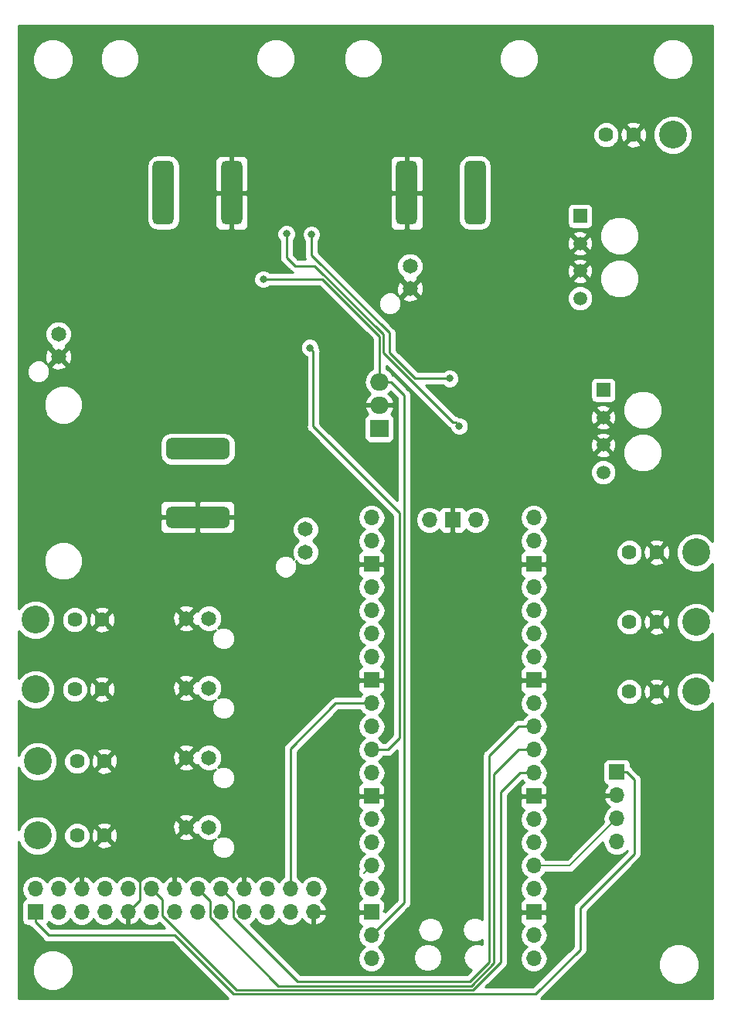
<source format=gbl>
G04 #@! TF.GenerationSoftware,KiCad,Pcbnew,(6.0.7)*
G04 #@! TF.CreationDate,2022-12-18T06:26:48+05:30*
G04 #@! TF.ProjectId,PowerBoard,506f7765-7242-46f6-9172-642e6b696361,rev?*
G04 #@! TF.SameCoordinates,Original*
G04 #@! TF.FileFunction,Copper,L2,Bot*
G04 #@! TF.FilePolarity,Positive*
%FSLAX46Y46*%
G04 Gerber Fmt 4.6, Leading zero omitted, Abs format (unit mm)*
G04 Created by KiCad (PCBNEW (6.0.7)) date 2022-12-18 06:26:48*
%MOMM*%
%LPD*%
G01*
G04 APERTURE LIST*
G04 Aperture macros list*
%AMRoundRect*
0 Rectangle with rounded corners*
0 $1 Rounding radius*
0 $2 $3 $4 $5 $6 $7 $8 $9 X,Y pos of 4 corners*
0 Add a 4 corners polygon primitive as box body*
4,1,4,$2,$3,$4,$5,$6,$7,$8,$9,$2,$3,0*
0 Add four circle primitives for the rounded corners*
1,1,$1+$1,$2,$3*
1,1,$1+$1,$4,$5*
1,1,$1+$1,$6,$7*
1,1,$1+$1,$8,$9*
0 Add four rect primitives between the rounded corners*
20,1,$1+$1,$2,$3,$4,$5,0*
20,1,$1+$1,$4,$5,$6,$7,0*
20,1,$1+$1,$6,$7,$8,$9,0*
20,1,$1+$1,$8,$9,$2,$3,0*%
G04 Aperture macros list end*
G04 #@! TA.AperFunction,ComponentPad*
%ADD10RoundRect,0.587500X-2.912500X0.587500X-2.912500X-0.587500X2.912500X-0.587500X2.912500X0.587500X0*%
G04 #@! TD*
G04 #@! TA.AperFunction,ComponentPad*
%ADD11C,1.620000*%
G04 #@! TD*
G04 #@! TA.AperFunction,ComponentPad*
%ADD12C,3.050000*%
G04 #@! TD*
G04 #@! TA.AperFunction,ComponentPad*
%ADD13R,1.700000X1.700000*%
G04 #@! TD*
G04 #@! TA.AperFunction,ComponentPad*
%ADD14O,1.700000X1.700000*%
G04 #@! TD*
G04 #@! TA.AperFunction,ComponentPad*
%ADD15C,1.650000*%
G04 #@! TD*
G04 #@! TA.AperFunction,ComponentPad*
%ADD16R,2.000000X1.905000*%
G04 #@! TD*
G04 #@! TA.AperFunction,ComponentPad*
%ADD17O,2.000000X1.905000*%
G04 #@! TD*
G04 #@! TA.AperFunction,ComponentPad*
%ADD18R,1.520000X1.520000*%
G04 #@! TD*
G04 #@! TA.AperFunction,ComponentPad*
%ADD19C,1.520000*%
G04 #@! TD*
G04 #@! TA.AperFunction,ComponentPad*
%ADD20RoundRect,0.587500X0.587500X2.912500X-0.587500X2.912500X-0.587500X-2.912500X0.587500X-2.912500X0*%
G04 #@! TD*
G04 #@! TA.AperFunction,ViaPad*
%ADD21C,0.800000*%
G04 #@! TD*
G04 #@! TA.AperFunction,Conductor*
%ADD22C,0.250000*%
G04 #@! TD*
G04 #@! TA.AperFunction,Conductor*
%ADD23C,0.200000*%
G04 #@! TD*
G04 #@! TA.AperFunction,Conductor*
%ADD24C,0.254000*%
G04 #@! TD*
G04 APERTURE END LIST*
D10*
X96520000Y-94050000D03*
X96520000Y-101530000D03*
D11*
X146810000Y-105410000D03*
X143810000Y-105410000D03*
D12*
X151130000Y-105410000D03*
D13*
X142448606Y-129458684D03*
D14*
X142448606Y-131998684D03*
X142448606Y-134538684D03*
X142448606Y-137078684D03*
D11*
X146810000Y-120650000D03*
X143810000Y-120650000D03*
D12*
X151130000Y-120650000D03*
D15*
X119795080Y-76535920D03*
X119795080Y-74035920D03*
X81270900Y-83990820D03*
X81270900Y-81490820D03*
D11*
X83060000Y-112776000D03*
X86060000Y-112776000D03*
D12*
X78740000Y-112776000D03*
D11*
X83060000Y-120396000D03*
X86060000Y-120396000D03*
D12*
X78740000Y-120396000D03*
D11*
X83302924Y-128270000D03*
X86302924Y-128270000D03*
D12*
X78982924Y-128270000D03*
D11*
X83302924Y-136398000D03*
X86302924Y-136398000D03*
D12*
X78982924Y-136398000D03*
D16*
X116428520Y-91800680D03*
D17*
X116428520Y-89260680D03*
X116428520Y-86720680D03*
D13*
X78740000Y-144780000D03*
D14*
X78740000Y-142240000D03*
X81280000Y-144780000D03*
X81280000Y-142240000D03*
X83820000Y-144780000D03*
X83820000Y-142240000D03*
X86360000Y-144780000D03*
X86360000Y-142240000D03*
X88900000Y-144780000D03*
X88900000Y-142240000D03*
X91440000Y-144780000D03*
X91440000Y-142240000D03*
X93980000Y-144780000D03*
X93980000Y-142240000D03*
X96520000Y-144780000D03*
X96520000Y-142240000D03*
X99060000Y-144780000D03*
X99060000Y-142240000D03*
X101600000Y-144780000D03*
X101600000Y-142240000D03*
X104140000Y-144780000D03*
X104140000Y-142240000D03*
X106680000Y-144780000D03*
X106680000Y-142240000D03*
X109220000Y-144780000D03*
X109220000Y-142240000D03*
D15*
X108360000Y-105370000D03*
X108360000Y-102870000D03*
X97750000Y-112620000D03*
X95250000Y-112620000D03*
X97750000Y-120240000D03*
X95250000Y-120240000D03*
D11*
X146810000Y-113030000D03*
X143810000Y-113030000D03*
D12*
X151130000Y-113030000D03*
D18*
X140970000Y-87630000D03*
D19*
X140970000Y-90629999D03*
X140970000Y-93629998D03*
X140970000Y-96629997D03*
D11*
X144270000Y-59690000D03*
X141270000Y-59690000D03*
D12*
X148590000Y-59690000D03*
D14*
X133350000Y-149860000D03*
X133350000Y-147320000D03*
D13*
X133350000Y-144780000D03*
D14*
X133350000Y-142240000D03*
X133350000Y-139700000D03*
X133350000Y-137160000D03*
X133350000Y-134620000D03*
D13*
X133350000Y-132080000D03*
D14*
X133350000Y-129540000D03*
X133350000Y-127000000D03*
X133350000Y-124460000D03*
X133350000Y-121920000D03*
D13*
X133350000Y-119380000D03*
D14*
X133350000Y-116840000D03*
X133350000Y-114300000D03*
X133350000Y-111760000D03*
X133350000Y-109220000D03*
D13*
X133350000Y-106680000D03*
D14*
X133350000Y-104140000D03*
X133350000Y-101600000D03*
X115570000Y-101600000D03*
X115570000Y-104140000D03*
D13*
X115570000Y-106680000D03*
D14*
X115570000Y-109220000D03*
X115570000Y-111760000D03*
X115570000Y-114300000D03*
X115570000Y-116840000D03*
D13*
X115570000Y-119380000D03*
D14*
X115570000Y-121920000D03*
X115570000Y-124460000D03*
X115570000Y-127000000D03*
X115570000Y-129540000D03*
D13*
X115570000Y-132080000D03*
D14*
X115570000Y-134620000D03*
X115570000Y-137160000D03*
X115570000Y-139700000D03*
X115570000Y-142240000D03*
D13*
X115570000Y-144780000D03*
D14*
X115570000Y-147320000D03*
X115570000Y-149860000D03*
X127000000Y-101830000D03*
D13*
X124460000Y-101830000D03*
D14*
X121920000Y-101830000D03*
D18*
X138430000Y-68580000D03*
D19*
X138430000Y-71579999D03*
X138430000Y-74579998D03*
X138430000Y-77579997D03*
D15*
X97750000Y-135480000D03*
X95250000Y-135480000D03*
X97750000Y-127860000D03*
X95250000Y-127860000D03*
D20*
X100260000Y-66040000D03*
X92780000Y-66040000D03*
X126930000Y-66040000D03*
X119450000Y-66040000D03*
D21*
X102318820Y-76426060D03*
X124139960Y-86362540D03*
X108991400Y-70582960D03*
X108805980Y-82991960D03*
X103720900Y-75504040D03*
X106260900Y-70535800D03*
X125188980Y-91579700D03*
D22*
X90170000Y-143510000D02*
X90170000Y-140970000D01*
X93980000Y-140970000D02*
X93980000Y-142240000D01*
X91440000Y-139700000D02*
X92710000Y-139700000D01*
X90170000Y-140970000D02*
X91440000Y-139700000D01*
X92710000Y-139700000D02*
X93980000Y-140970000D01*
X88900000Y-144780000D02*
X90170000Y-143510000D01*
X117523260Y-81375110D02*
X117523260Y-83556970D01*
X108991400Y-70582960D02*
X108991400Y-72843250D01*
X120328830Y-86362540D02*
X122915680Y-86362540D01*
X108991400Y-72843250D02*
X117523260Y-81375110D01*
X117523260Y-83556970D02*
X120328830Y-86362540D01*
X124139960Y-86362540D02*
X122915680Y-86362540D01*
X129740660Y-131653280D02*
X131853940Y-129540000D01*
X92615001Y-143415001D02*
X92615001Y-145154003D01*
X92615001Y-145154003D02*
X100761020Y-153300022D01*
X131853940Y-129540000D02*
X133350000Y-129540000D01*
X129740660Y-150260162D02*
X129740660Y-131653280D01*
X100761020Y-153300022D02*
X126700802Y-153300022D01*
X91440000Y-142240000D02*
X92615001Y-143415001D01*
X126700802Y-153300022D02*
X129740660Y-150260162D01*
X105391009Y-152850011D02*
X126514402Y-152850011D01*
X128988820Y-150375592D02*
X128988820Y-129682240D01*
X96520000Y-142240000D02*
X97884999Y-143604999D01*
X126514402Y-152850011D02*
X128988820Y-150375592D01*
X97884999Y-143604999D02*
X97884999Y-145344001D01*
X97884999Y-145344001D02*
X105391009Y-152850011D01*
X131671060Y-127000000D02*
X133350000Y-127000000D01*
X128988820Y-129682240D02*
X131671060Y-127000000D01*
X107480998Y-152400000D02*
X126328002Y-152400000D01*
X128493520Y-150234482D02*
X128493520Y-127637540D01*
X128493520Y-127637540D02*
X131671060Y-124460000D01*
X100424999Y-143604999D02*
X100424999Y-145344001D01*
X131671060Y-124460000D02*
X133350000Y-124460000D01*
X100424999Y-145344001D02*
X107480998Y-152400000D01*
X99060000Y-142240000D02*
X100424999Y-143604999D01*
X126328002Y-152400000D02*
X128493520Y-150234482D01*
X118676420Y-125663960D02*
X117340380Y-127000000D01*
X118676420Y-101071680D02*
X118676420Y-125663960D01*
X117340380Y-127000000D02*
X115570000Y-127000000D01*
X109205979Y-83391959D02*
X109205979Y-91601239D01*
X108805980Y-82991960D02*
X109205979Y-83391959D01*
X109205979Y-91601239D02*
X118676420Y-101071680D01*
X100481153Y-153750033D02*
X133549367Y-153750033D01*
X138430000Y-148869400D02*
X138430000Y-144317720D01*
X78740000Y-145880000D02*
X80180000Y-147320000D01*
X94051120Y-147320000D02*
X100481153Y-153750033D01*
X78740000Y-144780000D02*
X78740000Y-145880000D01*
X143548606Y-129458684D02*
X142448606Y-129458684D01*
X144353280Y-138394440D02*
X144353280Y-130263358D01*
X80180000Y-147320000D02*
X94051120Y-147320000D01*
X138430000Y-144317720D02*
X144353280Y-138394440D01*
D23*
X114782600Y-140487400D02*
X115570000Y-139700000D01*
D22*
X133549367Y-153750033D02*
X138430000Y-148869400D01*
X144353280Y-130263358D02*
X143548606Y-129458684D01*
X116428520Y-86720680D02*
X117678520Y-86720680D01*
X119126429Y-88168589D02*
X119126429Y-143763571D01*
X116428520Y-81734660D02*
X116428520Y-86720680D01*
X110223300Y-75504040D02*
X110210600Y-75516740D01*
X117678520Y-86720680D02*
X119126429Y-88168589D01*
X119126429Y-143763571D02*
X115570000Y-147320000D01*
X110210600Y-75516740D02*
X116428520Y-81734660D01*
X103720900Y-75504040D02*
X110223300Y-75504040D01*
X106680000Y-126895860D02*
X111655860Y-121920000D01*
X111655860Y-121920000D02*
X115570000Y-121920000D01*
X106680000Y-142240000D02*
X106680000Y-126895860D01*
D23*
X133350000Y-139700000D02*
X137287000Y-139700000D01*
X142448316Y-134538684D02*
X142448606Y-134538684D01*
X137287000Y-139700000D02*
X142448316Y-134538684D01*
D22*
X124509581Y-91179701D02*
X116878530Y-83548650D01*
X116878530Y-83548650D02*
X116878530Y-81522860D01*
X109368730Y-74013060D02*
X107188000Y-74013060D01*
X107188000Y-74013060D02*
X106260900Y-73085960D01*
X116878530Y-81522860D02*
X109368730Y-74013060D01*
X106260900Y-73085960D02*
X106260900Y-70535800D01*
X124788981Y-91179701D02*
X124509581Y-91179701D01*
X125188980Y-91579700D02*
X124788981Y-91179701D01*
D24*
X152935000Y-104160298D02*
X152353542Y-103578840D01*
X151559651Y-103250000D01*
X150700349Y-103250000D01*
X149906458Y-103578840D01*
X149298840Y-104186458D01*
X148970000Y-104980349D01*
X148970000Y-105839651D01*
X149298840Y-106633542D01*
X149906458Y-107241160D01*
X150700349Y-107570000D01*
X151559651Y-107570000D01*
X152353542Y-107241160D01*
X152960000Y-106634702D01*
X152960000Y-111805298D01*
X152353542Y-111198840D01*
X151559651Y-110870000D01*
X150700349Y-110870000D01*
X149906458Y-111198840D01*
X149298840Y-111806458D01*
X148970000Y-112600349D01*
X148970000Y-113459651D01*
X149298840Y-114253542D01*
X149906458Y-114861160D01*
X150700349Y-115190000D01*
X151559651Y-115190000D01*
X152353542Y-114861160D01*
X152960000Y-114254702D01*
X152960000Y-119425298D01*
X152353542Y-118818840D01*
X151559651Y-118490000D01*
X150700349Y-118490000D01*
X149906458Y-118818840D01*
X149298840Y-119426458D01*
X148970000Y-120220349D01*
X148970000Y-121079651D01*
X149298840Y-121873542D01*
X149906458Y-122481160D01*
X150700349Y-122810000D01*
X151559651Y-122810000D01*
X152353542Y-122481160D01*
X152960000Y-121874702D01*
X152960000Y-154230000D01*
X134144201Y-154230000D01*
X138323771Y-150050431D01*
X146990000Y-150050431D01*
X146990000Y-150939569D01*
X147330259Y-151761026D01*
X147958974Y-152389741D01*
X148780431Y-152730000D01*
X149669569Y-152730000D01*
X150491026Y-152389741D01*
X151119741Y-151761026D01*
X151460000Y-150939569D01*
X151460000Y-150050431D01*
X151119741Y-149228974D01*
X150491026Y-148600259D01*
X149669569Y-148260000D01*
X148780431Y-148260000D01*
X147958974Y-148600259D01*
X147330259Y-149228974D01*
X146990000Y-150050431D01*
X138323771Y-150050431D01*
X138914476Y-149459727D01*
X138977929Y-149417329D01*
X139020327Y-149353876D01*
X139020329Y-149353874D01*
X139145903Y-149165938D01*
X139145904Y-149165937D01*
X139190000Y-148944252D01*
X139190000Y-148944248D01*
X139204888Y-148869401D01*
X139190000Y-148794554D01*
X139190000Y-144632521D01*
X144837753Y-138984769D01*
X144901209Y-138942369D01*
X145069184Y-138690977D01*
X145113280Y-138469292D01*
X145113280Y-138469287D01*
X145128168Y-138394440D01*
X145113280Y-138319593D01*
X145113280Y-130338205D01*
X145128168Y-130263358D01*
X145113280Y-130188511D01*
X145113280Y-130188506D01*
X145069184Y-129966821D01*
X144901209Y-129715429D01*
X144837753Y-129673029D01*
X144138937Y-128974214D01*
X144096535Y-128910755D01*
X143946046Y-128810201D01*
X143946046Y-128608684D01*
X143896763Y-128360919D01*
X143756415Y-128150875D01*
X143546371Y-128010527D01*
X143298606Y-127961244D01*
X141598606Y-127961244D01*
X141350841Y-128010527D01*
X141140797Y-128150875D01*
X141000449Y-128360919D01*
X140951166Y-128608684D01*
X140951166Y-130308684D01*
X141000449Y-130556449D01*
X141140797Y-130766493D01*
X141350841Y-130906841D01*
X141454314Y-130927423D01*
X141176961Y-131231760D01*
X141007130Y-131641794D01*
X141128451Y-131871684D01*
X142321606Y-131871684D01*
X142321606Y-131851684D01*
X142575606Y-131851684D01*
X142575606Y-131871684D01*
X142595606Y-131871684D01*
X142595606Y-132125684D01*
X142575606Y-132125684D01*
X142575606Y-132145684D01*
X142321606Y-132145684D01*
X142321606Y-132125684D01*
X141128451Y-132125684D01*
X141007130Y-132355574D01*
X141176961Y-132765608D01*
X141567248Y-133193867D01*
X141697084Y-133254841D01*
X141377981Y-133468059D01*
X141049767Y-133959266D01*
X140934514Y-134538684D01*
X141013214Y-134934339D01*
X136982554Y-138965000D01*
X134644882Y-138965000D01*
X134420625Y-138629375D01*
X134122239Y-138430000D01*
X134420625Y-138230625D01*
X134748839Y-137739418D01*
X134864092Y-137160000D01*
X134748839Y-136580582D01*
X134420625Y-136089375D01*
X134122239Y-135890000D01*
X134420625Y-135690625D01*
X134748839Y-135199418D01*
X134864092Y-134620000D01*
X134748839Y-134040582D01*
X134420625Y-133549375D01*
X134398967Y-133534904D01*
X134559698Y-133468327D01*
X134738327Y-133289699D01*
X134835000Y-133056310D01*
X134835000Y-132365750D01*
X134676250Y-132207000D01*
X133477000Y-132207000D01*
X133477000Y-132227000D01*
X133223000Y-132227000D01*
X133223000Y-132207000D01*
X132023750Y-132207000D01*
X131865000Y-132365750D01*
X131865000Y-133056310D01*
X131961673Y-133289699D01*
X132140302Y-133468327D01*
X132301033Y-133534904D01*
X132279375Y-133549375D01*
X131951161Y-134040582D01*
X131835908Y-134620000D01*
X131951161Y-135199418D01*
X132279375Y-135690625D01*
X132577761Y-135890000D01*
X132279375Y-136089375D01*
X131951161Y-136580582D01*
X131835908Y-137160000D01*
X131951161Y-137739418D01*
X132279375Y-138230625D01*
X132577761Y-138430000D01*
X132279375Y-138629375D01*
X131951161Y-139120582D01*
X131835908Y-139700000D01*
X131951161Y-140279418D01*
X132279375Y-140770625D01*
X132577761Y-140970000D01*
X132279375Y-141169375D01*
X131951161Y-141660582D01*
X131835908Y-142240000D01*
X131951161Y-142819418D01*
X132279375Y-143310625D01*
X132301033Y-143325096D01*
X132140302Y-143391673D01*
X131961673Y-143570301D01*
X131865000Y-143803690D01*
X131865000Y-144494250D01*
X132023750Y-144653000D01*
X133223000Y-144653000D01*
X133223000Y-144633000D01*
X133477000Y-144633000D01*
X133477000Y-144653000D01*
X134676250Y-144653000D01*
X134835000Y-144494250D01*
X134835000Y-143803690D01*
X134738327Y-143570301D01*
X134559698Y-143391673D01*
X134398967Y-143325096D01*
X134420625Y-143310625D01*
X134748839Y-142819418D01*
X134864092Y-142240000D01*
X134748839Y-141660582D01*
X134420625Y-141169375D01*
X134122239Y-140970000D01*
X134420625Y-140770625D01*
X134644882Y-140435000D01*
X137214616Y-140435000D01*
X137287000Y-140449398D01*
X137359384Y-140435000D01*
X137359388Y-140435000D01*
X137573783Y-140392354D01*
X137816905Y-140229905D01*
X137857911Y-140168535D01*
X140936712Y-137089735D01*
X141049767Y-137658102D01*
X141377981Y-138149309D01*
X141869188Y-138477523D01*
X142302350Y-138563684D01*
X142594862Y-138563684D01*
X143028024Y-138477523D01*
X143519231Y-138149309D01*
X143593280Y-138038487D01*
X143593280Y-138079638D01*
X137945528Y-143727391D01*
X137882072Y-143769791D01*
X137839672Y-143833247D01*
X137839671Y-143833248D01*
X137714097Y-144021183D01*
X137655112Y-144317720D01*
X137670001Y-144392572D01*
X137670000Y-148554597D01*
X133234566Y-152990033D01*
X128085592Y-152990033D01*
X130225134Y-150850490D01*
X130288589Y-150808091D01*
X130456564Y-150556699D01*
X130500660Y-150335014D01*
X130500660Y-150335010D01*
X130515548Y-150260162D01*
X130500660Y-150185315D01*
X130500660Y-147320000D01*
X131835908Y-147320000D01*
X131951161Y-147899418D01*
X132279375Y-148390625D01*
X132577761Y-148590000D01*
X132279375Y-148789375D01*
X131951161Y-149280582D01*
X131835908Y-149860000D01*
X131951161Y-150439418D01*
X132279375Y-150930625D01*
X132770582Y-151258839D01*
X133203744Y-151345000D01*
X133496256Y-151345000D01*
X133929418Y-151258839D01*
X134420625Y-150930625D01*
X134748839Y-150439418D01*
X134864092Y-149860000D01*
X134748839Y-149280582D01*
X134420625Y-148789375D01*
X134122239Y-148590000D01*
X134420625Y-148390625D01*
X134748839Y-147899418D01*
X134864092Y-147320000D01*
X134748839Y-146740582D01*
X134420625Y-146249375D01*
X134398967Y-146234904D01*
X134559698Y-146168327D01*
X134738327Y-145989699D01*
X134835000Y-145756310D01*
X134835000Y-145065750D01*
X134676250Y-144907000D01*
X133477000Y-144907000D01*
X133477000Y-144927000D01*
X133223000Y-144927000D01*
X133223000Y-144907000D01*
X132023750Y-144907000D01*
X131865000Y-145065750D01*
X131865000Y-145756310D01*
X131961673Y-145989699D01*
X132140302Y-146168327D01*
X132301033Y-146234904D01*
X132279375Y-146249375D01*
X131951161Y-146740582D01*
X131835908Y-147320000D01*
X130500660Y-147320000D01*
X130500660Y-131968081D01*
X132110643Y-130358099D01*
X132279375Y-130610625D01*
X132301033Y-130625096D01*
X132140302Y-130691673D01*
X131961673Y-130870301D01*
X131865000Y-131103690D01*
X131865000Y-131794250D01*
X132023750Y-131953000D01*
X133223000Y-131953000D01*
X133223000Y-131933000D01*
X133477000Y-131933000D01*
X133477000Y-131953000D01*
X134676250Y-131953000D01*
X134835000Y-131794250D01*
X134835000Y-131103690D01*
X134738327Y-130870301D01*
X134559698Y-130691673D01*
X134398967Y-130625096D01*
X134420625Y-130610625D01*
X134748839Y-130119418D01*
X134864092Y-129540000D01*
X134748839Y-128960582D01*
X134420625Y-128469375D01*
X134122239Y-128270000D01*
X134420625Y-128070625D01*
X134748839Y-127579418D01*
X134864092Y-127000000D01*
X134748839Y-126420582D01*
X134420625Y-125929375D01*
X134122239Y-125730000D01*
X134420625Y-125530625D01*
X134748839Y-125039418D01*
X134864092Y-124460000D01*
X134748839Y-123880582D01*
X134420625Y-123389375D01*
X134122239Y-123190000D01*
X134420625Y-122990625D01*
X134748839Y-122499418D01*
X134864092Y-121920000D01*
X134748839Y-121340582D01*
X134420625Y-120849375D01*
X134398967Y-120834904D01*
X134559698Y-120768327D01*
X134738327Y-120589699D01*
X134832406Y-120362572D01*
X142365000Y-120362572D01*
X142365000Y-120937428D01*
X142584988Y-121468527D01*
X142991473Y-121875012D01*
X143522572Y-122095000D01*
X144097428Y-122095000D01*
X144628527Y-121875012D01*
X144838551Y-121664988D01*
X145974617Y-121664988D01*
X146049980Y-121912144D01*
X146590834Y-122106916D01*
X147165055Y-122079886D01*
X147570020Y-121912144D01*
X147645383Y-121664988D01*
X146810000Y-120829605D01*
X145974617Y-121664988D01*
X144838551Y-121664988D01*
X145035012Y-121468527D01*
X145255000Y-120937428D01*
X145255000Y-120430834D01*
X145353084Y-120430834D01*
X145380114Y-121005055D01*
X145547856Y-121410020D01*
X145795012Y-121485383D01*
X146630395Y-120650000D01*
X146989605Y-120650000D01*
X147824988Y-121485383D01*
X148072144Y-121410020D01*
X148266916Y-120869166D01*
X148239886Y-120294945D01*
X148072144Y-119889980D01*
X147824988Y-119814617D01*
X146989605Y-120650000D01*
X146630395Y-120650000D01*
X145795012Y-119814617D01*
X145547856Y-119889980D01*
X145353084Y-120430834D01*
X145255000Y-120430834D01*
X145255000Y-120362572D01*
X145035012Y-119831473D01*
X144838551Y-119635012D01*
X145974617Y-119635012D01*
X146810000Y-120470395D01*
X147645383Y-119635012D01*
X147570020Y-119387856D01*
X147029166Y-119193084D01*
X146454945Y-119220114D01*
X146049980Y-119387856D01*
X145974617Y-119635012D01*
X144838551Y-119635012D01*
X144628527Y-119424988D01*
X144097428Y-119205000D01*
X143522572Y-119205000D01*
X142991473Y-119424988D01*
X142584988Y-119831473D01*
X142365000Y-120362572D01*
X134832406Y-120362572D01*
X134835000Y-120356310D01*
X134835000Y-119665750D01*
X134676250Y-119507000D01*
X133477000Y-119507000D01*
X133477000Y-119527000D01*
X133223000Y-119527000D01*
X133223000Y-119507000D01*
X132023750Y-119507000D01*
X131865000Y-119665750D01*
X131865000Y-120356310D01*
X131961673Y-120589699D01*
X132140302Y-120768327D01*
X132301033Y-120834904D01*
X132279375Y-120849375D01*
X131951161Y-121340582D01*
X131835908Y-121920000D01*
X131951161Y-122499418D01*
X132279375Y-122990625D01*
X132577761Y-123190000D01*
X132279375Y-123389375D01*
X132071822Y-123700000D01*
X131745906Y-123700000D01*
X131671059Y-123685112D01*
X131596212Y-123700000D01*
X131596208Y-123700000D01*
X131374523Y-123744096D01*
X131123131Y-123912071D01*
X131080731Y-123975527D01*
X128009048Y-127047211D01*
X127945592Y-127089611D01*
X127903192Y-127153067D01*
X127903191Y-127153068D01*
X127777617Y-127341003D01*
X127718632Y-127637540D01*
X127733521Y-127712392D01*
X127733520Y-145601238D01*
X127425400Y-145395359D01*
X127021407Y-145315000D01*
X126748593Y-145315000D01*
X126344600Y-145395359D01*
X125886471Y-145701471D01*
X125580359Y-146159600D01*
X125472867Y-146700000D01*
X125580359Y-147240400D01*
X125886471Y-147698529D01*
X126344600Y-148004641D01*
X126748593Y-148085000D01*
X127021407Y-148085000D01*
X127425400Y-148004641D01*
X127733520Y-147798762D01*
X127733520Y-148274035D01*
X127336182Y-148195000D01*
X127033818Y-148195000D01*
X126586073Y-148284062D01*
X126078327Y-148623327D01*
X125739062Y-149131073D01*
X125619928Y-149730000D01*
X125739062Y-150328927D01*
X126078327Y-150836673D01*
X126520846Y-151132355D01*
X126013201Y-151640000D01*
X107795801Y-151640000D01*
X102272466Y-146116666D01*
X102670625Y-145850625D01*
X102870000Y-145552239D01*
X103069375Y-145850625D01*
X103560582Y-146178839D01*
X103993744Y-146265000D01*
X104286256Y-146265000D01*
X104719418Y-146178839D01*
X105210625Y-145850625D01*
X105410000Y-145552239D01*
X105609375Y-145850625D01*
X106100582Y-146178839D01*
X106533744Y-146265000D01*
X106826256Y-146265000D01*
X107259418Y-146178839D01*
X107750625Y-145850625D01*
X107963843Y-145531522D01*
X108024817Y-145661358D01*
X108453076Y-146051645D01*
X108863110Y-146221476D01*
X109093000Y-146100155D01*
X109093000Y-144907000D01*
X109347000Y-144907000D01*
X109347000Y-146100155D01*
X109576890Y-146221476D01*
X109986924Y-146051645D01*
X110415183Y-145661358D01*
X110661486Y-145136892D01*
X110540819Y-144907000D01*
X109347000Y-144907000D01*
X109093000Y-144907000D01*
X109073000Y-144907000D01*
X109073000Y-144653000D01*
X109093000Y-144653000D01*
X109093000Y-144633000D01*
X109347000Y-144633000D01*
X109347000Y-144653000D01*
X110540819Y-144653000D01*
X110661486Y-144423108D01*
X110415183Y-143898642D01*
X109990214Y-143511353D01*
X110290625Y-143310625D01*
X110618839Y-142819418D01*
X110734092Y-142240000D01*
X110618839Y-141660582D01*
X110290625Y-141169375D01*
X109799418Y-140841161D01*
X109366256Y-140755000D01*
X109073744Y-140755000D01*
X108640582Y-140841161D01*
X108149375Y-141169375D01*
X107950000Y-141467761D01*
X107750625Y-141169375D01*
X107440000Y-140961822D01*
X107440000Y-127210661D01*
X111970662Y-122680000D01*
X114291822Y-122680000D01*
X114499375Y-122990625D01*
X114797761Y-123190000D01*
X114499375Y-123389375D01*
X114171161Y-123880582D01*
X114055908Y-124460000D01*
X114171161Y-125039418D01*
X114499375Y-125530625D01*
X114797761Y-125730000D01*
X114499375Y-125929375D01*
X114171161Y-126420582D01*
X114055908Y-127000000D01*
X114171161Y-127579418D01*
X114499375Y-128070625D01*
X114797761Y-128270000D01*
X114499375Y-128469375D01*
X114171161Y-128960582D01*
X114055908Y-129540000D01*
X114171161Y-130119418D01*
X114499375Y-130610625D01*
X114521033Y-130625096D01*
X114360302Y-130691673D01*
X114181673Y-130870301D01*
X114085000Y-131103690D01*
X114085000Y-131794250D01*
X114243750Y-131953000D01*
X115443000Y-131953000D01*
X115443000Y-131933000D01*
X115697000Y-131933000D01*
X115697000Y-131953000D01*
X116896250Y-131953000D01*
X117055000Y-131794250D01*
X117055000Y-131103690D01*
X116958327Y-130870301D01*
X116779698Y-130691673D01*
X116618967Y-130625096D01*
X116640625Y-130610625D01*
X116968839Y-130119418D01*
X117084092Y-129540000D01*
X116968839Y-128960582D01*
X116640625Y-128469375D01*
X116342239Y-128270000D01*
X116640625Y-128070625D01*
X116848178Y-127760000D01*
X117265533Y-127760000D01*
X117340380Y-127774888D01*
X117415227Y-127760000D01*
X117415232Y-127760000D01*
X117636917Y-127715904D01*
X117888309Y-127547929D01*
X117930711Y-127484470D01*
X118366430Y-127048752D01*
X118366430Y-143448768D01*
X117055000Y-144760198D01*
X117055000Y-144652998D01*
X116896252Y-144652998D01*
X117055000Y-144494250D01*
X117055000Y-143803690D01*
X116958327Y-143570301D01*
X116779698Y-143391673D01*
X116618967Y-143325096D01*
X116640625Y-143310625D01*
X116968839Y-142819418D01*
X117084092Y-142240000D01*
X116968839Y-141660582D01*
X116640625Y-141169375D01*
X116342239Y-140970000D01*
X116640625Y-140770625D01*
X116968839Y-140279418D01*
X117084092Y-139700000D01*
X116968839Y-139120582D01*
X116640625Y-138629375D01*
X116342239Y-138430000D01*
X116640625Y-138230625D01*
X116968839Y-137739418D01*
X117084092Y-137160000D01*
X116968839Y-136580582D01*
X116640625Y-136089375D01*
X116342239Y-135890000D01*
X116640625Y-135690625D01*
X116968839Y-135199418D01*
X117084092Y-134620000D01*
X116968839Y-134040582D01*
X116640625Y-133549375D01*
X116618967Y-133534904D01*
X116779698Y-133468327D01*
X116958327Y-133289699D01*
X117055000Y-133056310D01*
X117055000Y-132365750D01*
X116896250Y-132207000D01*
X115697000Y-132207000D01*
X115697000Y-132227000D01*
X115443000Y-132227000D01*
X115443000Y-132207000D01*
X114243750Y-132207000D01*
X114085000Y-132365750D01*
X114085000Y-133056310D01*
X114181673Y-133289699D01*
X114360302Y-133468327D01*
X114521033Y-133534904D01*
X114499375Y-133549375D01*
X114171161Y-134040582D01*
X114055908Y-134620000D01*
X114171161Y-135199418D01*
X114499375Y-135690625D01*
X114797761Y-135890000D01*
X114499375Y-136089375D01*
X114171161Y-136580582D01*
X114055908Y-137160000D01*
X114171161Y-137739418D01*
X114499375Y-138230625D01*
X114797761Y-138430000D01*
X114499375Y-138629375D01*
X114171161Y-139120582D01*
X114055908Y-139700000D01*
X114140520Y-140125377D01*
X114090246Y-140200618D01*
X114033202Y-140487400D01*
X114090246Y-140774182D01*
X114252695Y-141017305D01*
X114493483Y-141178194D01*
X114171161Y-141660582D01*
X114055908Y-142240000D01*
X114171161Y-142819418D01*
X114499375Y-143310625D01*
X114521033Y-143325096D01*
X114360302Y-143391673D01*
X114181673Y-143570301D01*
X114085000Y-143803690D01*
X114085000Y-144494250D01*
X114243750Y-144653000D01*
X115443000Y-144653000D01*
X115443000Y-144633000D01*
X115697000Y-144633000D01*
X115697000Y-144653000D01*
X115717000Y-144653000D01*
X115717000Y-144907000D01*
X115697000Y-144907000D01*
X115697000Y-144927000D01*
X115443000Y-144927000D01*
X115443000Y-144907000D01*
X114243750Y-144907000D01*
X114085000Y-145065750D01*
X114085000Y-145756310D01*
X114181673Y-145989699D01*
X114360302Y-146168327D01*
X114521033Y-146234904D01*
X114499375Y-146249375D01*
X114171161Y-146740582D01*
X114055908Y-147320000D01*
X114171161Y-147899418D01*
X114499375Y-148390625D01*
X114797761Y-148590000D01*
X114499375Y-148789375D01*
X114171161Y-149280582D01*
X114055908Y-149860000D01*
X114171161Y-150439418D01*
X114499375Y-150930625D01*
X114990582Y-151258839D01*
X115423744Y-151345000D01*
X115716256Y-151345000D01*
X116149418Y-151258839D01*
X116640625Y-150930625D01*
X116968839Y-150439418D01*
X117084092Y-149860000D01*
X117058234Y-149730000D01*
X120169928Y-149730000D01*
X120289062Y-150328927D01*
X120628327Y-150836673D01*
X121136073Y-151175938D01*
X121583818Y-151265000D01*
X121886182Y-151265000D01*
X122333927Y-151175938D01*
X122841673Y-150836673D01*
X123180938Y-150328927D01*
X123300072Y-149730000D01*
X123180938Y-149131073D01*
X122841673Y-148623327D01*
X122333927Y-148284062D01*
X121886182Y-148195000D01*
X121583818Y-148195000D01*
X121136073Y-148284062D01*
X120628327Y-148623327D01*
X120289062Y-149131073D01*
X120169928Y-149730000D01*
X117058234Y-149730000D01*
X116968839Y-149280582D01*
X116640625Y-148789375D01*
X116342239Y-148590000D01*
X116640625Y-148390625D01*
X116968839Y-147899418D01*
X117084092Y-147320000D01*
X117011209Y-146953592D01*
X117264801Y-146700000D01*
X120622867Y-146700000D01*
X120730359Y-147240400D01*
X121036471Y-147698529D01*
X121494600Y-148004641D01*
X121898593Y-148085000D01*
X122171407Y-148085000D01*
X122575400Y-148004641D01*
X123033529Y-147698529D01*
X123339641Y-147240400D01*
X123447133Y-146700000D01*
X123339641Y-146159600D01*
X123033529Y-145701471D01*
X122575400Y-145395359D01*
X122171407Y-145315000D01*
X121898593Y-145315000D01*
X121494600Y-145395359D01*
X121036471Y-145701471D01*
X120730359Y-146159600D01*
X120622867Y-146700000D01*
X117264801Y-146700000D01*
X119610902Y-144353900D01*
X119674358Y-144311500D01*
X119842333Y-144060108D01*
X119886429Y-143838423D01*
X119886429Y-143838419D01*
X119901317Y-143763572D01*
X119886429Y-143688725D01*
X119886429Y-109220000D01*
X131835908Y-109220000D01*
X131951161Y-109799418D01*
X132279375Y-110290625D01*
X132577761Y-110490000D01*
X132279375Y-110689375D01*
X131951161Y-111180582D01*
X131835908Y-111760000D01*
X131951161Y-112339418D01*
X132279375Y-112830625D01*
X132577761Y-113030000D01*
X132279375Y-113229375D01*
X131951161Y-113720582D01*
X131835908Y-114300000D01*
X131951161Y-114879418D01*
X132279375Y-115370625D01*
X132577761Y-115570000D01*
X132279375Y-115769375D01*
X131951161Y-116260582D01*
X131835908Y-116840000D01*
X131951161Y-117419418D01*
X132279375Y-117910625D01*
X132301033Y-117925096D01*
X132140302Y-117991673D01*
X131961673Y-118170301D01*
X131865000Y-118403690D01*
X131865000Y-119094250D01*
X132023750Y-119253000D01*
X133223000Y-119253000D01*
X133223000Y-119233000D01*
X133477000Y-119233000D01*
X133477000Y-119253000D01*
X134676250Y-119253000D01*
X134835000Y-119094250D01*
X134835000Y-118403690D01*
X134738327Y-118170301D01*
X134559698Y-117991673D01*
X134398967Y-117925096D01*
X134420625Y-117910625D01*
X134748839Y-117419418D01*
X134864092Y-116840000D01*
X134748839Y-116260582D01*
X134420625Y-115769375D01*
X134122239Y-115570000D01*
X134420625Y-115370625D01*
X134748839Y-114879418D01*
X134864092Y-114300000D01*
X134748839Y-113720582D01*
X134420625Y-113229375D01*
X134122239Y-113030000D01*
X134420625Y-112830625D01*
X134479460Y-112742572D01*
X142365000Y-112742572D01*
X142365000Y-113317428D01*
X142584988Y-113848527D01*
X142991473Y-114255012D01*
X143522572Y-114475000D01*
X144097428Y-114475000D01*
X144628527Y-114255012D01*
X144838551Y-114044988D01*
X145974617Y-114044988D01*
X146049980Y-114292144D01*
X146590834Y-114486916D01*
X147165055Y-114459886D01*
X147570020Y-114292144D01*
X147645383Y-114044988D01*
X146810000Y-113209605D01*
X145974617Y-114044988D01*
X144838551Y-114044988D01*
X145035012Y-113848527D01*
X145255000Y-113317428D01*
X145255000Y-112810834D01*
X145353084Y-112810834D01*
X145380114Y-113385055D01*
X145547856Y-113790020D01*
X145795012Y-113865383D01*
X146630395Y-113030000D01*
X146989605Y-113030000D01*
X147824988Y-113865383D01*
X148072144Y-113790020D01*
X148266916Y-113249166D01*
X148239886Y-112674945D01*
X148072144Y-112269980D01*
X147824988Y-112194617D01*
X146989605Y-113030000D01*
X146630395Y-113030000D01*
X145795012Y-112194617D01*
X145547856Y-112269980D01*
X145353084Y-112810834D01*
X145255000Y-112810834D01*
X145255000Y-112742572D01*
X145035012Y-112211473D01*
X144838551Y-112015012D01*
X145974617Y-112015012D01*
X146810000Y-112850395D01*
X147645383Y-112015012D01*
X147570020Y-111767856D01*
X147029166Y-111573084D01*
X146454945Y-111600114D01*
X146049980Y-111767856D01*
X145974617Y-112015012D01*
X144838551Y-112015012D01*
X144628527Y-111804988D01*
X144097428Y-111585000D01*
X143522572Y-111585000D01*
X142991473Y-111804988D01*
X142584988Y-112211473D01*
X142365000Y-112742572D01*
X134479460Y-112742572D01*
X134748839Y-112339418D01*
X134864092Y-111760000D01*
X134748839Y-111180582D01*
X134420625Y-110689375D01*
X134122239Y-110490000D01*
X134420625Y-110290625D01*
X134748839Y-109799418D01*
X134864092Y-109220000D01*
X134748839Y-108640582D01*
X134420625Y-108149375D01*
X134398967Y-108134904D01*
X134559698Y-108068327D01*
X134738327Y-107889699D01*
X134835000Y-107656310D01*
X134835000Y-106965750D01*
X134676250Y-106807000D01*
X133477000Y-106807000D01*
X133477000Y-106827000D01*
X133223000Y-106827000D01*
X133223000Y-106807000D01*
X132023750Y-106807000D01*
X131865000Y-106965750D01*
X131865000Y-107656310D01*
X131961673Y-107889699D01*
X132140302Y-108068327D01*
X132301033Y-108134904D01*
X132279375Y-108149375D01*
X131951161Y-108640582D01*
X131835908Y-109220000D01*
X119886429Y-109220000D01*
X119886429Y-101830000D01*
X120405908Y-101830000D01*
X120521161Y-102409418D01*
X120849375Y-102900625D01*
X121340582Y-103228839D01*
X121773744Y-103315000D01*
X122066256Y-103315000D01*
X122499418Y-103228839D01*
X122990625Y-102900625D01*
X123005096Y-102878968D01*
X123071673Y-103039699D01*
X123250302Y-103218327D01*
X123483691Y-103315000D01*
X124174250Y-103315000D01*
X124333000Y-103156250D01*
X124333000Y-101957000D01*
X124313000Y-101957000D01*
X124313000Y-101703000D01*
X124333000Y-101703000D01*
X124333000Y-100503750D01*
X124587000Y-100503750D01*
X124587000Y-101703000D01*
X124607000Y-101703000D01*
X124607000Y-101957000D01*
X124587000Y-101957000D01*
X124587000Y-103156250D01*
X124745750Y-103315000D01*
X125436309Y-103315000D01*
X125669698Y-103218327D01*
X125848327Y-103039699D01*
X125914904Y-102878968D01*
X125929375Y-102900625D01*
X126420582Y-103228839D01*
X126853744Y-103315000D01*
X127146256Y-103315000D01*
X127579418Y-103228839D01*
X128070625Y-102900625D01*
X128398839Y-102409418D01*
X128514092Y-101830000D01*
X128468343Y-101600000D01*
X131835908Y-101600000D01*
X131951161Y-102179418D01*
X132279375Y-102670625D01*
X132577761Y-102870000D01*
X132279375Y-103069375D01*
X131951161Y-103560582D01*
X131835908Y-104140000D01*
X131951161Y-104719418D01*
X132279375Y-105210625D01*
X132301033Y-105225096D01*
X132140302Y-105291673D01*
X131961673Y-105470301D01*
X131865000Y-105703690D01*
X131865000Y-106394250D01*
X132023750Y-106553000D01*
X133223000Y-106553000D01*
X133223000Y-106533000D01*
X133477000Y-106533000D01*
X133477000Y-106553000D01*
X134676250Y-106553000D01*
X134835000Y-106394250D01*
X134835000Y-105703690D01*
X134738327Y-105470301D01*
X134559698Y-105291673D01*
X134398967Y-105225096D01*
X134420625Y-105210625D01*
X134479460Y-105122572D01*
X142365000Y-105122572D01*
X142365000Y-105697428D01*
X142584988Y-106228527D01*
X142991473Y-106635012D01*
X143522572Y-106855000D01*
X144097428Y-106855000D01*
X144628527Y-106635012D01*
X144838551Y-106424988D01*
X145974617Y-106424988D01*
X146049980Y-106672144D01*
X146590834Y-106866916D01*
X147165055Y-106839886D01*
X147570020Y-106672144D01*
X147645383Y-106424988D01*
X146810000Y-105589605D01*
X145974617Y-106424988D01*
X144838551Y-106424988D01*
X145035012Y-106228527D01*
X145255000Y-105697428D01*
X145255000Y-105190834D01*
X145353084Y-105190834D01*
X145380114Y-105765055D01*
X145547856Y-106170020D01*
X145795012Y-106245383D01*
X146630395Y-105410000D01*
X146989605Y-105410000D01*
X147824988Y-106245383D01*
X148072144Y-106170020D01*
X148266916Y-105629166D01*
X148239886Y-105054945D01*
X148072144Y-104649980D01*
X147824988Y-104574617D01*
X146989605Y-105410000D01*
X146630395Y-105410000D01*
X145795012Y-104574617D01*
X145547856Y-104649980D01*
X145353084Y-105190834D01*
X145255000Y-105190834D01*
X145255000Y-105122572D01*
X145035012Y-104591473D01*
X144838551Y-104395012D01*
X145974617Y-104395012D01*
X146810000Y-105230395D01*
X147645383Y-104395012D01*
X147570020Y-104147856D01*
X147029166Y-103953084D01*
X146454945Y-103980114D01*
X146049980Y-104147856D01*
X145974617Y-104395012D01*
X144838551Y-104395012D01*
X144628527Y-104184988D01*
X144097428Y-103965000D01*
X143522572Y-103965000D01*
X142991473Y-104184988D01*
X142584988Y-104591473D01*
X142365000Y-105122572D01*
X134479460Y-105122572D01*
X134748839Y-104719418D01*
X134864092Y-104140000D01*
X134748839Y-103560582D01*
X134420625Y-103069375D01*
X134122239Y-102870000D01*
X134420625Y-102670625D01*
X134748839Y-102179418D01*
X134864092Y-101600000D01*
X134748839Y-101020582D01*
X134420625Y-100529375D01*
X133929418Y-100201161D01*
X133496256Y-100115000D01*
X133203744Y-100115000D01*
X132770582Y-100201161D01*
X132279375Y-100529375D01*
X131951161Y-101020582D01*
X131835908Y-101600000D01*
X128468343Y-101600000D01*
X128398839Y-101250582D01*
X128070625Y-100759375D01*
X127579418Y-100431161D01*
X127146256Y-100345000D01*
X126853744Y-100345000D01*
X126420582Y-100431161D01*
X125929375Y-100759375D01*
X125914904Y-100781032D01*
X125848327Y-100620301D01*
X125669698Y-100441673D01*
X125436309Y-100345000D01*
X124745750Y-100345000D01*
X124587000Y-100503750D01*
X124333000Y-100503750D01*
X124174250Y-100345000D01*
X123483691Y-100345000D01*
X123250302Y-100441673D01*
X123071673Y-100620301D01*
X123005096Y-100781032D01*
X122990625Y-100759375D01*
X122499418Y-100431161D01*
X122066256Y-100345000D01*
X121773744Y-100345000D01*
X121340582Y-100431161D01*
X120849375Y-100759375D01*
X120521161Y-101250582D01*
X120405908Y-101830000D01*
X119886429Y-101830000D01*
X119886429Y-96352514D01*
X139575000Y-96352514D01*
X139575000Y-96907480D01*
X139787376Y-97420201D01*
X140179796Y-97812621D01*
X140692517Y-98024997D01*
X141247483Y-98024997D01*
X141760204Y-97812621D01*
X142152624Y-97420201D01*
X142365000Y-96907480D01*
X142365000Y-96352514D01*
X142152624Y-95839793D01*
X141760204Y-95447373D01*
X141247483Y-95234997D01*
X140692517Y-95234997D01*
X140179796Y-95447373D01*
X139787376Y-95839793D01*
X139575000Y-96352514D01*
X119886429Y-96352514D01*
X119886429Y-94608762D01*
X140170841Y-94608762D01*
X140240059Y-94850740D01*
X140762780Y-95037153D01*
X141317049Y-95009339D01*
X141699941Y-94850740D01*
X141769159Y-94608762D01*
X140970000Y-93809603D01*
X140170841Y-94608762D01*
X119886429Y-94608762D01*
X119886429Y-93422778D01*
X139562845Y-93422778D01*
X139590659Y-93977047D01*
X139749258Y-94359939D01*
X139991236Y-94429157D01*
X140790395Y-93629998D01*
X141149605Y-93629998D01*
X141948764Y-94429157D01*
X142190742Y-94359939D01*
X142299375Y-94055321D01*
X143155000Y-94055321D01*
X143155000Y-94904677D01*
X143480034Y-95689379D01*
X144080619Y-96289964D01*
X144865321Y-96614998D01*
X145714677Y-96614998D01*
X146499379Y-96289964D01*
X147099964Y-95689379D01*
X147424998Y-94904677D01*
X147424998Y-94055321D01*
X147099964Y-93270619D01*
X146499379Y-92670034D01*
X145714677Y-92345000D01*
X144865321Y-92345000D01*
X144080619Y-92670034D01*
X143480034Y-93270619D01*
X143155000Y-94055321D01*
X142299375Y-94055321D01*
X142377155Y-93837218D01*
X142349341Y-93282949D01*
X142190742Y-92900057D01*
X141948764Y-92830839D01*
X141149605Y-93629998D01*
X140790395Y-93629998D01*
X139991236Y-92830839D01*
X139749258Y-92900057D01*
X139562845Y-93422778D01*
X119886429Y-93422778D01*
X119886429Y-92651234D01*
X140170841Y-92651234D01*
X140970000Y-93450393D01*
X141769159Y-92651234D01*
X141699941Y-92409256D01*
X141177220Y-92222843D01*
X140622951Y-92250657D01*
X140240059Y-92409256D01*
X140170841Y-92651234D01*
X119886429Y-92651234D01*
X119886429Y-88243437D01*
X119901317Y-88168589D01*
X119886429Y-88093741D01*
X119886429Y-88093737D01*
X119842333Y-87872052D01*
X119674358Y-87620660D01*
X119610902Y-87578260D01*
X118268851Y-86236210D01*
X118226449Y-86172751D01*
X117975057Y-86004776D01*
X117896495Y-85989149D01*
X117620543Y-85576157D01*
X117188520Y-85287489D01*
X117188520Y-84933441D01*
X123919251Y-91664173D01*
X123961652Y-91727630D01*
X124025108Y-91770030D01*
X124194395Y-91883145D01*
X124311549Y-92165980D01*
X124602700Y-92457131D01*
X124983106Y-92614700D01*
X125394854Y-92614700D01*
X125775260Y-92457131D01*
X126066411Y-92165980D01*
X126223980Y-91785574D01*
X126223980Y-91608763D01*
X140170841Y-91608763D01*
X140240059Y-91850741D01*
X140762780Y-92037154D01*
X141317049Y-92009340D01*
X141699941Y-91850741D01*
X141769159Y-91608763D01*
X140970000Y-90809604D01*
X140170841Y-91608763D01*
X126223980Y-91608763D01*
X126223980Y-91373826D01*
X126066411Y-90993420D01*
X125775260Y-90702269D01*
X125394854Y-90544700D01*
X125206598Y-90544700D01*
X125085518Y-90463797D01*
X124879308Y-90422779D01*
X139562845Y-90422779D01*
X139590659Y-90977048D01*
X139749258Y-91359940D01*
X139991236Y-91429158D01*
X140790395Y-90629999D01*
X141149605Y-90629999D01*
X141948764Y-91429158D01*
X142190742Y-91359940D01*
X142377155Y-90837219D01*
X142349341Y-90282950D01*
X142190742Y-89900058D01*
X141948764Y-89830840D01*
X141149605Y-90629999D01*
X140790395Y-90629999D01*
X139991236Y-89830840D01*
X139749258Y-89900058D01*
X139562845Y-90422779D01*
X124879308Y-90422779D01*
X124863833Y-90419701D01*
X124863828Y-90419701D01*
X124814589Y-90409907D01*
X124055917Y-89651235D01*
X140170841Y-89651235D01*
X140970000Y-90450394D01*
X141769159Y-89651235D01*
X141699941Y-89409257D01*
X141548725Y-89355330D01*
X143155000Y-89355330D01*
X143155000Y-90204686D01*
X143480034Y-90989388D01*
X144080619Y-91589973D01*
X144865321Y-91915007D01*
X145714677Y-91915007D01*
X146499379Y-91589973D01*
X147099964Y-90989388D01*
X147424998Y-90204686D01*
X147424998Y-89355330D01*
X147099964Y-88570628D01*
X146499379Y-87970043D01*
X145714677Y-87645009D01*
X144865321Y-87645009D01*
X144080619Y-87970043D01*
X143480034Y-88570628D01*
X143155000Y-89355330D01*
X141548725Y-89355330D01*
X141177220Y-89222844D01*
X140622951Y-89250658D01*
X140240059Y-89409257D01*
X140170841Y-89651235D01*
X124055917Y-89651235D01*
X121527222Y-87122540D01*
X123436249Y-87122540D01*
X123553680Y-87239971D01*
X123934086Y-87397540D01*
X124345834Y-87397540D01*
X124726240Y-87239971D01*
X125017391Y-86948820D01*
X125050039Y-86870000D01*
X139562560Y-86870000D01*
X139562560Y-88390000D01*
X139611843Y-88637765D01*
X139752191Y-88847809D01*
X139962235Y-88988157D01*
X140210000Y-89037440D01*
X141730000Y-89037440D01*
X141977765Y-88988157D01*
X142187809Y-88847809D01*
X142328157Y-88637765D01*
X142377440Y-88390000D01*
X142377440Y-86870000D01*
X142328157Y-86622235D01*
X142187809Y-86412191D01*
X141977765Y-86271843D01*
X141730000Y-86222560D01*
X140210000Y-86222560D01*
X139962235Y-86271843D01*
X139752191Y-86412191D01*
X139611843Y-86622235D01*
X139562560Y-86870000D01*
X125050039Y-86870000D01*
X125174960Y-86568414D01*
X125174960Y-86156666D01*
X125017391Y-85776260D01*
X124726240Y-85485109D01*
X124345834Y-85327540D01*
X123934086Y-85327540D01*
X123553680Y-85485109D01*
X123436249Y-85602540D01*
X120643632Y-85602540D01*
X118283260Y-83242169D01*
X118283260Y-81449956D01*
X118298148Y-81375109D01*
X118283260Y-81300262D01*
X118283260Y-81300258D01*
X118239164Y-81078573D01*
X118071189Y-80827181D01*
X118007733Y-80784781D01*
X115108242Y-77885290D01*
X116335080Y-77885290D01*
X116335080Y-78386550D01*
X116526903Y-78849653D01*
X116881347Y-79204097D01*
X117344450Y-79395920D01*
X117845710Y-79395920D01*
X118308813Y-79204097D01*
X118663257Y-78849653D01*
X118855080Y-78386550D01*
X118855080Y-77885290D01*
X118721076Y-77561773D01*
X118948832Y-77561773D01*
X119026036Y-77810483D01*
X119572330Y-78007763D01*
X120152536Y-77980968D01*
X120564124Y-77810483D01*
X120641328Y-77561773D01*
X119795080Y-76715525D01*
X118948832Y-77561773D01*
X118721076Y-77561773D01*
X118663257Y-77422187D01*
X118557521Y-77316451D01*
X118769227Y-77382168D01*
X119615475Y-76535920D01*
X119974685Y-76535920D01*
X120820933Y-77382168D01*
X121069643Y-77304964D01*
X121070527Y-77302514D01*
X137035000Y-77302514D01*
X137035000Y-77857480D01*
X137247376Y-78370201D01*
X137639796Y-78762621D01*
X138152517Y-78974997D01*
X138707483Y-78974997D01*
X139220204Y-78762621D01*
X139612624Y-78370201D01*
X139825000Y-77857480D01*
X139825000Y-77302514D01*
X139612624Y-76789793D01*
X139220204Y-76397373D01*
X138707483Y-76184997D01*
X138152517Y-76184997D01*
X137639796Y-76397373D01*
X137247376Y-76789793D01*
X137035000Y-77302514D01*
X121070527Y-77302514D01*
X121266923Y-76758670D01*
X121240128Y-76178464D01*
X121069643Y-75766876D01*
X120820933Y-75689672D01*
X119974685Y-76535920D01*
X119615475Y-76535920D01*
X118769227Y-75689672D01*
X118520517Y-75766876D01*
X118323237Y-76313170D01*
X118350032Y-76893376D01*
X118502474Y-77261404D01*
X118308813Y-77067743D01*
X117845710Y-76875920D01*
X117344450Y-76875920D01*
X116881347Y-77067743D01*
X116526903Y-77422187D01*
X116335080Y-77885290D01*
X115108242Y-77885290D01*
X110968460Y-73745508D01*
X118335080Y-73745508D01*
X118335080Y-74326332D01*
X118557352Y-74862944D01*
X118968056Y-75273648D01*
X119016050Y-75293528D01*
X118948832Y-75510067D01*
X119795080Y-76356315D01*
X120592633Y-75558762D01*
X137630841Y-75558762D01*
X137700059Y-75800740D01*
X138222780Y-75987153D01*
X138777049Y-75959339D01*
X139159941Y-75800740D01*
X139229159Y-75558762D01*
X138430000Y-74759603D01*
X137630841Y-75558762D01*
X120592633Y-75558762D01*
X120641328Y-75510067D01*
X120574110Y-75293528D01*
X120622104Y-75273648D01*
X121032808Y-74862944D01*
X121235841Y-74372778D01*
X137022845Y-74372778D01*
X137050659Y-74927047D01*
X137209258Y-75309939D01*
X137451236Y-75379157D01*
X138250395Y-74579998D01*
X138609605Y-74579998D01*
X139408764Y-75379157D01*
X139650742Y-75309939D01*
X139759375Y-75005321D01*
X140615000Y-75005321D01*
X140615000Y-75854677D01*
X140940034Y-76639379D01*
X141540619Y-77239964D01*
X142325321Y-77564998D01*
X143174677Y-77564998D01*
X143959379Y-77239964D01*
X144559964Y-76639379D01*
X144884998Y-75854677D01*
X144884998Y-75005321D01*
X144559964Y-74220619D01*
X143959379Y-73620034D01*
X143174677Y-73295000D01*
X142325321Y-73295000D01*
X141540619Y-73620034D01*
X140940034Y-74220619D01*
X140615000Y-75005321D01*
X139759375Y-75005321D01*
X139837155Y-74787218D01*
X139809341Y-74232949D01*
X139650742Y-73850057D01*
X139408764Y-73780839D01*
X138609605Y-74579998D01*
X138250395Y-74579998D01*
X137451236Y-73780839D01*
X137209258Y-73850057D01*
X137022845Y-74372778D01*
X121235841Y-74372778D01*
X121255080Y-74326332D01*
X121255080Y-73745508D01*
X121195320Y-73601234D01*
X137630841Y-73601234D01*
X138430000Y-74400393D01*
X139229159Y-73601234D01*
X139159941Y-73359256D01*
X138637220Y-73172843D01*
X138082951Y-73200657D01*
X137700059Y-73359256D01*
X137630841Y-73601234D01*
X121195320Y-73601234D01*
X121032808Y-73208896D01*
X120622104Y-72798192D01*
X120085492Y-72575920D01*
X119504668Y-72575920D01*
X118968056Y-72798192D01*
X118557352Y-73208896D01*
X118335080Y-73745508D01*
X110968460Y-73745508D01*
X109781715Y-72558763D01*
X137630841Y-72558763D01*
X137700059Y-72800741D01*
X138222780Y-72987154D01*
X138777049Y-72959340D01*
X139159941Y-72800741D01*
X139229159Y-72558763D01*
X138430000Y-71759604D01*
X137630841Y-72558763D01*
X109781715Y-72558763D01*
X109751400Y-72528449D01*
X109751400Y-71372779D01*
X137022845Y-71372779D01*
X137050659Y-71927048D01*
X137209258Y-72309940D01*
X137451236Y-72379158D01*
X138250395Y-71579999D01*
X138609605Y-71579999D01*
X139408764Y-72379158D01*
X139650742Y-72309940D01*
X139837155Y-71787219D01*
X139809341Y-71232950D01*
X139650742Y-70850058D01*
X139408764Y-70780840D01*
X138609605Y-71579999D01*
X138250395Y-71579999D01*
X137451236Y-70780840D01*
X137209258Y-70850058D01*
X137022845Y-71372779D01*
X109751400Y-71372779D01*
X109751400Y-71286671D01*
X109868831Y-71169240D01*
X110026400Y-70788834D01*
X110026400Y-70601235D01*
X137630841Y-70601235D01*
X138430000Y-71400394D01*
X139229159Y-70601235D01*
X139159941Y-70359257D01*
X139008725Y-70305330D01*
X140615000Y-70305330D01*
X140615000Y-71154686D01*
X140940034Y-71939388D01*
X141540619Y-72539973D01*
X142325321Y-72865007D01*
X143174677Y-72865007D01*
X143959379Y-72539973D01*
X144559964Y-71939388D01*
X144884998Y-71154686D01*
X144884998Y-70305330D01*
X144559964Y-69520628D01*
X143959379Y-68920043D01*
X143174677Y-68595009D01*
X142325321Y-68595009D01*
X141540619Y-68920043D01*
X140940034Y-69520628D01*
X140615000Y-70305330D01*
X139008725Y-70305330D01*
X138637220Y-70172844D01*
X138082951Y-70200658D01*
X137700059Y-70359257D01*
X137630841Y-70601235D01*
X110026400Y-70601235D01*
X110026400Y-70377086D01*
X109868831Y-69996680D01*
X109577680Y-69705529D01*
X109197274Y-69547960D01*
X108785526Y-69547960D01*
X108405120Y-69705529D01*
X108113969Y-69996680D01*
X107956400Y-70377086D01*
X107956400Y-70788834D01*
X108113969Y-71169240D01*
X108231400Y-71286671D01*
X108231401Y-72768398D01*
X108216512Y-72843250D01*
X108275497Y-73139787D01*
X108351184Y-73253060D01*
X107502802Y-73253060D01*
X107020900Y-72771158D01*
X107020900Y-71239511D01*
X107138331Y-71122080D01*
X107295900Y-70741674D01*
X107295900Y-70329926D01*
X107138331Y-69949520D01*
X106847180Y-69658369D01*
X106466774Y-69500800D01*
X106055026Y-69500800D01*
X105674620Y-69658369D01*
X105383469Y-69949520D01*
X105225900Y-70329926D01*
X105225900Y-70741674D01*
X105383469Y-71122080D01*
X105500901Y-71239512D01*
X105500900Y-73011113D01*
X105486012Y-73085960D01*
X105500900Y-73160807D01*
X105500900Y-73160811D01*
X105544996Y-73382496D01*
X105712971Y-73633889D01*
X105776429Y-73676291D01*
X106597673Y-74497535D01*
X106640071Y-74560989D01*
X106703524Y-74603387D01*
X106703526Y-74603389D01*
X106828902Y-74687162D01*
X106891463Y-74728964D01*
X106967255Y-74744040D01*
X104424611Y-74744040D01*
X104307180Y-74626609D01*
X103926774Y-74469040D01*
X103515026Y-74469040D01*
X103134620Y-74626609D01*
X102843469Y-74917760D01*
X102685900Y-75298166D01*
X102685900Y-75709914D01*
X102843469Y-76090320D01*
X103134620Y-76381471D01*
X103515026Y-76539040D01*
X103926774Y-76539040D01*
X104307180Y-76381471D01*
X104424611Y-76264040D01*
X109883099Y-76264040D01*
X115668520Y-82049462D01*
X115668521Y-85287488D01*
X115236497Y-85576157D01*
X114885629Y-86101269D01*
X114762420Y-86720680D01*
X114885629Y-87340091D01*
X115236497Y-87865203D01*
X115437994Y-87999839D01*
X115052547Y-88393756D01*
X114837957Y-88887700D01*
X114957926Y-89133680D01*
X116301520Y-89133680D01*
X116301520Y-89113680D01*
X116555520Y-89113680D01*
X116555520Y-89133680D01*
X117899114Y-89133680D01*
X118019083Y-88887700D01*
X117804493Y-88393756D01*
X117419046Y-87999839D01*
X117620543Y-87865203D01*
X117671692Y-87788653D01*
X118366429Y-88483391D01*
X118366429Y-99686887D01*
X109965979Y-91286438D01*
X109965979Y-90848180D01*
X114781080Y-90848180D01*
X114781080Y-92753180D01*
X114830363Y-93000945D01*
X114970711Y-93210989D01*
X115180755Y-93351337D01*
X115428520Y-93400620D01*
X117428520Y-93400620D01*
X117676285Y-93351337D01*
X117886329Y-93210989D01*
X118026677Y-93000945D01*
X118075960Y-92753180D01*
X118075960Y-90848180D01*
X118026677Y-90600415D01*
X117886329Y-90390371D01*
X117681377Y-90253425D01*
X117804493Y-90127604D01*
X118019083Y-89633660D01*
X117899114Y-89387680D01*
X116555520Y-89387680D01*
X116555520Y-89407680D01*
X116301520Y-89407680D01*
X116301520Y-89387680D01*
X114957926Y-89387680D01*
X114837957Y-89633660D01*
X115052547Y-90127604D01*
X115175663Y-90253425D01*
X114970711Y-90390371D01*
X114830363Y-90600415D01*
X114781080Y-90848180D01*
X109965979Y-90848180D01*
X109965979Y-83466805D01*
X109980867Y-83391958D01*
X109965979Y-83317111D01*
X109965979Y-83317107D01*
X109921883Y-83095422D01*
X109840980Y-82974342D01*
X109840980Y-82786086D01*
X109683411Y-82405680D01*
X109392260Y-82114529D01*
X109011854Y-81956960D01*
X108600106Y-81956960D01*
X108219700Y-82114529D01*
X107928549Y-82405680D01*
X107770980Y-82786086D01*
X107770980Y-83197834D01*
X107928549Y-83578240D01*
X108219700Y-83869391D01*
X108445979Y-83963119D01*
X108445980Y-91526387D01*
X108431091Y-91601239D01*
X108490076Y-91897776D01*
X108583206Y-92037154D01*
X108658051Y-92149168D01*
X108721507Y-92191568D01*
X117916420Y-101386482D01*
X117916421Y-125349157D01*
X117025579Y-126240000D01*
X116848178Y-126240000D01*
X116640625Y-125929375D01*
X116342239Y-125730000D01*
X116640625Y-125530625D01*
X116968839Y-125039418D01*
X117084092Y-124460000D01*
X116968839Y-123880582D01*
X116640625Y-123389375D01*
X116342239Y-123190000D01*
X116640625Y-122990625D01*
X116968839Y-122499418D01*
X117084092Y-121920000D01*
X116968839Y-121340582D01*
X116640625Y-120849375D01*
X116618967Y-120834904D01*
X116779698Y-120768327D01*
X116958327Y-120589699D01*
X117055000Y-120356310D01*
X117055000Y-119665750D01*
X116896250Y-119507000D01*
X115697000Y-119507000D01*
X115697000Y-119527000D01*
X115443000Y-119527000D01*
X115443000Y-119507000D01*
X114243750Y-119507000D01*
X114085000Y-119665750D01*
X114085000Y-120356310D01*
X114181673Y-120589699D01*
X114360302Y-120768327D01*
X114521033Y-120834904D01*
X114499375Y-120849375D01*
X114291822Y-121160000D01*
X111730708Y-121160000D01*
X111655860Y-121145112D01*
X111581012Y-121160000D01*
X111581008Y-121160000D01*
X111407465Y-121194520D01*
X111359322Y-121204096D01*
X111266897Y-121265853D01*
X111107931Y-121372071D01*
X111065531Y-121435527D01*
X106195528Y-126305531D01*
X106132072Y-126347931D01*
X106089672Y-126411387D01*
X106089671Y-126411388D01*
X105964097Y-126599323D01*
X105905112Y-126895860D01*
X105920001Y-126970712D01*
X105920000Y-140961822D01*
X105609375Y-141169375D01*
X105410000Y-141467761D01*
X105210625Y-141169375D01*
X104719418Y-140841161D01*
X104286256Y-140755000D01*
X103993744Y-140755000D01*
X103560582Y-140841161D01*
X103069375Y-141169375D01*
X102856157Y-141488478D01*
X102795183Y-141358642D01*
X102366924Y-140968355D01*
X101956890Y-140798524D01*
X101727000Y-140919845D01*
X101727000Y-142113000D01*
X101747000Y-142113000D01*
X101747000Y-142367000D01*
X101727000Y-142367000D01*
X101727000Y-142387000D01*
X101473000Y-142387000D01*
X101473000Y-142367000D01*
X101453000Y-142367000D01*
X101453000Y-142113000D01*
X101473000Y-142113000D01*
X101473000Y-140919845D01*
X101243110Y-140798524D01*
X100833076Y-140968355D01*
X100404817Y-141358642D01*
X100343843Y-141488478D01*
X100130625Y-141169375D01*
X99639418Y-140841161D01*
X99206256Y-140755000D01*
X98913744Y-140755000D01*
X98480582Y-140841161D01*
X97989375Y-141169375D01*
X97790000Y-141467761D01*
X97590625Y-141169375D01*
X97099418Y-140841161D01*
X96666256Y-140755000D01*
X96373744Y-140755000D01*
X95940582Y-140841161D01*
X95449375Y-141169375D01*
X95236157Y-141488478D01*
X95175183Y-141358642D01*
X94746924Y-140968355D01*
X94336890Y-140798524D01*
X94107000Y-140919845D01*
X94107000Y-142113000D01*
X94127000Y-142113000D01*
X94127000Y-142367000D01*
X94107000Y-142367000D01*
X94107000Y-142387000D01*
X93853000Y-142387000D01*
X93853000Y-142367000D01*
X93833000Y-142367000D01*
X93833000Y-142113000D01*
X93853000Y-142113000D01*
X93853000Y-140919845D01*
X93623110Y-140798524D01*
X93213076Y-140968355D01*
X92784817Y-141358642D01*
X92723843Y-141488478D01*
X92510625Y-141169375D01*
X92019418Y-140841161D01*
X91586256Y-140755000D01*
X91293744Y-140755000D01*
X90860582Y-140841161D01*
X90369375Y-141169375D01*
X90170000Y-141467761D01*
X89970625Y-141169375D01*
X89479418Y-140841161D01*
X89046256Y-140755000D01*
X88753744Y-140755000D01*
X88320582Y-140841161D01*
X87829375Y-141169375D01*
X87630000Y-141467761D01*
X87430625Y-141169375D01*
X86939418Y-140841161D01*
X86506256Y-140755000D01*
X86213744Y-140755000D01*
X85780582Y-140841161D01*
X85289375Y-141169375D01*
X85076157Y-141488478D01*
X85015183Y-141358642D01*
X84586924Y-140968355D01*
X84176890Y-140798524D01*
X83947000Y-140919845D01*
X83947000Y-142113000D01*
X83967000Y-142113000D01*
X83967000Y-142367000D01*
X83947000Y-142367000D01*
X83947000Y-142387000D01*
X83693000Y-142387000D01*
X83693000Y-142367000D01*
X83673000Y-142367000D01*
X83673000Y-142113000D01*
X83693000Y-142113000D01*
X83693000Y-140919845D01*
X83463110Y-140798524D01*
X83053076Y-140968355D01*
X82624817Y-141358642D01*
X82563843Y-141488478D01*
X82350625Y-141169375D01*
X81859418Y-140841161D01*
X81426256Y-140755000D01*
X81133744Y-140755000D01*
X80700582Y-140841161D01*
X80209375Y-141169375D01*
X80010000Y-141467761D01*
X79810625Y-141169375D01*
X79319418Y-140841161D01*
X78886256Y-140755000D01*
X78593744Y-140755000D01*
X78160582Y-140841161D01*
X77669375Y-141169375D01*
X77341161Y-141660582D01*
X77225908Y-142240000D01*
X77341161Y-142819418D01*
X77669375Y-143310625D01*
X77687619Y-143322816D01*
X77642235Y-143331843D01*
X77432191Y-143472191D01*
X77291843Y-143682235D01*
X77242560Y-143930000D01*
X77242560Y-145630000D01*
X77291843Y-145877765D01*
X77432191Y-146087809D01*
X77642235Y-146228157D01*
X77890000Y-146277440D01*
X78091518Y-146277440D01*
X78192072Y-146427929D01*
X78255528Y-146470329D01*
X79589670Y-147804472D01*
X79632071Y-147867929D01*
X79883463Y-148035904D01*
X80105148Y-148080000D01*
X80105152Y-148080000D01*
X80180000Y-148094888D01*
X80254848Y-148080000D01*
X93736319Y-148080000D01*
X99886318Y-154230000D01*
X76910000Y-154230000D01*
X76910000Y-150685431D01*
X78410000Y-150685431D01*
X78410000Y-151574569D01*
X78750259Y-152396026D01*
X79378974Y-153024741D01*
X80200431Y-153365000D01*
X81089569Y-153365000D01*
X81911026Y-153024741D01*
X82539741Y-152396026D01*
X82880000Y-151574569D01*
X82880000Y-150685431D01*
X82539741Y-149863974D01*
X81911026Y-149235259D01*
X81089569Y-148895000D01*
X80200431Y-148895000D01*
X79378974Y-149235259D01*
X78750259Y-149863974D01*
X78410000Y-150685431D01*
X76910000Y-150685431D01*
X76910000Y-137037871D01*
X77151764Y-137621542D01*
X77759382Y-138229160D01*
X78553273Y-138558000D01*
X79412575Y-138558000D01*
X80206466Y-138229160D01*
X80814084Y-137621542D01*
X81142924Y-136827651D01*
X81142924Y-136110572D01*
X81857924Y-136110572D01*
X81857924Y-136685428D01*
X82077912Y-137216527D01*
X82484397Y-137623012D01*
X83015496Y-137843000D01*
X83590352Y-137843000D01*
X84121451Y-137623012D01*
X84331475Y-137412988D01*
X85467541Y-137412988D01*
X85542904Y-137660144D01*
X86083758Y-137854916D01*
X86657979Y-137827886D01*
X87062944Y-137660144D01*
X87138307Y-137412988D01*
X86302924Y-136577605D01*
X85467541Y-137412988D01*
X84331475Y-137412988D01*
X84527936Y-137216527D01*
X84747924Y-136685428D01*
X84747924Y-136178834D01*
X84846008Y-136178834D01*
X84873038Y-136753055D01*
X85040780Y-137158020D01*
X85287936Y-137233383D01*
X86123319Y-136398000D01*
X86482529Y-136398000D01*
X87317912Y-137233383D01*
X87565068Y-137158020D01*
X87759840Y-136617166D01*
X87754601Y-136505853D01*
X94403752Y-136505853D01*
X94480956Y-136754563D01*
X95027250Y-136951843D01*
X95607456Y-136925048D01*
X96019044Y-136754563D01*
X96096248Y-136505853D01*
X95250000Y-135659605D01*
X94403752Y-136505853D01*
X87754601Y-136505853D01*
X87732810Y-136042945D01*
X87565068Y-135637980D01*
X87317912Y-135562617D01*
X86482529Y-136398000D01*
X86123319Y-136398000D01*
X85287936Y-135562617D01*
X85040780Y-135637980D01*
X84846008Y-136178834D01*
X84747924Y-136178834D01*
X84747924Y-136110572D01*
X84527936Y-135579473D01*
X84331475Y-135383012D01*
X85467541Y-135383012D01*
X86302924Y-136218395D01*
X87138307Y-135383012D01*
X87099960Y-135257250D01*
X93778157Y-135257250D01*
X93804952Y-135837456D01*
X93975437Y-136249044D01*
X94224147Y-136326248D01*
X95070395Y-135480000D01*
X95429605Y-135480000D01*
X96275853Y-136326248D01*
X96492392Y-136259030D01*
X96512272Y-136307024D01*
X96922976Y-136717728D01*
X97459588Y-136940000D01*
X98040412Y-136940000D01*
X98497367Y-136750723D01*
X98281823Y-136966267D01*
X98090000Y-137429370D01*
X98090000Y-137930630D01*
X98281823Y-138393733D01*
X98636267Y-138748177D01*
X99099370Y-138940000D01*
X99600630Y-138940000D01*
X100063733Y-138748177D01*
X100418177Y-138393733D01*
X100610000Y-137930630D01*
X100610000Y-137429370D01*
X100418177Y-136966267D01*
X100063733Y-136611823D01*
X99600630Y-136420000D01*
X99099370Y-136420000D01*
X98715924Y-136578828D01*
X98987728Y-136307024D01*
X99210000Y-135770412D01*
X99210000Y-135189588D01*
X98987728Y-134652976D01*
X98577024Y-134242272D01*
X98040412Y-134020000D01*
X97459588Y-134020000D01*
X96922976Y-134242272D01*
X96512272Y-134652976D01*
X96492392Y-134700970D01*
X96275853Y-134633752D01*
X95429605Y-135480000D01*
X95070395Y-135480000D01*
X94224147Y-134633752D01*
X93975437Y-134710956D01*
X93778157Y-135257250D01*
X87099960Y-135257250D01*
X87062944Y-135135856D01*
X86522090Y-134941084D01*
X85947869Y-134968114D01*
X85542904Y-135135856D01*
X85467541Y-135383012D01*
X84331475Y-135383012D01*
X84121451Y-135172988D01*
X83590352Y-134953000D01*
X83015496Y-134953000D01*
X82484397Y-135172988D01*
X82077912Y-135579473D01*
X81857924Y-136110572D01*
X81142924Y-136110572D01*
X81142924Y-135968349D01*
X80814084Y-135174458D01*
X80206466Y-134566840D01*
X79934401Y-134454147D01*
X94403752Y-134454147D01*
X95250000Y-135300395D01*
X96096248Y-134454147D01*
X96019044Y-134205437D01*
X95472750Y-134008157D01*
X94892544Y-134034952D01*
X94480956Y-134205437D01*
X94403752Y-134454147D01*
X79934401Y-134454147D01*
X79412575Y-134238000D01*
X78553273Y-134238000D01*
X77759382Y-134566840D01*
X77151764Y-135174458D01*
X76910000Y-135758129D01*
X76910000Y-128909871D01*
X77151764Y-129493542D01*
X77759382Y-130101160D01*
X78553273Y-130430000D01*
X79412575Y-130430000D01*
X80206466Y-130101160D01*
X80814084Y-129493542D01*
X81142924Y-128699651D01*
X81142924Y-127982572D01*
X81857924Y-127982572D01*
X81857924Y-128557428D01*
X82077912Y-129088527D01*
X82484397Y-129495012D01*
X83015496Y-129715000D01*
X83590352Y-129715000D01*
X84121451Y-129495012D01*
X84331475Y-129284988D01*
X85467541Y-129284988D01*
X85542904Y-129532144D01*
X86083758Y-129726916D01*
X86657979Y-129699886D01*
X87062944Y-129532144D01*
X87138307Y-129284988D01*
X86302924Y-128449605D01*
X85467541Y-129284988D01*
X84331475Y-129284988D01*
X84527936Y-129088527D01*
X84747924Y-128557428D01*
X84747924Y-128050834D01*
X84846008Y-128050834D01*
X84873038Y-128625055D01*
X85040780Y-129030020D01*
X85287936Y-129105383D01*
X86123319Y-128270000D01*
X86482529Y-128270000D01*
X87317912Y-129105383D01*
X87565068Y-129030020D01*
X87616985Y-128885853D01*
X94403752Y-128885853D01*
X94480956Y-129134563D01*
X95027250Y-129331843D01*
X95607456Y-129305048D01*
X96019044Y-129134563D01*
X96096248Y-128885853D01*
X95250000Y-128039605D01*
X94403752Y-128885853D01*
X87616985Y-128885853D01*
X87759840Y-128489166D01*
X87732810Y-127914945D01*
X87617785Y-127637250D01*
X93778157Y-127637250D01*
X93804952Y-128217456D01*
X93975437Y-128629044D01*
X94224147Y-128706248D01*
X95070395Y-127860000D01*
X95429605Y-127860000D01*
X96275853Y-128706248D01*
X96492392Y-128639030D01*
X96512272Y-128687024D01*
X96922976Y-129097728D01*
X97459588Y-129320000D01*
X98040412Y-129320000D01*
X98497367Y-129130723D01*
X98281823Y-129346267D01*
X98090000Y-129809370D01*
X98090000Y-130310630D01*
X98281823Y-130773733D01*
X98636267Y-131128177D01*
X99099370Y-131320000D01*
X99600630Y-131320000D01*
X100063733Y-131128177D01*
X100418177Y-130773733D01*
X100610000Y-130310630D01*
X100610000Y-129809370D01*
X100418177Y-129346267D01*
X100063733Y-128991823D01*
X99600630Y-128800000D01*
X99099370Y-128800000D01*
X98715924Y-128958828D01*
X98987728Y-128687024D01*
X99210000Y-128150412D01*
X99210000Y-127569588D01*
X98987728Y-127032976D01*
X98577024Y-126622272D01*
X98040412Y-126400000D01*
X97459588Y-126400000D01*
X96922976Y-126622272D01*
X96512272Y-127032976D01*
X96492392Y-127080970D01*
X96275853Y-127013752D01*
X95429605Y-127860000D01*
X95070395Y-127860000D01*
X94224147Y-127013752D01*
X93975437Y-127090956D01*
X93778157Y-127637250D01*
X87617785Y-127637250D01*
X87565068Y-127509980D01*
X87317912Y-127434617D01*
X86482529Y-128270000D01*
X86123319Y-128270000D01*
X85287936Y-127434617D01*
X85040780Y-127509980D01*
X84846008Y-128050834D01*
X84747924Y-128050834D01*
X84747924Y-127982572D01*
X84527936Y-127451473D01*
X84331475Y-127255012D01*
X85467541Y-127255012D01*
X86302924Y-128090395D01*
X87138307Y-127255012D01*
X87062944Y-127007856D01*
X86580579Y-126834147D01*
X94403752Y-126834147D01*
X95250000Y-127680395D01*
X96096248Y-126834147D01*
X96019044Y-126585437D01*
X95472750Y-126388157D01*
X94892544Y-126414952D01*
X94480956Y-126585437D01*
X94403752Y-126834147D01*
X86580579Y-126834147D01*
X86522090Y-126813084D01*
X85947869Y-126840114D01*
X85542904Y-127007856D01*
X85467541Y-127255012D01*
X84331475Y-127255012D01*
X84121451Y-127044988D01*
X83590352Y-126825000D01*
X83015496Y-126825000D01*
X82484397Y-127044988D01*
X82077912Y-127451473D01*
X81857924Y-127982572D01*
X81142924Y-127982572D01*
X81142924Y-127840349D01*
X80814084Y-127046458D01*
X80206466Y-126438840D01*
X79412575Y-126110000D01*
X78553273Y-126110000D01*
X77759382Y-126438840D01*
X77151764Y-127046458D01*
X76910000Y-127630129D01*
X76910000Y-121620702D01*
X77516458Y-122227160D01*
X78310349Y-122556000D01*
X79169651Y-122556000D01*
X79963542Y-122227160D01*
X80571160Y-121619542D01*
X80900000Y-120825651D01*
X80900000Y-120108572D01*
X81615000Y-120108572D01*
X81615000Y-120683428D01*
X81834988Y-121214527D01*
X82241473Y-121621012D01*
X82772572Y-121841000D01*
X83347428Y-121841000D01*
X83878527Y-121621012D01*
X84088551Y-121410988D01*
X85224617Y-121410988D01*
X85299980Y-121658144D01*
X85840834Y-121852916D01*
X86415055Y-121825886D01*
X86820020Y-121658144D01*
X86895383Y-121410988D01*
X86750248Y-121265853D01*
X94403752Y-121265853D01*
X94480956Y-121514563D01*
X95027250Y-121711843D01*
X95607456Y-121685048D01*
X96019044Y-121514563D01*
X96096248Y-121265853D01*
X95250000Y-120419605D01*
X94403752Y-121265853D01*
X86750248Y-121265853D01*
X86060000Y-120575605D01*
X85224617Y-121410988D01*
X84088551Y-121410988D01*
X84285012Y-121214527D01*
X84505000Y-120683428D01*
X84505000Y-120176834D01*
X84603084Y-120176834D01*
X84630114Y-120751055D01*
X84797856Y-121156020D01*
X85045012Y-121231383D01*
X85880395Y-120396000D01*
X86239605Y-120396000D01*
X87074988Y-121231383D01*
X87322144Y-121156020D01*
X87516916Y-120615166D01*
X87489886Y-120040945D01*
X87480072Y-120017250D01*
X93778157Y-120017250D01*
X93804952Y-120597456D01*
X93975437Y-121009044D01*
X94224147Y-121086248D01*
X95070395Y-120240000D01*
X95429605Y-120240000D01*
X96275853Y-121086248D01*
X96492392Y-121019030D01*
X96512272Y-121067024D01*
X96922976Y-121477728D01*
X97459588Y-121700000D01*
X98040412Y-121700000D01*
X98497367Y-121510723D01*
X98281823Y-121726267D01*
X98090000Y-122189370D01*
X98090000Y-122690630D01*
X98281823Y-123153733D01*
X98636267Y-123508177D01*
X99099370Y-123700000D01*
X99600630Y-123700000D01*
X100063733Y-123508177D01*
X100418177Y-123153733D01*
X100610000Y-122690630D01*
X100610000Y-122189370D01*
X100418177Y-121726267D01*
X100063733Y-121371823D01*
X99600630Y-121180000D01*
X99099370Y-121180000D01*
X98715924Y-121338828D01*
X98987728Y-121067024D01*
X99210000Y-120530412D01*
X99210000Y-119949588D01*
X98987728Y-119412976D01*
X98577024Y-119002272D01*
X98040412Y-118780000D01*
X97459588Y-118780000D01*
X96922976Y-119002272D01*
X96512272Y-119412976D01*
X96492392Y-119460970D01*
X96275853Y-119393752D01*
X95429605Y-120240000D01*
X95070395Y-120240000D01*
X94224147Y-119393752D01*
X93975437Y-119470956D01*
X93778157Y-120017250D01*
X87480072Y-120017250D01*
X87322144Y-119635980D01*
X87074988Y-119560617D01*
X86239605Y-120396000D01*
X85880395Y-120396000D01*
X85045012Y-119560617D01*
X84797856Y-119635980D01*
X84603084Y-120176834D01*
X84505000Y-120176834D01*
X84505000Y-120108572D01*
X84285012Y-119577473D01*
X84088551Y-119381012D01*
X85224617Y-119381012D01*
X86060000Y-120216395D01*
X86895383Y-119381012D01*
X86844503Y-119214147D01*
X94403752Y-119214147D01*
X95250000Y-120060395D01*
X96096248Y-119214147D01*
X96019044Y-118965437D01*
X95472750Y-118768157D01*
X94892544Y-118794952D01*
X94480956Y-118965437D01*
X94403752Y-119214147D01*
X86844503Y-119214147D01*
X86820020Y-119133856D01*
X86279166Y-118939084D01*
X85704945Y-118966114D01*
X85299980Y-119133856D01*
X85224617Y-119381012D01*
X84088551Y-119381012D01*
X83878527Y-119170988D01*
X83347428Y-118951000D01*
X82772572Y-118951000D01*
X82241473Y-119170988D01*
X81834988Y-119577473D01*
X81615000Y-120108572D01*
X80900000Y-120108572D01*
X80900000Y-119966349D01*
X80571160Y-119172458D01*
X79963542Y-118564840D01*
X79169651Y-118236000D01*
X78310349Y-118236000D01*
X77516458Y-118564840D01*
X76910000Y-119171298D01*
X76910000Y-114000702D01*
X77516458Y-114607160D01*
X78310349Y-114936000D01*
X79169651Y-114936000D01*
X79963542Y-114607160D01*
X80571160Y-113999542D01*
X80900000Y-113205651D01*
X80900000Y-112488572D01*
X81615000Y-112488572D01*
X81615000Y-113063428D01*
X81834988Y-113594527D01*
X82241473Y-114001012D01*
X82772572Y-114221000D01*
X83347428Y-114221000D01*
X83878527Y-114001012D01*
X84088551Y-113790988D01*
X85224617Y-113790988D01*
X85299980Y-114038144D01*
X85840834Y-114232916D01*
X86415055Y-114205886D01*
X86820020Y-114038144D01*
X86895383Y-113790988D01*
X86750248Y-113645853D01*
X94403752Y-113645853D01*
X94480956Y-113894563D01*
X95027250Y-114091843D01*
X95607456Y-114065048D01*
X96019044Y-113894563D01*
X96096248Y-113645853D01*
X95250000Y-112799605D01*
X94403752Y-113645853D01*
X86750248Y-113645853D01*
X86060000Y-112955605D01*
X85224617Y-113790988D01*
X84088551Y-113790988D01*
X84285012Y-113594527D01*
X84505000Y-113063428D01*
X84505000Y-112556834D01*
X84603084Y-112556834D01*
X84630114Y-113131055D01*
X84797856Y-113536020D01*
X85045012Y-113611383D01*
X85880395Y-112776000D01*
X86239605Y-112776000D01*
X87074988Y-113611383D01*
X87322144Y-113536020D01*
X87516916Y-112995166D01*
X87489886Y-112420945D01*
X87480072Y-112397250D01*
X93778157Y-112397250D01*
X93804952Y-112977456D01*
X93975437Y-113389044D01*
X94224147Y-113466248D01*
X95070395Y-112620000D01*
X95429605Y-112620000D01*
X96275853Y-113466248D01*
X96492392Y-113399030D01*
X96512272Y-113447024D01*
X96922976Y-113857728D01*
X97459588Y-114080000D01*
X98040412Y-114080000D01*
X98497367Y-113890723D01*
X98281823Y-114106267D01*
X98090000Y-114569370D01*
X98090000Y-115070630D01*
X98281823Y-115533733D01*
X98636267Y-115888177D01*
X99099370Y-116080000D01*
X99600630Y-116080000D01*
X100063733Y-115888177D01*
X100418177Y-115533733D01*
X100610000Y-115070630D01*
X100610000Y-114569370D01*
X100418177Y-114106267D01*
X100063733Y-113751823D01*
X99600630Y-113560000D01*
X99099370Y-113560000D01*
X98715924Y-113718828D01*
X98987728Y-113447024D01*
X99210000Y-112910412D01*
X99210000Y-112329588D01*
X98987728Y-111792976D01*
X98577024Y-111382272D01*
X98040412Y-111160000D01*
X97459588Y-111160000D01*
X96922976Y-111382272D01*
X96512272Y-111792976D01*
X96492392Y-111840970D01*
X96275853Y-111773752D01*
X95429605Y-112620000D01*
X95070395Y-112620000D01*
X94224147Y-111773752D01*
X93975437Y-111850956D01*
X93778157Y-112397250D01*
X87480072Y-112397250D01*
X87322144Y-112015980D01*
X87074988Y-111940617D01*
X86239605Y-112776000D01*
X85880395Y-112776000D01*
X85045012Y-111940617D01*
X84797856Y-112015980D01*
X84603084Y-112556834D01*
X84505000Y-112556834D01*
X84505000Y-112488572D01*
X84285012Y-111957473D01*
X84088551Y-111761012D01*
X85224617Y-111761012D01*
X86060000Y-112596395D01*
X86895383Y-111761012D01*
X86844503Y-111594147D01*
X94403752Y-111594147D01*
X95250000Y-112440395D01*
X96096248Y-111594147D01*
X96019044Y-111345437D01*
X95472750Y-111148157D01*
X94892544Y-111174952D01*
X94480956Y-111345437D01*
X94403752Y-111594147D01*
X86844503Y-111594147D01*
X86820020Y-111513856D01*
X86279166Y-111319084D01*
X85704945Y-111346114D01*
X85299980Y-111513856D01*
X85224617Y-111761012D01*
X84088551Y-111761012D01*
X83878527Y-111550988D01*
X83347428Y-111331000D01*
X82772572Y-111331000D01*
X82241473Y-111550988D01*
X81834988Y-111957473D01*
X81615000Y-112488572D01*
X80900000Y-112488572D01*
X80900000Y-112346349D01*
X80571160Y-111552458D01*
X79963542Y-110944840D01*
X79169651Y-110616000D01*
X78310349Y-110616000D01*
X77516458Y-110944840D01*
X76910000Y-111551298D01*
X76910000Y-109220000D01*
X114055908Y-109220000D01*
X114171161Y-109799418D01*
X114499375Y-110290625D01*
X114797761Y-110490000D01*
X114499375Y-110689375D01*
X114171161Y-111180582D01*
X114055908Y-111760000D01*
X114171161Y-112339418D01*
X114499375Y-112830625D01*
X114797761Y-113030000D01*
X114499375Y-113229375D01*
X114171161Y-113720582D01*
X114055908Y-114300000D01*
X114171161Y-114879418D01*
X114499375Y-115370625D01*
X114797761Y-115570000D01*
X114499375Y-115769375D01*
X114171161Y-116260582D01*
X114055908Y-116840000D01*
X114171161Y-117419418D01*
X114499375Y-117910625D01*
X114521033Y-117925096D01*
X114360302Y-117991673D01*
X114181673Y-118170301D01*
X114085000Y-118403690D01*
X114085000Y-119094250D01*
X114243750Y-119253000D01*
X115443000Y-119253000D01*
X115443000Y-119233000D01*
X115697000Y-119233000D01*
X115697000Y-119253000D01*
X116896250Y-119253000D01*
X117055000Y-119094250D01*
X117055000Y-118403690D01*
X116958327Y-118170301D01*
X116779698Y-117991673D01*
X116618967Y-117925096D01*
X116640625Y-117910625D01*
X116968839Y-117419418D01*
X117084092Y-116840000D01*
X116968839Y-116260582D01*
X116640625Y-115769375D01*
X116342239Y-115570000D01*
X116640625Y-115370625D01*
X116968839Y-114879418D01*
X117084092Y-114300000D01*
X116968839Y-113720582D01*
X116640625Y-113229375D01*
X116342239Y-113030000D01*
X116640625Y-112830625D01*
X116968839Y-112339418D01*
X117084092Y-111760000D01*
X116968839Y-111180582D01*
X116640625Y-110689375D01*
X116342239Y-110490000D01*
X116640625Y-110290625D01*
X116968839Y-109799418D01*
X117084092Y-109220000D01*
X116968839Y-108640582D01*
X116640625Y-108149375D01*
X116618967Y-108134904D01*
X116779698Y-108068327D01*
X116958327Y-107889699D01*
X117055000Y-107656310D01*
X117055000Y-106965750D01*
X116896250Y-106807000D01*
X115697000Y-106807000D01*
X115697000Y-106827000D01*
X115443000Y-106827000D01*
X115443000Y-106807000D01*
X114243750Y-106807000D01*
X114085000Y-106965750D01*
X114085000Y-107656310D01*
X114181673Y-107889699D01*
X114360302Y-108068327D01*
X114521033Y-108134904D01*
X114499375Y-108149375D01*
X114171161Y-108640582D01*
X114055908Y-109220000D01*
X76910000Y-109220000D01*
X76910000Y-105910322D01*
X79670000Y-105910322D01*
X79670000Y-106759678D01*
X79995034Y-107544380D01*
X80595620Y-108144966D01*
X81380322Y-108470000D01*
X82229678Y-108470000D01*
X83014380Y-108144966D01*
X83614966Y-107544380D01*
X83940000Y-106759678D01*
X83940000Y-106719370D01*
X104900000Y-106719370D01*
X104900000Y-107220630D01*
X105091823Y-107683733D01*
X105446267Y-108038177D01*
X105909370Y-108230000D01*
X106410630Y-108230000D01*
X106873733Y-108038177D01*
X107228177Y-107683733D01*
X107420000Y-107220630D01*
X107420000Y-106719370D01*
X107261172Y-106335924D01*
X107532976Y-106607728D01*
X108069588Y-106830000D01*
X108650412Y-106830000D01*
X109187024Y-106607728D01*
X109597728Y-106197024D01*
X109820000Y-105660412D01*
X109820000Y-105079588D01*
X109597728Y-104542976D01*
X109187024Y-104132272D01*
X109157397Y-104120000D01*
X109187024Y-104107728D01*
X109597728Y-103697024D01*
X109820000Y-103160412D01*
X109820000Y-102579588D01*
X109597728Y-102042976D01*
X109187024Y-101632272D01*
X109109113Y-101600000D01*
X114055908Y-101600000D01*
X114171161Y-102179418D01*
X114499375Y-102670625D01*
X114797761Y-102870000D01*
X114499375Y-103069375D01*
X114171161Y-103560582D01*
X114055908Y-104140000D01*
X114171161Y-104719418D01*
X114499375Y-105210625D01*
X114521033Y-105225096D01*
X114360302Y-105291673D01*
X114181673Y-105470301D01*
X114085000Y-105703690D01*
X114085000Y-106394250D01*
X114243750Y-106553000D01*
X115443000Y-106553000D01*
X115443000Y-106533000D01*
X115697000Y-106533000D01*
X115697000Y-106553000D01*
X116896250Y-106553000D01*
X117055000Y-106394250D01*
X117055000Y-105703690D01*
X116958327Y-105470301D01*
X116779698Y-105291673D01*
X116618967Y-105225096D01*
X116640625Y-105210625D01*
X116968839Y-104719418D01*
X117084092Y-104140000D01*
X116968839Y-103560582D01*
X116640625Y-103069375D01*
X116342239Y-102870000D01*
X116640625Y-102670625D01*
X116968839Y-102179418D01*
X117084092Y-101600000D01*
X116968839Y-101020582D01*
X116640625Y-100529375D01*
X116149418Y-100201161D01*
X115716256Y-100115000D01*
X115423744Y-100115000D01*
X114990582Y-100201161D01*
X114499375Y-100529375D01*
X114171161Y-101020582D01*
X114055908Y-101600000D01*
X109109113Y-101600000D01*
X108650412Y-101410000D01*
X108069588Y-101410000D01*
X107532976Y-101632272D01*
X107122272Y-102042976D01*
X106900000Y-102579588D01*
X106900000Y-103160412D01*
X107122272Y-103697024D01*
X107532976Y-104107728D01*
X107562603Y-104120000D01*
X107532976Y-104132272D01*
X107122272Y-104542976D01*
X106900000Y-105079588D01*
X106900000Y-105660412D01*
X107089277Y-106117367D01*
X106873733Y-105901823D01*
X106410630Y-105710000D01*
X105909370Y-105710000D01*
X105446267Y-105901823D01*
X105091823Y-106256267D01*
X104900000Y-106719370D01*
X83940000Y-106719370D01*
X83940000Y-105910322D01*
X83614966Y-105125620D01*
X83014380Y-104525034D01*
X82229678Y-104200000D01*
X81380322Y-104200000D01*
X80595620Y-104525034D01*
X79995034Y-105125620D01*
X79670000Y-105910322D01*
X76910000Y-105910322D01*
X76910000Y-101815750D01*
X92385000Y-101815750D01*
X92385000Y-102831309D01*
X92481673Y-103064698D01*
X92660301Y-103243327D01*
X92893690Y-103340000D01*
X96234250Y-103340000D01*
X96393000Y-103181250D01*
X96393000Y-101657000D01*
X96647000Y-101657000D01*
X96647000Y-103181250D01*
X96805750Y-103340000D01*
X100146310Y-103340000D01*
X100379699Y-103243327D01*
X100558327Y-103064698D01*
X100655000Y-102831309D01*
X100655000Y-101815750D01*
X100496250Y-101657000D01*
X96647000Y-101657000D01*
X96393000Y-101657000D01*
X92543750Y-101657000D01*
X92385000Y-101815750D01*
X76910000Y-101815750D01*
X76910000Y-100228691D01*
X92385000Y-100228691D01*
X92385000Y-101244250D01*
X92543750Y-101403000D01*
X96393000Y-101403000D01*
X96393000Y-99878750D01*
X96647000Y-99878750D01*
X96647000Y-101403000D01*
X100496250Y-101403000D01*
X100655000Y-101244250D01*
X100655000Y-100228691D01*
X100558327Y-99995302D01*
X100379699Y-99816673D01*
X100146310Y-99720000D01*
X96805750Y-99720000D01*
X96647000Y-99878750D01*
X96393000Y-99878750D01*
X96234250Y-99720000D01*
X92893690Y-99720000D01*
X92660301Y-99816673D01*
X92481673Y-99995302D01*
X92385000Y-100228691D01*
X76910000Y-100228691D01*
X76910000Y-93462500D01*
X92372560Y-93462500D01*
X92372560Y-94637500D01*
X92466564Y-95110091D01*
X92734266Y-95510734D01*
X93134909Y-95778436D01*
X93607500Y-95872440D01*
X99432500Y-95872440D01*
X99905091Y-95778436D01*
X100305734Y-95510734D01*
X100573436Y-95110091D01*
X100667440Y-94637500D01*
X100667440Y-93462500D01*
X100573436Y-92989909D01*
X100305734Y-92589266D01*
X99905091Y-92321564D01*
X99432500Y-92227560D01*
X93607500Y-92227560D01*
X93134909Y-92321564D01*
X92734266Y-92589266D01*
X92466564Y-92989909D01*
X92372560Y-93462500D01*
X76910000Y-93462500D01*
X76910000Y-88820322D01*
X79670000Y-88820322D01*
X79670000Y-89669678D01*
X79995034Y-90454380D01*
X80595620Y-91054966D01*
X81380322Y-91380000D01*
X82229678Y-91380000D01*
X83014380Y-91054966D01*
X83614966Y-90454380D01*
X83940000Y-89669678D01*
X83940000Y-88820322D01*
X83614966Y-88035620D01*
X83014380Y-87435034D01*
X82229678Y-87110000D01*
X81380322Y-87110000D01*
X80595620Y-87435034D01*
X79995034Y-88035620D01*
X79670000Y-88820322D01*
X76910000Y-88820322D01*
X76910000Y-85340190D01*
X77810900Y-85340190D01*
X77810900Y-85841450D01*
X78002723Y-86304553D01*
X78357167Y-86658997D01*
X78820270Y-86850820D01*
X79321530Y-86850820D01*
X79784633Y-86658997D01*
X80139077Y-86304553D01*
X80330900Y-85841450D01*
X80330900Y-85340190D01*
X80196896Y-85016673D01*
X80424652Y-85016673D01*
X80501856Y-85265383D01*
X81048150Y-85462663D01*
X81628356Y-85435868D01*
X82039944Y-85265383D01*
X82117148Y-85016673D01*
X81270900Y-84170425D01*
X80424652Y-85016673D01*
X80196896Y-85016673D01*
X80139077Y-84877087D01*
X80033341Y-84771351D01*
X80245047Y-84837068D01*
X81091295Y-83990820D01*
X81450505Y-83990820D01*
X82296753Y-84837068D01*
X82545463Y-84759864D01*
X82742743Y-84213570D01*
X82715948Y-83633364D01*
X82545463Y-83221776D01*
X82296753Y-83144572D01*
X81450505Y-83990820D01*
X81091295Y-83990820D01*
X80245047Y-83144572D01*
X79996337Y-83221776D01*
X79799057Y-83768070D01*
X79825852Y-84348276D01*
X79978294Y-84716304D01*
X79784633Y-84522643D01*
X79321530Y-84330820D01*
X78820270Y-84330820D01*
X78357167Y-84522643D01*
X78002723Y-84877087D01*
X77810900Y-85340190D01*
X76910000Y-85340190D01*
X76910000Y-81200408D01*
X79810900Y-81200408D01*
X79810900Y-81781232D01*
X80033172Y-82317844D01*
X80443876Y-82728548D01*
X80491870Y-82748428D01*
X80424652Y-82964967D01*
X81270900Y-83811215D01*
X82117148Y-82964967D01*
X82049930Y-82748428D01*
X82097924Y-82728548D01*
X82508628Y-82317844D01*
X82730900Y-81781232D01*
X82730900Y-81200408D01*
X82508628Y-80663796D01*
X82097924Y-80253092D01*
X81561312Y-80030820D01*
X80980488Y-80030820D01*
X80443876Y-80253092D01*
X80033172Y-80663796D01*
X79810900Y-81200408D01*
X76910000Y-81200408D01*
X76910000Y-63127500D01*
X90957560Y-63127500D01*
X90957560Y-68952500D01*
X91051564Y-69425091D01*
X91319266Y-69825734D01*
X91719909Y-70093436D01*
X92192500Y-70187440D01*
X93367500Y-70187440D01*
X93840091Y-70093436D01*
X94240734Y-69825734D01*
X94508436Y-69425091D01*
X94602440Y-68952500D01*
X94602440Y-66325750D01*
X98450000Y-66325750D01*
X98450000Y-69666310D01*
X98546673Y-69899699D01*
X98725302Y-70078327D01*
X98958691Y-70175000D01*
X99974250Y-70175000D01*
X100133000Y-70016250D01*
X100133000Y-66167000D01*
X100387000Y-66167000D01*
X100387000Y-70016250D01*
X100545750Y-70175000D01*
X101561309Y-70175000D01*
X101794698Y-70078327D01*
X101973327Y-69899699D01*
X102070000Y-69666310D01*
X102070000Y-66325750D01*
X117640000Y-66325750D01*
X117640000Y-69666310D01*
X117736673Y-69899699D01*
X117915302Y-70078327D01*
X118148691Y-70175000D01*
X119164250Y-70175000D01*
X119323000Y-70016250D01*
X119323000Y-66167000D01*
X119577000Y-66167000D01*
X119577000Y-70016250D01*
X119735750Y-70175000D01*
X120751309Y-70175000D01*
X120984698Y-70078327D01*
X121163327Y-69899699D01*
X121260000Y-69666310D01*
X121260000Y-66325750D01*
X121101250Y-66167000D01*
X119577000Y-66167000D01*
X119323000Y-66167000D01*
X117798750Y-66167000D01*
X117640000Y-66325750D01*
X102070000Y-66325750D01*
X101911250Y-66167000D01*
X100387000Y-66167000D01*
X100133000Y-66167000D01*
X98608750Y-66167000D01*
X98450000Y-66325750D01*
X94602440Y-66325750D01*
X94602440Y-63127500D01*
X94508436Y-62654909D01*
X94347259Y-62413690D01*
X98450000Y-62413690D01*
X98450000Y-65754250D01*
X98608750Y-65913000D01*
X100133000Y-65913000D01*
X100133000Y-62063750D01*
X100387000Y-62063750D01*
X100387000Y-65913000D01*
X101911250Y-65913000D01*
X102070000Y-65754250D01*
X102070000Y-62413690D01*
X117640000Y-62413690D01*
X117640000Y-65754250D01*
X117798750Y-65913000D01*
X119323000Y-65913000D01*
X119323000Y-62063750D01*
X119577000Y-62063750D01*
X119577000Y-65913000D01*
X121101250Y-65913000D01*
X121260000Y-65754250D01*
X121260000Y-63127500D01*
X125107560Y-63127500D01*
X125107560Y-68952500D01*
X125201564Y-69425091D01*
X125469266Y-69825734D01*
X125869909Y-70093436D01*
X126342500Y-70187440D01*
X127517500Y-70187440D01*
X127990091Y-70093436D01*
X128390734Y-69825734D01*
X128658436Y-69425091D01*
X128752440Y-68952500D01*
X128752440Y-67820000D01*
X137022560Y-67820000D01*
X137022560Y-69340000D01*
X137071843Y-69587765D01*
X137212191Y-69797809D01*
X137422235Y-69938157D01*
X137670000Y-69987440D01*
X139190000Y-69987440D01*
X139437765Y-69938157D01*
X139647809Y-69797809D01*
X139788157Y-69587765D01*
X139837440Y-69340000D01*
X139837440Y-67820000D01*
X139788157Y-67572235D01*
X139647809Y-67362191D01*
X139437765Y-67221843D01*
X139190000Y-67172560D01*
X137670000Y-67172560D01*
X137422235Y-67221843D01*
X137212191Y-67362191D01*
X137071843Y-67572235D01*
X137022560Y-67820000D01*
X128752440Y-67820000D01*
X128752440Y-63127500D01*
X128658436Y-62654909D01*
X128390734Y-62254266D01*
X127990091Y-61986564D01*
X127517500Y-61892560D01*
X126342500Y-61892560D01*
X125869909Y-61986564D01*
X125469266Y-62254266D01*
X125201564Y-62654909D01*
X125107560Y-63127500D01*
X121260000Y-63127500D01*
X121260000Y-62413690D01*
X121163327Y-62180301D01*
X120984698Y-62001673D01*
X120751309Y-61905000D01*
X119735750Y-61905000D01*
X119577000Y-62063750D01*
X119323000Y-62063750D01*
X119164250Y-61905000D01*
X118148691Y-61905000D01*
X117915302Y-62001673D01*
X117736673Y-62180301D01*
X117640000Y-62413690D01*
X102070000Y-62413690D01*
X101973327Y-62180301D01*
X101794698Y-62001673D01*
X101561309Y-61905000D01*
X100545750Y-61905000D01*
X100387000Y-62063750D01*
X100133000Y-62063750D01*
X99974250Y-61905000D01*
X98958691Y-61905000D01*
X98725302Y-62001673D01*
X98546673Y-62180301D01*
X98450000Y-62413690D01*
X94347259Y-62413690D01*
X94240734Y-62254266D01*
X93840091Y-61986564D01*
X93367500Y-61892560D01*
X92192500Y-61892560D01*
X91719909Y-61986564D01*
X91319266Y-62254266D01*
X91051564Y-62654909D01*
X90957560Y-63127500D01*
X76910000Y-63127500D01*
X76910000Y-59402572D01*
X139825000Y-59402572D01*
X139825000Y-59977428D01*
X140044988Y-60508527D01*
X140451473Y-60915012D01*
X140982572Y-61135000D01*
X141557428Y-61135000D01*
X142088527Y-60915012D01*
X142298551Y-60704988D01*
X143434617Y-60704988D01*
X143509980Y-60952144D01*
X144050834Y-61146916D01*
X144625055Y-61119886D01*
X145030020Y-60952144D01*
X145105383Y-60704988D01*
X144270000Y-59869605D01*
X143434617Y-60704988D01*
X142298551Y-60704988D01*
X142495012Y-60508527D01*
X142715000Y-59977428D01*
X142715000Y-59470834D01*
X142813084Y-59470834D01*
X142840114Y-60045055D01*
X143007856Y-60450020D01*
X143255012Y-60525383D01*
X144090395Y-59690000D01*
X144449605Y-59690000D01*
X145284988Y-60525383D01*
X145532144Y-60450020D01*
X145726916Y-59909166D01*
X145699886Y-59334945D01*
X145668988Y-59260349D01*
X146430000Y-59260349D01*
X146430000Y-60119651D01*
X146758840Y-60913542D01*
X147366458Y-61521160D01*
X148160349Y-61850000D01*
X149019651Y-61850000D01*
X149813542Y-61521160D01*
X150421160Y-60913542D01*
X150750000Y-60119651D01*
X150750000Y-59260349D01*
X150421160Y-58466458D01*
X149813542Y-57858840D01*
X149019651Y-57530000D01*
X148160349Y-57530000D01*
X147366458Y-57858840D01*
X146758840Y-58466458D01*
X146430000Y-59260349D01*
X145668988Y-59260349D01*
X145532144Y-58929980D01*
X145284988Y-58854617D01*
X144449605Y-59690000D01*
X144090395Y-59690000D01*
X143255012Y-58854617D01*
X143007856Y-58929980D01*
X142813084Y-59470834D01*
X142715000Y-59470834D01*
X142715000Y-59402572D01*
X142495012Y-58871473D01*
X142298551Y-58675012D01*
X143434617Y-58675012D01*
X144270000Y-59510395D01*
X145105383Y-58675012D01*
X145030020Y-58427856D01*
X144489166Y-58233084D01*
X143914945Y-58260114D01*
X143509980Y-58427856D01*
X143434617Y-58675012D01*
X142298551Y-58675012D01*
X142088527Y-58464988D01*
X141557428Y-58245000D01*
X140982572Y-58245000D01*
X140451473Y-58464988D01*
X140044988Y-58871473D01*
X139825000Y-59402572D01*
X76910000Y-59402572D01*
X76910000Y-50990431D01*
X78410000Y-50990431D01*
X78410000Y-51879569D01*
X78750259Y-52701026D01*
X79378974Y-53329741D01*
X80200431Y-53670000D01*
X81089569Y-53670000D01*
X81911026Y-53329741D01*
X82539741Y-52701026D01*
X82880000Y-51879569D01*
X82880000Y-50990431D01*
X82842676Y-50900322D01*
X85840000Y-50900322D01*
X85840000Y-51749678D01*
X86165034Y-52534380D01*
X86765620Y-53134966D01*
X87550322Y-53460000D01*
X88399678Y-53460000D01*
X89184380Y-53134966D01*
X89784966Y-52534380D01*
X90110000Y-51749678D01*
X90110000Y-50900322D01*
X102930000Y-50900322D01*
X102930000Y-51749678D01*
X103255034Y-52534380D01*
X103855620Y-53134966D01*
X104640322Y-53460000D01*
X105489678Y-53460000D01*
X106274380Y-53134966D01*
X106874966Y-52534380D01*
X107200000Y-51749678D01*
X107200000Y-50900322D01*
X112510000Y-50900322D01*
X112510000Y-51749678D01*
X112835034Y-52534380D01*
X113435620Y-53134966D01*
X114220322Y-53460000D01*
X115069678Y-53460000D01*
X115854380Y-53134966D01*
X116454966Y-52534380D01*
X116780000Y-51749678D01*
X116780000Y-50900322D01*
X129600000Y-50900322D01*
X129600000Y-51749678D01*
X129925034Y-52534380D01*
X130525620Y-53134966D01*
X131310322Y-53460000D01*
X132159678Y-53460000D01*
X132944380Y-53134966D01*
X133544966Y-52534380D01*
X133870000Y-51749678D01*
X133870000Y-50990431D01*
X146355000Y-50990431D01*
X146355000Y-51879569D01*
X146695259Y-52701026D01*
X147323974Y-53329741D01*
X148145431Y-53670000D01*
X149034569Y-53670000D01*
X149856026Y-53329741D01*
X150484741Y-52701026D01*
X150825000Y-51879569D01*
X150825000Y-50990431D01*
X150484741Y-50168974D01*
X149856026Y-49540259D01*
X149034569Y-49200000D01*
X148145431Y-49200000D01*
X147323974Y-49540259D01*
X146695259Y-50168974D01*
X146355000Y-50990431D01*
X133870000Y-50990431D01*
X133870000Y-50900322D01*
X133544966Y-50115620D01*
X132944380Y-49515034D01*
X132159678Y-49190000D01*
X131310322Y-49190000D01*
X130525620Y-49515034D01*
X129925034Y-50115620D01*
X129600000Y-50900322D01*
X116780000Y-50900322D01*
X116454966Y-50115620D01*
X115854380Y-49515034D01*
X115069678Y-49190000D01*
X114220322Y-49190000D01*
X113435620Y-49515034D01*
X112835034Y-50115620D01*
X112510000Y-50900322D01*
X107200000Y-50900322D01*
X106874966Y-50115620D01*
X106274380Y-49515034D01*
X105489678Y-49190000D01*
X104640322Y-49190000D01*
X103855620Y-49515034D01*
X103255034Y-50115620D01*
X102930000Y-50900322D01*
X90110000Y-50900322D01*
X89784966Y-50115620D01*
X89184380Y-49515034D01*
X88399678Y-49190000D01*
X87550322Y-49190000D01*
X86765620Y-49515034D01*
X86165034Y-50115620D01*
X85840000Y-50900322D01*
X82842676Y-50900322D01*
X82539741Y-50168974D01*
X81911026Y-49540259D01*
X81089569Y-49200000D01*
X80200431Y-49200000D01*
X79378974Y-49540259D01*
X78750259Y-50168974D01*
X78410000Y-50990431D01*
X76910000Y-50990431D01*
X76910000Y-47725000D01*
X152935001Y-47725000D01*
X152935000Y-104160298D01*
X152935000Y-104160298D02*
X152935001Y-47725000D01*
G04 #@! TA.AperFunction,Conductor*
G36*
X152935000Y-104160298D02*
G01*
X152353542Y-103578840D01*
X151559651Y-103250000D01*
X150700349Y-103250000D01*
X149906458Y-103578840D01*
X149298840Y-104186458D01*
X148970000Y-104980349D01*
X148970000Y-105839651D01*
X149298840Y-106633542D01*
X149906458Y-107241160D01*
X150700349Y-107570000D01*
X151559651Y-107570000D01*
X152353542Y-107241160D01*
X152960000Y-106634702D01*
X152960000Y-111805298D01*
X152353542Y-111198840D01*
X151559651Y-110870000D01*
X150700349Y-110870000D01*
X149906458Y-111198840D01*
X149298840Y-111806458D01*
X148970000Y-112600349D01*
X148970000Y-113459651D01*
X149298840Y-114253542D01*
X149906458Y-114861160D01*
X150700349Y-115190000D01*
X151559651Y-115190000D01*
X152353542Y-114861160D01*
X152960000Y-114254702D01*
X152960000Y-119425298D01*
X152353542Y-118818840D01*
X151559651Y-118490000D01*
X150700349Y-118490000D01*
X149906458Y-118818840D01*
X149298840Y-119426458D01*
X148970000Y-120220349D01*
X148970000Y-121079651D01*
X149298840Y-121873542D01*
X149906458Y-122481160D01*
X150700349Y-122810000D01*
X151559651Y-122810000D01*
X152353542Y-122481160D01*
X152960000Y-121874702D01*
X152960000Y-154230000D01*
X134144201Y-154230000D01*
X138323771Y-150050431D01*
X146990000Y-150050431D01*
X146990000Y-150939569D01*
X147330259Y-151761026D01*
X147958974Y-152389741D01*
X148780431Y-152730000D01*
X149669569Y-152730000D01*
X150491026Y-152389741D01*
X151119741Y-151761026D01*
X151460000Y-150939569D01*
X151460000Y-150050431D01*
X151119741Y-149228974D01*
X150491026Y-148600259D01*
X149669569Y-148260000D01*
X148780431Y-148260000D01*
X147958974Y-148600259D01*
X147330259Y-149228974D01*
X146990000Y-150050431D01*
X138323771Y-150050431D01*
X138914476Y-149459727D01*
X138977929Y-149417329D01*
X139020327Y-149353876D01*
X139020329Y-149353874D01*
X139145903Y-149165938D01*
X139145904Y-149165937D01*
X139190000Y-148944252D01*
X139190000Y-148944248D01*
X139204888Y-148869401D01*
X139190000Y-148794554D01*
X139190000Y-144632521D01*
X144837753Y-138984769D01*
X144901209Y-138942369D01*
X145069184Y-138690977D01*
X145113280Y-138469292D01*
X145113280Y-138469287D01*
X145128168Y-138394440D01*
X145113280Y-138319593D01*
X145113280Y-130338205D01*
X145128168Y-130263358D01*
X145113280Y-130188511D01*
X145113280Y-130188506D01*
X145069184Y-129966821D01*
X144901209Y-129715429D01*
X144837753Y-129673029D01*
X144138937Y-128974214D01*
X144096535Y-128910755D01*
X143946046Y-128810201D01*
X143946046Y-128608684D01*
X143896763Y-128360919D01*
X143756415Y-128150875D01*
X143546371Y-128010527D01*
X143298606Y-127961244D01*
X141598606Y-127961244D01*
X141350841Y-128010527D01*
X141140797Y-128150875D01*
X141000449Y-128360919D01*
X140951166Y-128608684D01*
X140951166Y-130308684D01*
X141000449Y-130556449D01*
X141140797Y-130766493D01*
X141350841Y-130906841D01*
X141454314Y-130927423D01*
X141176961Y-131231760D01*
X141007130Y-131641794D01*
X141128451Y-131871684D01*
X142321606Y-131871684D01*
X142321606Y-131851684D01*
X142575606Y-131851684D01*
X142575606Y-131871684D01*
X142595606Y-131871684D01*
X142595606Y-132125684D01*
X142575606Y-132125684D01*
X142575606Y-132145684D01*
X142321606Y-132145684D01*
X142321606Y-132125684D01*
X141128451Y-132125684D01*
X141007130Y-132355574D01*
X141176961Y-132765608D01*
X141567248Y-133193867D01*
X141697084Y-133254841D01*
X141377981Y-133468059D01*
X141049767Y-133959266D01*
X140934514Y-134538684D01*
X141013214Y-134934339D01*
X136982554Y-138965000D01*
X134644882Y-138965000D01*
X134420625Y-138629375D01*
X134122239Y-138430000D01*
X134420625Y-138230625D01*
X134748839Y-137739418D01*
X134864092Y-137160000D01*
X134748839Y-136580582D01*
X134420625Y-136089375D01*
X134122239Y-135890000D01*
X134420625Y-135690625D01*
X134748839Y-135199418D01*
X134864092Y-134620000D01*
X134748839Y-134040582D01*
X134420625Y-133549375D01*
X134398967Y-133534904D01*
X134559698Y-133468327D01*
X134738327Y-133289699D01*
X134835000Y-133056310D01*
X134835000Y-132365750D01*
X134676250Y-132207000D01*
X133477000Y-132207000D01*
X133477000Y-132227000D01*
X133223000Y-132227000D01*
X133223000Y-132207000D01*
X132023750Y-132207000D01*
X131865000Y-132365750D01*
X131865000Y-133056310D01*
X131961673Y-133289699D01*
X132140302Y-133468327D01*
X132301033Y-133534904D01*
X132279375Y-133549375D01*
X131951161Y-134040582D01*
X131835908Y-134620000D01*
X131951161Y-135199418D01*
X132279375Y-135690625D01*
X132577761Y-135890000D01*
X132279375Y-136089375D01*
X131951161Y-136580582D01*
X131835908Y-137160000D01*
X131951161Y-137739418D01*
X132279375Y-138230625D01*
X132577761Y-138430000D01*
X132279375Y-138629375D01*
X131951161Y-139120582D01*
X131835908Y-139700000D01*
X131951161Y-140279418D01*
X132279375Y-140770625D01*
X132577761Y-140970000D01*
X132279375Y-141169375D01*
X131951161Y-141660582D01*
X131835908Y-142240000D01*
X131951161Y-142819418D01*
X132279375Y-143310625D01*
X132301033Y-143325096D01*
X132140302Y-143391673D01*
X131961673Y-143570301D01*
X131865000Y-143803690D01*
X131865000Y-144494250D01*
X132023750Y-144653000D01*
X133223000Y-144653000D01*
X133223000Y-144633000D01*
X133477000Y-144633000D01*
X133477000Y-144653000D01*
X134676250Y-144653000D01*
X134835000Y-144494250D01*
X134835000Y-143803690D01*
X134738327Y-143570301D01*
X134559698Y-143391673D01*
X134398967Y-143325096D01*
X134420625Y-143310625D01*
X134748839Y-142819418D01*
X134864092Y-142240000D01*
X134748839Y-141660582D01*
X134420625Y-141169375D01*
X134122239Y-140970000D01*
X134420625Y-140770625D01*
X134644882Y-140435000D01*
X137214616Y-140435000D01*
X137287000Y-140449398D01*
X137359384Y-140435000D01*
X137359388Y-140435000D01*
X137573783Y-140392354D01*
X137816905Y-140229905D01*
X137857911Y-140168535D01*
X140936712Y-137089735D01*
X141049767Y-137658102D01*
X141377981Y-138149309D01*
X141869188Y-138477523D01*
X142302350Y-138563684D01*
X142594862Y-138563684D01*
X143028024Y-138477523D01*
X143519231Y-138149309D01*
X143593280Y-138038487D01*
X143593280Y-138079638D01*
X137945528Y-143727391D01*
X137882072Y-143769791D01*
X137839672Y-143833247D01*
X137839671Y-143833248D01*
X137714097Y-144021183D01*
X137655112Y-144317720D01*
X137670001Y-144392572D01*
X137670000Y-148554597D01*
X133234566Y-152990033D01*
X128085592Y-152990033D01*
X130225134Y-150850490D01*
X130288589Y-150808091D01*
X130456564Y-150556699D01*
X130500660Y-150335014D01*
X130500660Y-150335010D01*
X130515548Y-150260162D01*
X130500660Y-150185315D01*
X130500660Y-147320000D01*
X131835908Y-147320000D01*
X131951161Y-147899418D01*
X132279375Y-148390625D01*
X132577761Y-148590000D01*
X132279375Y-148789375D01*
X131951161Y-149280582D01*
X131835908Y-149860000D01*
X131951161Y-150439418D01*
X132279375Y-150930625D01*
X132770582Y-151258839D01*
X133203744Y-151345000D01*
X133496256Y-151345000D01*
X133929418Y-151258839D01*
X134420625Y-150930625D01*
X134748839Y-150439418D01*
X134864092Y-149860000D01*
X134748839Y-149280582D01*
X134420625Y-148789375D01*
X134122239Y-148590000D01*
X134420625Y-148390625D01*
X134748839Y-147899418D01*
X134864092Y-147320000D01*
X134748839Y-146740582D01*
X134420625Y-146249375D01*
X134398967Y-146234904D01*
X134559698Y-146168327D01*
X134738327Y-145989699D01*
X134835000Y-145756310D01*
X134835000Y-145065750D01*
X134676250Y-144907000D01*
X133477000Y-144907000D01*
X133477000Y-144927000D01*
X133223000Y-144927000D01*
X133223000Y-144907000D01*
X132023750Y-144907000D01*
X131865000Y-145065750D01*
X131865000Y-145756310D01*
X131961673Y-145989699D01*
X132140302Y-146168327D01*
X132301033Y-146234904D01*
X132279375Y-146249375D01*
X131951161Y-146740582D01*
X131835908Y-147320000D01*
X130500660Y-147320000D01*
X130500660Y-131968081D01*
X132110643Y-130358099D01*
X132279375Y-130610625D01*
X132301033Y-130625096D01*
X132140302Y-130691673D01*
X131961673Y-130870301D01*
X131865000Y-131103690D01*
X131865000Y-131794250D01*
X132023750Y-131953000D01*
X133223000Y-131953000D01*
X133223000Y-131933000D01*
X133477000Y-131933000D01*
X133477000Y-131953000D01*
X134676250Y-131953000D01*
X134835000Y-131794250D01*
X134835000Y-131103690D01*
X134738327Y-130870301D01*
X134559698Y-130691673D01*
X134398967Y-130625096D01*
X134420625Y-130610625D01*
X134748839Y-130119418D01*
X134864092Y-129540000D01*
X134748839Y-128960582D01*
X134420625Y-128469375D01*
X134122239Y-128270000D01*
X134420625Y-128070625D01*
X134748839Y-127579418D01*
X134864092Y-127000000D01*
X134748839Y-126420582D01*
X134420625Y-125929375D01*
X134122239Y-125730000D01*
X134420625Y-125530625D01*
X134748839Y-125039418D01*
X134864092Y-124460000D01*
X134748839Y-123880582D01*
X134420625Y-123389375D01*
X134122239Y-123190000D01*
X134420625Y-122990625D01*
X134748839Y-122499418D01*
X134864092Y-121920000D01*
X134748839Y-121340582D01*
X134420625Y-120849375D01*
X134398967Y-120834904D01*
X134559698Y-120768327D01*
X134738327Y-120589699D01*
X134832406Y-120362572D01*
X142365000Y-120362572D01*
X142365000Y-120937428D01*
X142584988Y-121468527D01*
X142991473Y-121875012D01*
X143522572Y-122095000D01*
X144097428Y-122095000D01*
X144628527Y-121875012D01*
X144838551Y-121664988D01*
X145974617Y-121664988D01*
X146049980Y-121912144D01*
X146590834Y-122106916D01*
X147165055Y-122079886D01*
X147570020Y-121912144D01*
X147645383Y-121664988D01*
X146810000Y-120829605D01*
X145974617Y-121664988D01*
X144838551Y-121664988D01*
X145035012Y-121468527D01*
X145255000Y-120937428D01*
X145255000Y-120430834D01*
X145353084Y-120430834D01*
X145380114Y-121005055D01*
X145547856Y-121410020D01*
X145795012Y-121485383D01*
X146630395Y-120650000D01*
X146989605Y-120650000D01*
X147824988Y-121485383D01*
X148072144Y-121410020D01*
X148266916Y-120869166D01*
X148239886Y-120294945D01*
X148072144Y-119889980D01*
X147824988Y-119814617D01*
X146989605Y-120650000D01*
X146630395Y-120650000D01*
X145795012Y-119814617D01*
X145547856Y-119889980D01*
X145353084Y-120430834D01*
X145255000Y-120430834D01*
X145255000Y-120362572D01*
X145035012Y-119831473D01*
X144838551Y-119635012D01*
X145974617Y-119635012D01*
X146810000Y-120470395D01*
X147645383Y-119635012D01*
X147570020Y-119387856D01*
X147029166Y-119193084D01*
X146454945Y-119220114D01*
X146049980Y-119387856D01*
X145974617Y-119635012D01*
X144838551Y-119635012D01*
X144628527Y-119424988D01*
X144097428Y-119205000D01*
X143522572Y-119205000D01*
X142991473Y-119424988D01*
X142584988Y-119831473D01*
X142365000Y-120362572D01*
X134832406Y-120362572D01*
X134835000Y-120356310D01*
X134835000Y-119665750D01*
X134676250Y-119507000D01*
X133477000Y-119507000D01*
X133477000Y-119527000D01*
X133223000Y-119527000D01*
X133223000Y-119507000D01*
X132023750Y-119507000D01*
X131865000Y-119665750D01*
X131865000Y-120356310D01*
X131961673Y-120589699D01*
X132140302Y-120768327D01*
X132301033Y-120834904D01*
X132279375Y-120849375D01*
X131951161Y-121340582D01*
X131835908Y-121920000D01*
X131951161Y-122499418D01*
X132279375Y-122990625D01*
X132577761Y-123190000D01*
X132279375Y-123389375D01*
X132071822Y-123700000D01*
X131745906Y-123700000D01*
X131671059Y-123685112D01*
X131596212Y-123700000D01*
X131596208Y-123700000D01*
X131374523Y-123744096D01*
X131123131Y-123912071D01*
X131080731Y-123975527D01*
X128009048Y-127047211D01*
X127945592Y-127089611D01*
X127903192Y-127153067D01*
X127903191Y-127153068D01*
X127777617Y-127341003D01*
X127718632Y-127637540D01*
X127733521Y-127712392D01*
X127733520Y-145601238D01*
X127425400Y-145395359D01*
X127021407Y-145315000D01*
X126748593Y-145315000D01*
X126344600Y-145395359D01*
X125886471Y-145701471D01*
X125580359Y-146159600D01*
X125472867Y-146700000D01*
X125580359Y-147240400D01*
X125886471Y-147698529D01*
X126344600Y-148004641D01*
X126748593Y-148085000D01*
X127021407Y-148085000D01*
X127425400Y-148004641D01*
X127733520Y-147798762D01*
X127733520Y-148274035D01*
X127336182Y-148195000D01*
X127033818Y-148195000D01*
X126586073Y-148284062D01*
X126078327Y-148623327D01*
X125739062Y-149131073D01*
X125619928Y-149730000D01*
X125739062Y-150328927D01*
X126078327Y-150836673D01*
X126520846Y-151132355D01*
X126013201Y-151640000D01*
X107795801Y-151640000D01*
X102272466Y-146116666D01*
X102670625Y-145850625D01*
X102870000Y-145552239D01*
X103069375Y-145850625D01*
X103560582Y-146178839D01*
X103993744Y-146265000D01*
X104286256Y-146265000D01*
X104719418Y-146178839D01*
X105210625Y-145850625D01*
X105410000Y-145552239D01*
X105609375Y-145850625D01*
X106100582Y-146178839D01*
X106533744Y-146265000D01*
X106826256Y-146265000D01*
X107259418Y-146178839D01*
X107750625Y-145850625D01*
X107963843Y-145531522D01*
X108024817Y-145661358D01*
X108453076Y-146051645D01*
X108863110Y-146221476D01*
X109093000Y-146100155D01*
X109093000Y-144907000D01*
X109347000Y-144907000D01*
X109347000Y-146100155D01*
X109576890Y-146221476D01*
X109986924Y-146051645D01*
X110415183Y-145661358D01*
X110661486Y-145136892D01*
X110540819Y-144907000D01*
X109347000Y-144907000D01*
X109093000Y-144907000D01*
X109073000Y-144907000D01*
X109073000Y-144653000D01*
X109093000Y-144653000D01*
X109093000Y-144633000D01*
X109347000Y-144633000D01*
X109347000Y-144653000D01*
X110540819Y-144653000D01*
X110661486Y-144423108D01*
X110415183Y-143898642D01*
X109990214Y-143511353D01*
X110290625Y-143310625D01*
X110618839Y-142819418D01*
X110734092Y-142240000D01*
X110618839Y-141660582D01*
X110290625Y-141169375D01*
X109799418Y-140841161D01*
X109366256Y-140755000D01*
X109073744Y-140755000D01*
X108640582Y-140841161D01*
X108149375Y-141169375D01*
X107950000Y-141467761D01*
X107750625Y-141169375D01*
X107440000Y-140961822D01*
X107440000Y-127210661D01*
X111970662Y-122680000D01*
X114291822Y-122680000D01*
X114499375Y-122990625D01*
X114797761Y-123190000D01*
X114499375Y-123389375D01*
X114171161Y-123880582D01*
X114055908Y-124460000D01*
X114171161Y-125039418D01*
X114499375Y-125530625D01*
X114797761Y-125730000D01*
X114499375Y-125929375D01*
X114171161Y-126420582D01*
X114055908Y-127000000D01*
X114171161Y-127579418D01*
X114499375Y-128070625D01*
X114797761Y-128270000D01*
X114499375Y-128469375D01*
X114171161Y-128960582D01*
X114055908Y-129540000D01*
X114171161Y-130119418D01*
X114499375Y-130610625D01*
X114521033Y-130625096D01*
X114360302Y-130691673D01*
X114181673Y-130870301D01*
X114085000Y-131103690D01*
X114085000Y-131794250D01*
X114243750Y-131953000D01*
X115443000Y-131953000D01*
X115443000Y-131933000D01*
X115697000Y-131933000D01*
X115697000Y-131953000D01*
X116896250Y-131953000D01*
X117055000Y-131794250D01*
X117055000Y-131103690D01*
X116958327Y-130870301D01*
X116779698Y-130691673D01*
X116618967Y-130625096D01*
X116640625Y-130610625D01*
X116968839Y-130119418D01*
X117084092Y-129540000D01*
X116968839Y-128960582D01*
X116640625Y-128469375D01*
X116342239Y-128270000D01*
X116640625Y-128070625D01*
X116848178Y-127760000D01*
X117265533Y-127760000D01*
X117340380Y-127774888D01*
X117415227Y-127760000D01*
X117415232Y-127760000D01*
X117636917Y-127715904D01*
X117888309Y-127547929D01*
X117930711Y-127484470D01*
X118366430Y-127048752D01*
X118366430Y-143448768D01*
X117055000Y-144760198D01*
X117055000Y-144652998D01*
X116896252Y-144652998D01*
X117055000Y-144494250D01*
X117055000Y-143803690D01*
X116958327Y-143570301D01*
X116779698Y-143391673D01*
X116618967Y-143325096D01*
X116640625Y-143310625D01*
X116968839Y-142819418D01*
X117084092Y-142240000D01*
X116968839Y-141660582D01*
X116640625Y-141169375D01*
X116342239Y-140970000D01*
X116640625Y-140770625D01*
X116968839Y-140279418D01*
X117084092Y-139700000D01*
X116968839Y-139120582D01*
X116640625Y-138629375D01*
X116342239Y-138430000D01*
X116640625Y-138230625D01*
X116968839Y-137739418D01*
X117084092Y-137160000D01*
X116968839Y-136580582D01*
X116640625Y-136089375D01*
X116342239Y-135890000D01*
X116640625Y-135690625D01*
X116968839Y-135199418D01*
X117084092Y-134620000D01*
X116968839Y-134040582D01*
X116640625Y-133549375D01*
X116618967Y-133534904D01*
X116779698Y-133468327D01*
X116958327Y-133289699D01*
X117055000Y-133056310D01*
X117055000Y-132365750D01*
X116896250Y-132207000D01*
X115697000Y-132207000D01*
X115697000Y-132227000D01*
X115443000Y-132227000D01*
X115443000Y-132207000D01*
X114243750Y-132207000D01*
X114085000Y-132365750D01*
X114085000Y-133056310D01*
X114181673Y-133289699D01*
X114360302Y-133468327D01*
X114521033Y-133534904D01*
X114499375Y-133549375D01*
X114171161Y-134040582D01*
X114055908Y-134620000D01*
X114171161Y-135199418D01*
X114499375Y-135690625D01*
X114797761Y-135890000D01*
X114499375Y-136089375D01*
X114171161Y-136580582D01*
X114055908Y-137160000D01*
X114171161Y-137739418D01*
X114499375Y-138230625D01*
X114797761Y-138430000D01*
X114499375Y-138629375D01*
X114171161Y-139120582D01*
X114055908Y-139700000D01*
X114140520Y-140125377D01*
X114090246Y-140200618D01*
X114033202Y-140487400D01*
X114090246Y-140774182D01*
X114252695Y-141017305D01*
X114493483Y-141178194D01*
X114171161Y-141660582D01*
X114055908Y-142240000D01*
X114171161Y-142819418D01*
X114499375Y-143310625D01*
X114521033Y-143325096D01*
X114360302Y-143391673D01*
X114181673Y-143570301D01*
X114085000Y-143803690D01*
X114085000Y-144494250D01*
X114243750Y-144653000D01*
X115443000Y-144653000D01*
X115443000Y-144633000D01*
X115697000Y-144633000D01*
X115697000Y-144653000D01*
X115717000Y-144653000D01*
X115717000Y-144907000D01*
X115697000Y-144907000D01*
X115697000Y-144927000D01*
X115443000Y-144927000D01*
X115443000Y-144907000D01*
X114243750Y-144907000D01*
X114085000Y-145065750D01*
X114085000Y-145756310D01*
X114181673Y-145989699D01*
X114360302Y-146168327D01*
X114521033Y-146234904D01*
X114499375Y-146249375D01*
X114171161Y-146740582D01*
X114055908Y-147320000D01*
X114171161Y-147899418D01*
X114499375Y-148390625D01*
X114797761Y-148590000D01*
X114499375Y-148789375D01*
X114171161Y-149280582D01*
X114055908Y-149860000D01*
X114171161Y-150439418D01*
X114499375Y-150930625D01*
X114990582Y-151258839D01*
X115423744Y-151345000D01*
X115716256Y-151345000D01*
X116149418Y-151258839D01*
X116640625Y-150930625D01*
X116968839Y-150439418D01*
X117084092Y-149860000D01*
X117058234Y-149730000D01*
X120169928Y-149730000D01*
X120289062Y-150328927D01*
X120628327Y-150836673D01*
X121136073Y-151175938D01*
X121583818Y-151265000D01*
X121886182Y-151265000D01*
X122333927Y-151175938D01*
X122841673Y-150836673D01*
X123180938Y-150328927D01*
X123300072Y-149730000D01*
X123180938Y-149131073D01*
X122841673Y-148623327D01*
X122333927Y-148284062D01*
X121886182Y-148195000D01*
X121583818Y-148195000D01*
X121136073Y-148284062D01*
X120628327Y-148623327D01*
X120289062Y-149131073D01*
X120169928Y-149730000D01*
X117058234Y-149730000D01*
X116968839Y-149280582D01*
X116640625Y-148789375D01*
X116342239Y-148590000D01*
X116640625Y-148390625D01*
X116968839Y-147899418D01*
X117084092Y-147320000D01*
X117011209Y-146953592D01*
X117264801Y-146700000D01*
X120622867Y-146700000D01*
X120730359Y-147240400D01*
X121036471Y-147698529D01*
X121494600Y-148004641D01*
X121898593Y-148085000D01*
X122171407Y-148085000D01*
X122575400Y-148004641D01*
X123033529Y-147698529D01*
X123339641Y-147240400D01*
X123447133Y-146700000D01*
X123339641Y-146159600D01*
X123033529Y-145701471D01*
X122575400Y-145395359D01*
X122171407Y-145315000D01*
X121898593Y-145315000D01*
X121494600Y-145395359D01*
X121036471Y-145701471D01*
X120730359Y-146159600D01*
X120622867Y-146700000D01*
X117264801Y-146700000D01*
X119610902Y-144353900D01*
X119674358Y-144311500D01*
X119842333Y-144060108D01*
X119886429Y-143838423D01*
X119886429Y-143838419D01*
X119901317Y-143763572D01*
X119886429Y-143688725D01*
X119886429Y-109220000D01*
X131835908Y-109220000D01*
X131951161Y-109799418D01*
X132279375Y-110290625D01*
X132577761Y-110490000D01*
X132279375Y-110689375D01*
X131951161Y-111180582D01*
X131835908Y-111760000D01*
X131951161Y-112339418D01*
X132279375Y-112830625D01*
X132577761Y-113030000D01*
X132279375Y-113229375D01*
X131951161Y-113720582D01*
X131835908Y-114300000D01*
X131951161Y-114879418D01*
X132279375Y-115370625D01*
X132577761Y-115570000D01*
X132279375Y-115769375D01*
X131951161Y-116260582D01*
X131835908Y-116840000D01*
X131951161Y-117419418D01*
X132279375Y-117910625D01*
X132301033Y-117925096D01*
X132140302Y-117991673D01*
X131961673Y-118170301D01*
X131865000Y-118403690D01*
X131865000Y-119094250D01*
X132023750Y-119253000D01*
X133223000Y-119253000D01*
X133223000Y-119233000D01*
X133477000Y-119233000D01*
X133477000Y-119253000D01*
X134676250Y-119253000D01*
X134835000Y-119094250D01*
X134835000Y-118403690D01*
X134738327Y-118170301D01*
X134559698Y-117991673D01*
X134398967Y-117925096D01*
X134420625Y-117910625D01*
X134748839Y-117419418D01*
X134864092Y-116840000D01*
X134748839Y-116260582D01*
X134420625Y-115769375D01*
X134122239Y-115570000D01*
X134420625Y-115370625D01*
X134748839Y-114879418D01*
X134864092Y-114300000D01*
X134748839Y-113720582D01*
X134420625Y-113229375D01*
X134122239Y-113030000D01*
X134420625Y-112830625D01*
X134479460Y-112742572D01*
X142365000Y-112742572D01*
X142365000Y-113317428D01*
X142584988Y-113848527D01*
X142991473Y-114255012D01*
X143522572Y-114475000D01*
X144097428Y-114475000D01*
X144628527Y-114255012D01*
X144838551Y-114044988D01*
X145974617Y-114044988D01*
X146049980Y-114292144D01*
X146590834Y-114486916D01*
X147165055Y-114459886D01*
X147570020Y-114292144D01*
X147645383Y-114044988D01*
X146810000Y-113209605D01*
X145974617Y-114044988D01*
X144838551Y-114044988D01*
X145035012Y-113848527D01*
X145255000Y-113317428D01*
X145255000Y-112810834D01*
X145353084Y-112810834D01*
X145380114Y-113385055D01*
X145547856Y-113790020D01*
X145795012Y-113865383D01*
X146630395Y-113030000D01*
X146989605Y-113030000D01*
X147824988Y-113865383D01*
X148072144Y-113790020D01*
X148266916Y-113249166D01*
X148239886Y-112674945D01*
X148072144Y-112269980D01*
X147824988Y-112194617D01*
X146989605Y-113030000D01*
X146630395Y-113030000D01*
X145795012Y-112194617D01*
X145547856Y-112269980D01*
X145353084Y-112810834D01*
X145255000Y-112810834D01*
X145255000Y-112742572D01*
X145035012Y-112211473D01*
X144838551Y-112015012D01*
X145974617Y-112015012D01*
X146810000Y-112850395D01*
X147645383Y-112015012D01*
X147570020Y-111767856D01*
X147029166Y-111573084D01*
X146454945Y-111600114D01*
X146049980Y-111767856D01*
X145974617Y-112015012D01*
X144838551Y-112015012D01*
X144628527Y-111804988D01*
X144097428Y-111585000D01*
X143522572Y-111585000D01*
X142991473Y-111804988D01*
X142584988Y-112211473D01*
X142365000Y-112742572D01*
X134479460Y-112742572D01*
X134748839Y-112339418D01*
X134864092Y-111760000D01*
X134748839Y-111180582D01*
X134420625Y-110689375D01*
X134122239Y-110490000D01*
X134420625Y-110290625D01*
X134748839Y-109799418D01*
X134864092Y-109220000D01*
X134748839Y-108640582D01*
X134420625Y-108149375D01*
X134398967Y-108134904D01*
X134559698Y-108068327D01*
X134738327Y-107889699D01*
X134835000Y-107656310D01*
X134835000Y-106965750D01*
X134676250Y-106807000D01*
X133477000Y-106807000D01*
X133477000Y-106827000D01*
X133223000Y-106827000D01*
X133223000Y-106807000D01*
X132023750Y-106807000D01*
X131865000Y-106965750D01*
X131865000Y-107656310D01*
X131961673Y-107889699D01*
X132140302Y-108068327D01*
X132301033Y-108134904D01*
X132279375Y-108149375D01*
X131951161Y-108640582D01*
X131835908Y-109220000D01*
X119886429Y-109220000D01*
X119886429Y-101830000D01*
X120405908Y-101830000D01*
X120521161Y-102409418D01*
X120849375Y-102900625D01*
X121340582Y-103228839D01*
X121773744Y-103315000D01*
X122066256Y-103315000D01*
X122499418Y-103228839D01*
X122990625Y-102900625D01*
X123005096Y-102878968D01*
X123071673Y-103039699D01*
X123250302Y-103218327D01*
X123483691Y-103315000D01*
X124174250Y-103315000D01*
X124333000Y-103156250D01*
X124333000Y-101957000D01*
X124313000Y-101957000D01*
X124313000Y-101703000D01*
X124333000Y-101703000D01*
X124333000Y-100503750D01*
X124587000Y-100503750D01*
X124587000Y-101703000D01*
X124607000Y-101703000D01*
X124607000Y-101957000D01*
X124587000Y-101957000D01*
X124587000Y-103156250D01*
X124745750Y-103315000D01*
X125436309Y-103315000D01*
X125669698Y-103218327D01*
X125848327Y-103039699D01*
X125914904Y-102878968D01*
X125929375Y-102900625D01*
X126420582Y-103228839D01*
X126853744Y-103315000D01*
X127146256Y-103315000D01*
X127579418Y-103228839D01*
X128070625Y-102900625D01*
X128398839Y-102409418D01*
X128514092Y-101830000D01*
X128468343Y-101600000D01*
X131835908Y-101600000D01*
X131951161Y-102179418D01*
X132279375Y-102670625D01*
X132577761Y-102870000D01*
X132279375Y-103069375D01*
X131951161Y-103560582D01*
X131835908Y-104140000D01*
X131951161Y-104719418D01*
X132279375Y-105210625D01*
X132301033Y-105225096D01*
X132140302Y-105291673D01*
X131961673Y-105470301D01*
X131865000Y-105703690D01*
X131865000Y-106394250D01*
X132023750Y-106553000D01*
X133223000Y-106553000D01*
X133223000Y-106533000D01*
X133477000Y-106533000D01*
X133477000Y-106553000D01*
X134676250Y-106553000D01*
X134835000Y-106394250D01*
X134835000Y-105703690D01*
X134738327Y-105470301D01*
X134559698Y-105291673D01*
X134398967Y-105225096D01*
X134420625Y-105210625D01*
X134479460Y-105122572D01*
X142365000Y-105122572D01*
X142365000Y-105697428D01*
X142584988Y-106228527D01*
X142991473Y-106635012D01*
X143522572Y-106855000D01*
X144097428Y-106855000D01*
X144628527Y-106635012D01*
X144838551Y-106424988D01*
X145974617Y-106424988D01*
X146049980Y-106672144D01*
X146590834Y-106866916D01*
X147165055Y-106839886D01*
X147570020Y-106672144D01*
X147645383Y-106424988D01*
X146810000Y-105589605D01*
X145974617Y-106424988D01*
X144838551Y-106424988D01*
X145035012Y-106228527D01*
X145255000Y-105697428D01*
X145255000Y-105190834D01*
X145353084Y-105190834D01*
X145380114Y-105765055D01*
X145547856Y-106170020D01*
X145795012Y-106245383D01*
X146630395Y-105410000D01*
X146989605Y-105410000D01*
X147824988Y-106245383D01*
X148072144Y-106170020D01*
X148266916Y-105629166D01*
X148239886Y-105054945D01*
X148072144Y-104649980D01*
X147824988Y-104574617D01*
X146989605Y-105410000D01*
X146630395Y-105410000D01*
X145795012Y-104574617D01*
X145547856Y-104649980D01*
X145353084Y-105190834D01*
X145255000Y-105190834D01*
X145255000Y-105122572D01*
X145035012Y-104591473D01*
X144838551Y-104395012D01*
X145974617Y-104395012D01*
X146810000Y-105230395D01*
X147645383Y-104395012D01*
X147570020Y-104147856D01*
X147029166Y-103953084D01*
X146454945Y-103980114D01*
X146049980Y-104147856D01*
X145974617Y-104395012D01*
X144838551Y-104395012D01*
X144628527Y-104184988D01*
X144097428Y-103965000D01*
X143522572Y-103965000D01*
X142991473Y-104184988D01*
X142584988Y-104591473D01*
X142365000Y-105122572D01*
X134479460Y-105122572D01*
X134748839Y-104719418D01*
X134864092Y-104140000D01*
X134748839Y-103560582D01*
X134420625Y-103069375D01*
X134122239Y-102870000D01*
X134420625Y-102670625D01*
X134748839Y-102179418D01*
X134864092Y-101600000D01*
X134748839Y-101020582D01*
X134420625Y-100529375D01*
X133929418Y-100201161D01*
X133496256Y-100115000D01*
X133203744Y-100115000D01*
X132770582Y-100201161D01*
X132279375Y-100529375D01*
X131951161Y-101020582D01*
X131835908Y-101600000D01*
X128468343Y-101600000D01*
X128398839Y-101250582D01*
X128070625Y-100759375D01*
X127579418Y-100431161D01*
X127146256Y-100345000D01*
X126853744Y-100345000D01*
X126420582Y-100431161D01*
X125929375Y-100759375D01*
X125914904Y-100781032D01*
X125848327Y-100620301D01*
X125669698Y-100441673D01*
X125436309Y-100345000D01*
X124745750Y-100345000D01*
X124587000Y-100503750D01*
X124333000Y-100503750D01*
X124174250Y-100345000D01*
X123483691Y-100345000D01*
X123250302Y-100441673D01*
X123071673Y-100620301D01*
X123005096Y-100781032D01*
X122990625Y-100759375D01*
X122499418Y-100431161D01*
X122066256Y-100345000D01*
X121773744Y-100345000D01*
X121340582Y-100431161D01*
X120849375Y-100759375D01*
X120521161Y-101250582D01*
X120405908Y-101830000D01*
X119886429Y-101830000D01*
X119886429Y-96352514D01*
X139575000Y-96352514D01*
X139575000Y-96907480D01*
X139787376Y-97420201D01*
X140179796Y-97812621D01*
X140692517Y-98024997D01*
X141247483Y-98024997D01*
X141760204Y-97812621D01*
X142152624Y-97420201D01*
X142365000Y-96907480D01*
X142365000Y-96352514D01*
X142152624Y-95839793D01*
X141760204Y-95447373D01*
X141247483Y-95234997D01*
X140692517Y-95234997D01*
X140179796Y-95447373D01*
X139787376Y-95839793D01*
X139575000Y-96352514D01*
X119886429Y-96352514D01*
X119886429Y-94608762D01*
X140170841Y-94608762D01*
X140240059Y-94850740D01*
X140762780Y-95037153D01*
X141317049Y-95009339D01*
X141699941Y-94850740D01*
X141769159Y-94608762D01*
X140970000Y-93809603D01*
X140170841Y-94608762D01*
X119886429Y-94608762D01*
X119886429Y-93422778D01*
X139562845Y-93422778D01*
X139590659Y-93977047D01*
X139749258Y-94359939D01*
X139991236Y-94429157D01*
X140790395Y-93629998D01*
X141149605Y-93629998D01*
X141948764Y-94429157D01*
X142190742Y-94359939D01*
X142299375Y-94055321D01*
X143155000Y-94055321D01*
X143155000Y-94904677D01*
X143480034Y-95689379D01*
X144080619Y-96289964D01*
X144865321Y-96614998D01*
X145714677Y-96614998D01*
X146499379Y-96289964D01*
X147099964Y-95689379D01*
X147424998Y-94904677D01*
X147424998Y-94055321D01*
X147099964Y-93270619D01*
X146499379Y-92670034D01*
X145714677Y-92345000D01*
X144865321Y-92345000D01*
X144080619Y-92670034D01*
X143480034Y-93270619D01*
X143155000Y-94055321D01*
X142299375Y-94055321D01*
X142377155Y-93837218D01*
X142349341Y-93282949D01*
X142190742Y-92900057D01*
X141948764Y-92830839D01*
X141149605Y-93629998D01*
X140790395Y-93629998D01*
X139991236Y-92830839D01*
X139749258Y-92900057D01*
X139562845Y-93422778D01*
X119886429Y-93422778D01*
X119886429Y-92651234D01*
X140170841Y-92651234D01*
X140970000Y-93450393D01*
X141769159Y-92651234D01*
X141699941Y-92409256D01*
X141177220Y-92222843D01*
X140622951Y-92250657D01*
X140240059Y-92409256D01*
X140170841Y-92651234D01*
X119886429Y-92651234D01*
X119886429Y-88243437D01*
X119901317Y-88168589D01*
X119886429Y-88093741D01*
X119886429Y-88093737D01*
X119842333Y-87872052D01*
X119674358Y-87620660D01*
X119610902Y-87578260D01*
X118268851Y-86236210D01*
X118226449Y-86172751D01*
X117975057Y-86004776D01*
X117896495Y-85989149D01*
X117620543Y-85576157D01*
X117188520Y-85287489D01*
X117188520Y-84933441D01*
X123919251Y-91664173D01*
X123961652Y-91727630D01*
X124025108Y-91770030D01*
X124194395Y-91883145D01*
X124311549Y-92165980D01*
X124602700Y-92457131D01*
X124983106Y-92614700D01*
X125394854Y-92614700D01*
X125775260Y-92457131D01*
X126066411Y-92165980D01*
X126223980Y-91785574D01*
X126223980Y-91608763D01*
X140170841Y-91608763D01*
X140240059Y-91850741D01*
X140762780Y-92037154D01*
X141317049Y-92009340D01*
X141699941Y-91850741D01*
X141769159Y-91608763D01*
X140970000Y-90809604D01*
X140170841Y-91608763D01*
X126223980Y-91608763D01*
X126223980Y-91373826D01*
X126066411Y-90993420D01*
X125775260Y-90702269D01*
X125394854Y-90544700D01*
X125206598Y-90544700D01*
X125085518Y-90463797D01*
X124879308Y-90422779D01*
X139562845Y-90422779D01*
X139590659Y-90977048D01*
X139749258Y-91359940D01*
X139991236Y-91429158D01*
X140790395Y-90629999D01*
X141149605Y-90629999D01*
X141948764Y-91429158D01*
X142190742Y-91359940D01*
X142377155Y-90837219D01*
X142349341Y-90282950D01*
X142190742Y-89900058D01*
X141948764Y-89830840D01*
X141149605Y-90629999D01*
X140790395Y-90629999D01*
X139991236Y-89830840D01*
X139749258Y-89900058D01*
X139562845Y-90422779D01*
X124879308Y-90422779D01*
X124863833Y-90419701D01*
X124863828Y-90419701D01*
X124814589Y-90409907D01*
X124055917Y-89651235D01*
X140170841Y-89651235D01*
X140970000Y-90450394D01*
X141769159Y-89651235D01*
X141699941Y-89409257D01*
X141548725Y-89355330D01*
X143155000Y-89355330D01*
X143155000Y-90204686D01*
X143480034Y-90989388D01*
X144080619Y-91589973D01*
X144865321Y-91915007D01*
X145714677Y-91915007D01*
X146499379Y-91589973D01*
X147099964Y-90989388D01*
X147424998Y-90204686D01*
X147424998Y-89355330D01*
X147099964Y-88570628D01*
X146499379Y-87970043D01*
X145714677Y-87645009D01*
X144865321Y-87645009D01*
X144080619Y-87970043D01*
X143480034Y-88570628D01*
X143155000Y-89355330D01*
X141548725Y-89355330D01*
X141177220Y-89222844D01*
X140622951Y-89250658D01*
X140240059Y-89409257D01*
X140170841Y-89651235D01*
X124055917Y-89651235D01*
X121527222Y-87122540D01*
X123436249Y-87122540D01*
X123553680Y-87239971D01*
X123934086Y-87397540D01*
X124345834Y-87397540D01*
X124726240Y-87239971D01*
X125017391Y-86948820D01*
X125050039Y-86870000D01*
X139562560Y-86870000D01*
X139562560Y-88390000D01*
X139611843Y-88637765D01*
X139752191Y-88847809D01*
X139962235Y-88988157D01*
X140210000Y-89037440D01*
X141730000Y-89037440D01*
X141977765Y-88988157D01*
X142187809Y-88847809D01*
X142328157Y-88637765D01*
X142377440Y-88390000D01*
X142377440Y-86870000D01*
X142328157Y-86622235D01*
X142187809Y-86412191D01*
X141977765Y-86271843D01*
X141730000Y-86222560D01*
X140210000Y-86222560D01*
X139962235Y-86271843D01*
X139752191Y-86412191D01*
X139611843Y-86622235D01*
X139562560Y-86870000D01*
X125050039Y-86870000D01*
X125174960Y-86568414D01*
X125174960Y-86156666D01*
X125017391Y-85776260D01*
X124726240Y-85485109D01*
X124345834Y-85327540D01*
X123934086Y-85327540D01*
X123553680Y-85485109D01*
X123436249Y-85602540D01*
X120643632Y-85602540D01*
X118283260Y-83242169D01*
X118283260Y-81449956D01*
X118298148Y-81375109D01*
X118283260Y-81300262D01*
X118283260Y-81300258D01*
X118239164Y-81078573D01*
X118071189Y-80827181D01*
X118007733Y-80784781D01*
X115108242Y-77885290D01*
X116335080Y-77885290D01*
X116335080Y-78386550D01*
X116526903Y-78849653D01*
X116881347Y-79204097D01*
X117344450Y-79395920D01*
X117845710Y-79395920D01*
X118308813Y-79204097D01*
X118663257Y-78849653D01*
X118855080Y-78386550D01*
X118855080Y-77885290D01*
X118721076Y-77561773D01*
X118948832Y-77561773D01*
X119026036Y-77810483D01*
X119572330Y-78007763D01*
X120152536Y-77980968D01*
X120564124Y-77810483D01*
X120641328Y-77561773D01*
X119795080Y-76715525D01*
X118948832Y-77561773D01*
X118721076Y-77561773D01*
X118663257Y-77422187D01*
X118557521Y-77316451D01*
X118769227Y-77382168D01*
X119615475Y-76535920D01*
X119974685Y-76535920D01*
X120820933Y-77382168D01*
X121069643Y-77304964D01*
X121070527Y-77302514D01*
X137035000Y-77302514D01*
X137035000Y-77857480D01*
X137247376Y-78370201D01*
X137639796Y-78762621D01*
X138152517Y-78974997D01*
X138707483Y-78974997D01*
X139220204Y-78762621D01*
X139612624Y-78370201D01*
X139825000Y-77857480D01*
X139825000Y-77302514D01*
X139612624Y-76789793D01*
X139220204Y-76397373D01*
X138707483Y-76184997D01*
X138152517Y-76184997D01*
X137639796Y-76397373D01*
X137247376Y-76789793D01*
X137035000Y-77302514D01*
X121070527Y-77302514D01*
X121266923Y-76758670D01*
X121240128Y-76178464D01*
X121069643Y-75766876D01*
X120820933Y-75689672D01*
X119974685Y-76535920D01*
X119615475Y-76535920D01*
X118769227Y-75689672D01*
X118520517Y-75766876D01*
X118323237Y-76313170D01*
X118350032Y-76893376D01*
X118502474Y-77261404D01*
X118308813Y-77067743D01*
X117845710Y-76875920D01*
X117344450Y-76875920D01*
X116881347Y-77067743D01*
X116526903Y-77422187D01*
X116335080Y-77885290D01*
X115108242Y-77885290D01*
X110968460Y-73745508D01*
X118335080Y-73745508D01*
X118335080Y-74326332D01*
X118557352Y-74862944D01*
X118968056Y-75273648D01*
X119016050Y-75293528D01*
X118948832Y-75510067D01*
X119795080Y-76356315D01*
X120592633Y-75558762D01*
X137630841Y-75558762D01*
X137700059Y-75800740D01*
X138222780Y-75987153D01*
X138777049Y-75959339D01*
X139159941Y-75800740D01*
X139229159Y-75558762D01*
X138430000Y-74759603D01*
X137630841Y-75558762D01*
X120592633Y-75558762D01*
X120641328Y-75510067D01*
X120574110Y-75293528D01*
X120622104Y-75273648D01*
X121032808Y-74862944D01*
X121235841Y-74372778D01*
X137022845Y-74372778D01*
X137050659Y-74927047D01*
X137209258Y-75309939D01*
X137451236Y-75379157D01*
X138250395Y-74579998D01*
X138609605Y-74579998D01*
X139408764Y-75379157D01*
X139650742Y-75309939D01*
X139759375Y-75005321D01*
X140615000Y-75005321D01*
X140615000Y-75854677D01*
X140940034Y-76639379D01*
X141540619Y-77239964D01*
X142325321Y-77564998D01*
X143174677Y-77564998D01*
X143959379Y-77239964D01*
X144559964Y-76639379D01*
X144884998Y-75854677D01*
X144884998Y-75005321D01*
X144559964Y-74220619D01*
X143959379Y-73620034D01*
X143174677Y-73295000D01*
X142325321Y-73295000D01*
X141540619Y-73620034D01*
X140940034Y-74220619D01*
X140615000Y-75005321D01*
X139759375Y-75005321D01*
X139837155Y-74787218D01*
X139809341Y-74232949D01*
X139650742Y-73850057D01*
X139408764Y-73780839D01*
X138609605Y-74579998D01*
X138250395Y-74579998D01*
X137451236Y-73780839D01*
X137209258Y-73850057D01*
X137022845Y-74372778D01*
X121235841Y-74372778D01*
X121255080Y-74326332D01*
X121255080Y-73745508D01*
X121195320Y-73601234D01*
X137630841Y-73601234D01*
X138430000Y-74400393D01*
X139229159Y-73601234D01*
X139159941Y-73359256D01*
X138637220Y-73172843D01*
X138082951Y-73200657D01*
X137700059Y-73359256D01*
X137630841Y-73601234D01*
X121195320Y-73601234D01*
X121032808Y-73208896D01*
X120622104Y-72798192D01*
X120085492Y-72575920D01*
X119504668Y-72575920D01*
X118968056Y-72798192D01*
X118557352Y-73208896D01*
X118335080Y-73745508D01*
X110968460Y-73745508D01*
X109781715Y-72558763D01*
X137630841Y-72558763D01*
X137700059Y-72800741D01*
X138222780Y-72987154D01*
X138777049Y-72959340D01*
X139159941Y-72800741D01*
X139229159Y-72558763D01*
X138430000Y-71759604D01*
X137630841Y-72558763D01*
X109781715Y-72558763D01*
X109751400Y-72528449D01*
X109751400Y-71372779D01*
X137022845Y-71372779D01*
X137050659Y-71927048D01*
X137209258Y-72309940D01*
X137451236Y-72379158D01*
X138250395Y-71579999D01*
X138609605Y-71579999D01*
X139408764Y-72379158D01*
X139650742Y-72309940D01*
X139837155Y-71787219D01*
X139809341Y-71232950D01*
X139650742Y-70850058D01*
X139408764Y-70780840D01*
X138609605Y-71579999D01*
X138250395Y-71579999D01*
X137451236Y-70780840D01*
X137209258Y-70850058D01*
X137022845Y-71372779D01*
X109751400Y-71372779D01*
X109751400Y-71286671D01*
X109868831Y-71169240D01*
X110026400Y-70788834D01*
X110026400Y-70601235D01*
X137630841Y-70601235D01*
X138430000Y-71400394D01*
X139229159Y-70601235D01*
X139159941Y-70359257D01*
X139008725Y-70305330D01*
X140615000Y-70305330D01*
X140615000Y-71154686D01*
X140940034Y-71939388D01*
X141540619Y-72539973D01*
X142325321Y-72865007D01*
X143174677Y-72865007D01*
X143959379Y-72539973D01*
X144559964Y-71939388D01*
X144884998Y-71154686D01*
X144884998Y-70305330D01*
X144559964Y-69520628D01*
X143959379Y-68920043D01*
X143174677Y-68595009D01*
X142325321Y-68595009D01*
X141540619Y-68920043D01*
X140940034Y-69520628D01*
X140615000Y-70305330D01*
X139008725Y-70305330D01*
X138637220Y-70172844D01*
X138082951Y-70200658D01*
X137700059Y-70359257D01*
X137630841Y-70601235D01*
X110026400Y-70601235D01*
X110026400Y-70377086D01*
X109868831Y-69996680D01*
X109577680Y-69705529D01*
X109197274Y-69547960D01*
X108785526Y-69547960D01*
X108405120Y-69705529D01*
X108113969Y-69996680D01*
X107956400Y-70377086D01*
X107956400Y-70788834D01*
X108113969Y-71169240D01*
X108231400Y-71286671D01*
X108231401Y-72768398D01*
X108216512Y-72843250D01*
X108275497Y-73139787D01*
X108351184Y-73253060D01*
X107502802Y-73253060D01*
X107020900Y-72771158D01*
X107020900Y-71239511D01*
X107138331Y-71122080D01*
X107295900Y-70741674D01*
X107295900Y-70329926D01*
X107138331Y-69949520D01*
X106847180Y-69658369D01*
X106466774Y-69500800D01*
X106055026Y-69500800D01*
X105674620Y-69658369D01*
X105383469Y-69949520D01*
X105225900Y-70329926D01*
X105225900Y-70741674D01*
X105383469Y-71122080D01*
X105500901Y-71239512D01*
X105500900Y-73011113D01*
X105486012Y-73085960D01*
X105500900Y-73160807D01*
X105500900Y-73160811D01*
X105544996Y-73382496D01*
X105712971Y-73633889D01*
X105776429Y-73676291D01*
X106597673Y-74497535D01*
X106640071Y-74560989D01*
X106703524Y-74603387D01*
X106703526Y-74603389D01*
X106828902Y-74687162D01*
X106891463Y-74728964D01*
X106967255Y-74744040D01*
X104424611Y-74744040D01*
X104307180Y-74626609D01*
X103926774Y-74469040D01*
X103515026Y-74469040D01*
X103134620Y-74626609D01*
X102843469Y-74917760D01*
X102685900Y-75298166D01*
X102685900Y-75709914D01*
X102843469Y-76090320D01*
X103134620Y-76381471D01*
X103515026Y-76539040D01*
X103926774Y-76539040D01*
X104307180Y-76381471D01*
X104424611Y-76264040D01*
X109883099Y-76264040D01*
X115668520Y-82049462D01*
X115668521Y-85287488D01*
X115236497Y-85576157D01*
X114885629Y-86101269D01*
X114762420Y-86720680D01*
X114885629Y-87340091D01*
X115236497Y-87865203D01*
X115437994Y-87999839D01*
X115052547Y-88393756D01*
X114837957Y-88887700D01*
X114957926Y-89133680D01*
X116301520Y-89133680D01*
X116301520Y-89113680D01*
X116555520Y-89113680D01*
X116555520Y-89133680D01*
X117899114Y-89133680D01*
X118019083Y-88887700D01*
X117804493Y-88393756D01*
X117419046Y-87999839D01*
X117620543Y-87865203D01*
X117671692Y-87788653D01*
X118366429Y-88483391D01*
X118366429Y-99686887D01*
X109965979Y-91286438D01*
X109965979Y-90848180D01*
X114781080Y-90848180D01*
X114781080Y-92753180D01*
X114830363Y-93000945D01*
X114970711Y-93210989D01*
X115180755Y-93351337D01*
X115428520Y-93400620D01*
X117428520Y-93400620D01*
X117676285Y-93351337D01*
X117886329Y-93210989D01*
X118026677Y-93000945D01*
X118075960Y-92753180D01*
X118075960Y-90848180D01*
X118026677Y-90600415D01*
X117886329Y-90390371D01*
X117681377Y-90253425D01*
X117804493Y-90127604D01*
X118019083Y-89633660D01*
X117899114Y-89387680D01*
X116555520Y-89387680D01*
X116555520Y-89407680D01*
X116301520Y-89407680D01*
X116301520Y-89387680D01*
X114957926Y-89387680D01*
X114837957Y-89633660D01*
X115052547Y-90127604D01*
X115175663Y-90253425D01*
X114970711Y-90390371D01*
X114830363Y-90600415D01*
X114781080Y-90848180D01*
X109965979Y-90848180D01*
X109965979Y-83466805D01*
X109980867Y-83391958D01*
X109965979Y-83317111D01*
X109965979Y-83317107D01*
X109921883Y-83095422D01*
X109840980Y-82974342D01*
X109840980Y-82786086D01*
X109683411Y-82405680D01*
X109392260Y-82114529D01*
X109011854Y-81956960D01*
X108600106Y-81956960D01*
X108219700Y-82114529D01*
X107928549Y-82405680D01*
X107770980Y-82786086D01*
X107770980Y-83197834D01*
X107928549Y-83578240D01*
X108219700Y-83869391D01*
X108445979Y-83963119D01*
X108445980Y-91526387D01*
X108431091Y-91601239D01*
X108490076Y-91897776D01*
X108583206Y-92037154D01*
X108658051Y-92149168D01*
X108721507Y-92191568D01*
X117916420Y-101386482D01*
X117916421Y-125349157D01*
X117025579Y-126240000D01*
X116848178Y-126240000D01*
X116640625Y-125929375D01*
X116342239Y-125730000D01*
X116640625Y-125530625D01*
X116968839Y-125039418D01*
X117084092Y-124460000D01*
X116968839Y-123880582D01*
X116640625Y-123389375D01*
X116342239Y-123190000D01*
X116640625Y-122990625D01*
X116968839Y-122499418D01*
X117084092Y-121920000D01*
X116968839Y-121340582D01*
X116640625Y-120849375D01*
X116618967Y-120834904D01*
X116779698Y-120768327D01*
X116958327Y-120589699D01*
X117055000Y-120356310D01*
X117055000Y-119665750D01*
X116896250Y-119507000D01*
X115697000Y-119507000D01*
X115697000Y-119527000D01*
X115443000Y-119527000D01*
X115443000Y-119507000D01*
X114243750Y-119507000D01*
X114085000Y-119665750D01*
X114085000Y-120356310D01*
X114181673Y-120589699D01*
X114360302Y-120768327D01*
X114521033Y-120834904D01*
X114499375Y-120849375D01*
X114291822Y-121160000D01*
X111730708Y-121160000D01*
X111655860Y-121145112D01*
X111581012Y-121160000D01*
X111581008Y-121160000D01*
X111407465Y-121194520D01*
X111359322Y-121204096D01*
X111266897Y-121265853D01*
X111107931Y-121372071D01*
X111065531Y-121435527D01*
X106195528Y-126305531D01*
X106132072Y-126347931D01*
X106089672Y-126411387D01*
X106089671Y-126411388D01*
X105964097Y-126599323D01*
X105905112Y-126895860D01*
X105920001Y-126970712D01*
X105920000Y-140961822D01*
X105609375Y-141169375D01*
X105410000Y-141467761D01*
X105210625Y-141169375D01*
X104719418Y-140841161D01*
X104286256Y-140755000D01*
X103993744Y-140755000D01*
X103560582Y-140841161D01*
X103069375Y-141169375D01*
X102856157Y-141488478D01*
X102795183Y-141358642D01*
X102366924Y-140968355D01*
X101956890Y-140798524D01*
X101727000Y-140919845D01*
X101727000Y-142113000D01*
X101747000Y-142113000D01*
X101747000Y-142367000D01*
X101727000Y-142367000D01*
X101727000Y-142387000D01*
X101473000Y-142387000D01*
X101473000Y-142367000D01*
X101453000Y-142367000D01*
X101453000Y-142113000D01*
X101473000Y-142113000D01*
X101473000Y-140919845D01*
X101243110Y-140798524D01*
X100833076Y-140968355D01*
X100404817Y-141358642D01*
X100343843Y-141488478D01*
X100130625Y-141169375D01*
X99639418Y-140841161D01*
X99206256Y-140755000D01*
X98913744Y-140755000D01*
X98480582Y-140841161D01*
X97989375Y-141169375D01*
X97790000Y-141467761D01*
X97590625Y-141169375D01*
X97099418Y-140841161D01*
X96666256Y-140755000D01*
X96373744Y-140755000D01*
X95940582Y-140841161D01*
X95449375Y-141169375D01*
X95236157Y-141488478D01*
X95175183Y-141358642D01*
X94746924Y-140968355D01*
X94336890Y-140798524D01*
X94107000Y-140919845D01*
X94107000Y-142113000D01*
X94127000Y-142113000D01*
X94127000Y-142367000D01*
X94107000Y-142367000D01*
X94107000Y-142387000D01*
X93853000Y-142387000D01*
X93853000Y-142367000D01*
X93833000Y-142367000D01*
X93833000Y-142113000D01*
X93853000Y-142113000D01*
X93853000Y-140919845D01*
X93623110Y-140798524D01*
X93213076Y-140968355D01*
X92784817Y-141358642D01*
X92723843Y-141488478D01*
X92510625Y-141169375D01*
X92019418Y-140841161D01*
X91586256Y-140755000D01*
X91293744Y-140755000D01*
X90860582Y-140841161D01*
X90369375Y-141169375D01*
X90170000Y-141467761D01*
X89970625Y-141169375D01*
X89479418Y-140841161D01*
X89046256Y-140755000D01*
X88753744Y-140755000D01*
X88320582Y-140841161D01*
X87829375Y-141169375D01*
X87630000Y-141467761D01*
X87430625Y-141169375D01*
X86939418Y-140841161D01*
X86506256Y-140755000D01*
X86213744Y-140755000D01*
X85780582Y-140841161D01*
X85289375Y-141169375D01*
X85076157Y-141488478D01*
X85015183Y-141358642D01*
X84586924Y-140968355D01*
X84176890Y-140798524D01*
X83947000Y-140919845D01*
X83947000Y-142113000D01*
X83967000Y-142113000D01*
X83967000Y-142367000D01*
X83947000Y-142367000D01*
X83947000Y-142387000D01*
X83693000Y-142387000D01*
X83693000Y-142367000D01*
X83673000Y-142367000D01*
X83673000Y-142113000D01*
X83693000Y-142113000D01*
X83693000Y-140919845D01*
X83463110Y-140798524D01*
X83053076Y-140968355D01*
X82624817Y-141358642D01*
X82563843Y-141488478D01*
X82350625Y-141169375D01*
X81859418Y-140841161D01*
X81426256Y-140755000D01*
X81133744Y-140755000D01*
X80700582Y-140841161D01*
X80209375Y-141169375D01*
X80010000Y-141467761D01*
X79810625Y-141169375D01*
X79319418Y-140841161D01*
X78886256Y-140755000D01*
X78593744Y-140755000D01*
X78160582Y-140841161D01*
X77669375Y-141169375D01*
X77341161Y-141660582D01*
X77225908Y-142240000D01*
X77341161Y-142819418D01*
X77669375Y-143310625D01*
X77687619Y-143322816D01*
X77642235Y-143331843D01*
X77432191Y-143472191D01*
X77291843Y-143682235D01*
X77242560Y-143930000D01*
X77242560Y-145630000D01*
X77291843Y-145877765D01*
X77432191Y-146087809D01*
X77642235Y-146228157D01*
X77890000Y-146277440D01*
X78091518Y-146277440D01*
X78192072Y-146427929D01*
X78255528Y-146470329D01*
X79589670Y-147804472D01*
X79632071Y-147867929D01*
X79883463Y-148035904D01*
X80105148Y-148080000D01*
X80105152Y-148080000D01*
X80180000Y-148094888D01*
X80254848Y-148080000D01*
X93736319Y-148080000D01*
X99886318Y-154230000D01*
X76910000Y-154230000D01*
X76910000Y-150685431D01*
X78410000Y-150685431D01*
X78410000Y-151574569D01*
X78750259Y-152396026D01*
X79378974Y-153024741D01*
X80200431Y-153365000D01*
X81089569Y-153365000D01*
X81911026Y-153024741D01*
X82539741Y-152396026D01*
X82880000Y-151574569D01*
X82880000Y-150685431D01*
X82539741Y-149863974D01*
X81911026Y-149235259D01*
X81089569Y-148895000D01*
X80200431Y-148895000D01*
X79378974Y-149235259D01*
X78750259Y-149863974D01*
X78410000Y-150685431D01*
X76910000Y-150685431D01*
X76910000Y-137037871D01*
X77151764Y-137621542D01*
X77759382Y-138229160D01*
X78553273Y-138558000D01*
X79412575Y-138558000D01*
X80206466Y-138229160D01*
X80814084Y-137621542D01*
X81142924Y-136827651D01*
X81142924Y-136110572D01*
X81857924Y-136110572D01*
X81857924Y-136685428D01*
X82077912Y-137216527D01*
X82484397Y-137623012D01*
X83015496Y-137843000D01*
X83590352Y-137843000D01*
X84121451Y-137623012D01*
X84331475Y-137412988D01*
X85467541Y-137412988D01*
X85542904Y-137660144D01*
X86083758Y-137854916D01*
X86657979Y-137827886D01*
X87062944Y-137660144D01*
X87138307Y-137412988D01*
X86302924Y-136577605D01*
X85467541Y-137412988D01*
X84331475Y-137412988D01*
X84527936Y-137216527D01*
X84747924Y-136685428D01*
X84747924Y-136178834D01*
X84846008Y-136178834D01*
X84873038Y-136753055D01*
X85040780Y-137158020D01*
X85287936Y-137233383D01*
X86123319Y-136398000D01*
X86482529Y-136398000D01*
X87317912Y-137233383D01*
X87565068Y-137158020D01*
X87759840Y-136617166D01*
X87754601Y-136505853D01*
X94403752Y-136505853D01*
X94480956Y-136754563D01*
X95027250Y-136951843D01*
X95607456Y-136925048D01*
X96019044Y-136754563D01*
X96096248Y-136505853D01*
X95250000Y-135659605D01*
X94403752Y-136505853D01*
X87754601Y-136505853D01*
X87732810Y-136042945D01*
X87565068Y-135637980D01*
X87317912Y-135562617D01*
X86482529Y-136398000D01*
X86123319Y-136398000D01*
X85287936Y-135562617D01*
X85040780Y-135637980D01*
X84846008Y-136178834D01*
X84747924Y-136178834D01*
X84747924Y-136110572D01*
X84527936Y-135579473D01*
X84331475Y-135383012D01*
X85467541Y-135383012D01*
X86302924Y-136218395D01*
X87138307Y-135383012D01*
X87099960Y-135257250D01*
X93778157Y-135257250D01*
X93804952Y-135837456D01*
X93975437Y-136249044D01*
X94224147Y-136326248D01*
X95070395Y-135480000D01*
X95429605Y-135480000D01*
X96275853Y-136326248D01*
X96492392Y-136259030D01*
X96512272Y-136307024D01*
X96922976Y-136717728D01*
X97459588Y-136940000D01*
X98040412Y-136940000D01*
X98497367Y-136750723D01*
X98281823Y-136966267D01*
X98090000Y-137429370D01*
X98090000Y-137930630D01*
X98281823Y-138393733D01*
X98636267Y-138748177D01*
X99099370Y-138940000D01*
X99600630Y-138940000D01*
X100063733Y-138748177D01*
X100418177Y-138393733D01*
X100610000Y-137930630D01*
X100610000Y-137429370D01*
X100418177Y-136966267D01*
X100063733Y-136611823D01*
X99600630Y-136420000D01*
X99099370Y-136420000D01*
X98715924Y-136578828D01*
X98987728Y-136307024D01*
X99210000Y-135770412D01*
X99210000Y-135189588D01*
X98987728Y-134652976D01*
X98577024Y-134242272D01*
X98040412Y-134020000D01*
X97459588Y-134020000D01*
X96922976Y-134242272D01*
X96512272Y-134652976D01*
X96492392Y-134700970D01*
X96275853Y-134633752D01*
X95429605Y-135480000D01*
X95070395Y-135480000D01*
X94224147Y-134633752D01*
X93975437Y-134710956D01*
X93778157Y-135257250D01*
X87099960Y-135257250D01*
X87062944Y-135135856D01*
X86522090Y-134941084D01*
X85947869Y-134968114D01*
X85542904Y-135135856D01*
X85467541Y-135383012D01*
X84331475Y-135383012D01*
X84121451Y-135172988D01*
X83590352Y-134953000D01*
X83015496Y-134953000D01*
X82484397Y-135172988D01*
X82077912Y-135579473D01*
X81857924Y-136110572D01*
X81142924Y-136110572D01*
X81142924Y-135968349D01*
X80814084Y-135174458D01*
X80206466Y-134566840D01*
X79934401Y-134454147D01*
X94403752Y-134454147D01*
X95250000Y-135300395D01*
X96096248Y-134454147D01*
X96019044Y-134205437D01*
X95472750Y-134008157D01*
X94892544Y-134034952D01*
X94480956Y-134205437D01*
X94403752Y-134454147D01*
X79934401Y-134454147D01*
X79412575Y-134238000D01*
X78553273Y-134238000D01*
X77759382Y-134566840D01*
X77151764Y-135174458D01*
X76910000Y-135758129D01*
X76910000Y-128909871D01*
X77151764Y-129493542D01*
X77759382Y-130101160D01*
X78553273Y-130430000D01*
X79412575Y-130430000D01*
X80206466Y-130101160D01*
X80814084Y-129493542D01*
X81142924Y-128699651D01*
X81142924Y-127982572D01*
X81857924Y-127982572D01*
X81857924Y-128557428D01*
X82077912Y-129088527D01*
X82484397Y-129495012D01*
X83015496Y-129715000D01*
X83590352Y-129715000D01*
X84121451Y-129495012D01*
X84331475Y-129284988D01*
X85467541Y-129284988D01*
X85542904Y-129532144D01*
X86083758Y-129726916D01*
X86657979Y-129699886D01*
X87062944Y-129532144D01*
X87138307Y-129284988D01*
X86302924Y-128449605D01*
X85467541Y-129284988D01*
X84331475Y-129284988D01*
X84527936Y-129088527D01*
X84747924Y-128557428D01*
X84747924Y-128050834D01*
X84846008Y-128050834D01*
X84873038Y-128625055D01*
X85040780Y-129030020D01*
X85287936Y-129105383D01*
X86123319Y-128270000D01*
X86482529Y-128270000D01*
X87317912Y-129105383D01*
X87565068Y-129030020D01*
X87616985Y-128885853D01*
X94403752Y-128885853D01*
X94480956Y-129134563D01*
X95027250Y-129331843D01*
X95607456Y-129305048D01*
X96019044Y-129134563D01*
X96096248Y-128885853D01*
X95250000Y-128039605D01*
X94403752Y-128885853D01*
X87616985Y-128885853D01*
X87759840Y-128489166D01*
X87732810Y-127914945D01*
X87617785Y-127637250D01*
X93778157Y-127637250D01*
X93804952Y-128217456D01*
X93975437Y-128629044D01*
X94224147Y-128706248D01*
X95070395Y-127860000D01*
X95429605Y-127860000D01*
X96275853Y-128706248D01*
X96492392Y-128639030D01*
X96512272Y-128687024D01*
X96922976Y-129097728D01*
X97459588Y-129320000D01*
X98040412Y-129320000D01*
X98497367Y-129130723D01*
X98281823Y-129346267D01*
X98090000Y-129809370D01*
X98090000Y-130310630D01*
X98281823Y-130773733D01*
X98636267Y-131128177D01*
X99099370Y-131320000D01*
X99600630Y-131320000D01*
X100063733Y-131128177D01*
X100418177Y-130773733D01*
X100610000Y-130310630D01*
X100610000Y-129809370D01*
X100418177Y-129346267D01*
X100063733Y-128991823D01*
X99600630Y-128800000D01*
X99099370Y-128800000D01*
X98715924Y-128958828D01*
X98987728Y-128687024D01*
X99210000Y-128150412D01*
X99210000Y-127569588D01*
X98987728Y-127032976D01*
X98577024Y-126622272D01*
X98040412Y-126400000D01*
X97459588Y-126400000D01*
X96922976Y-126622272D01*
X96512272Y-127032976D01*
X96492392Y-127080970D01*
X96275853Y-127013752D01*
X95429605Y-127860000D01*
X95070395Y-127860000D01*
X94224147Y-127013752D01*
X93975437Y-127090956D01*
X93778157Y-127637250D01*
X87617785Y-127637250D01*
X87565068Y-127509980D01*
X87317912Y-127434617D01*
X86482529Y-128270000D01*
X86123319Y-128270000D01*
X85287936Y-127434617D01*
X85040780Y-127509980D01*
X84846008Y-128050834D01*
X84747924Y-128050834D01*
X84747924Y-127982572D01*
X84527936Y-127451473D01*
X84331475Y-127255012D01*
X85467541Y-127255012D01*
X86302924Y-128090395D01*
X87138307Y-127255012D01*
X87062944Y-127007856D01*
X86580579Y-126834147D01*
X94403752Y-126834147D01*
X95250000Y-127680395D01*
X96096248Y-126834147D01*
X96019044Y-126585437D01*
X95472750Y-126388157D01*
X94892544Y-126414952D01*
X94480956Y-126585437D01*
X94403752Y-126834147D01*
X86580579Y-126834147D01*
X86522090Y-126813084D01*
X85947869Y-126840114D01*
X85542904Y-127007856D01*
X85467541Y-127255012D01*
X84331475Y-127255012D01*
X84121451Y-127044988D01*
X83590352Y-126825000D01*
X83015496Y-126825000D01*
X82484397Y-127044988D01*
X82077912Y-127451473D01*
X81857924Y-127982572D01*
X81142924Y-127982572D01*
X81142924Y-127840349D01*
X80814084Y-127046458D01*
X80206466Y-126438840D01*
X79412575Y-126110000D01*
X78553273Y-126110000D01*
X77759382Y-126438840D01*
X77151764Y-127046458D01*
X76910000Y-127630129D01*
X76910000Y-121620702D01*
X77516458Y-122227160D01*
X78310349Y-122556000D01*
X79169651Y-122556000D01*
X79963542Y-122227160D01*
X80571160Y-121619542D01*
X80900000Y-120825651D01*
X80900000Y-120108572D01*
X81615000Y-120108572D01*
X81615000Y-120683428D01*
X81834988Y-121214527D01*
X82241473Y-121621012D01*
X82772572Y-121841000D01*
X83347428Y-121841000D01*
X83878527Y-121621012D01*
X84088551Y-121410988D01*
X85224617Y-121410988D01*
X85299980Y-121658144D01*
X85840834Y-121852916D01*
X86415055Y-121825886D01*
X86820020Y-121658144D01*
X86895383Y-121410988D01*
X86750248Y-121265853D01*
X94403752Y-121265853D01*
X94480956Y-121514563D01*
X95027250Y-121711843D01*
X95607456Y-121685048D01*
X96019044Y-121514563D01*
X96096248Y-121265853D01*
X95250000Y-120419605D01*
X94403752Y-121265853D01*
X86750248Y-121265853D01*
X86060000Y-120575605D01*
X85224617Y-121410988D01*
X84088551Y-121410988D01*
X84285012Y-121214527D01*
X84505000Y-120683428D01*
X84505000Y-120176834D01*
X84603084Y-120176834D01*
X84630114Y-120751055D01*
X84797856Y-121156020D01*
X85045012Y-121231383D01*
X85880395Y-120396000D01*
X86239605Y-120396000D01*
X87074988Y-121231383D01*
X87322144Y-121156020D01*
X87516916Y-120615166D01*
X87489886Y-120040945D01*
X87480072Y-120017250D01*
X93778157Y-120017250D01*
X93804952Y-120597456D01*
X93975437Y-121009044D01*
X94224147Y-121086248D01*
X95070395Y-120240000D01*
X95429605Y-120240000D01*
X96275853Y-121086248D01*
X96492392Y-121019030D01*
X96512272Y-121067024D01*
X96922976Y-121477728D01*
X97459588Y-121700000D01*
X98040412Y-121700000D01*
X98497367Y-121510723D01*
X98281823Y-121726267D01*
X98090000Y-122189370D01*
X98090000Y-122690630D01*
X98281823Y-123153733D01*
X98636267Y-123508177D01*
X99099370Y-123700000D01*
X99600630Y-123700000D01*
X100063733Y-123508177D01*
X100418177Y-123153733D01*
X100610000Y-122690630D01*
X100610000Y-122189370D01*
X100418177Y-121726267D01*
X100063733Y-121371823D01*
X99600630Y-121180000D01*
X99099370Y-121180000D01*
X98715924Y-121338828D01*
X98987728Y-121067024D01*
X99210000Y-120530412D01*
X99210000Y-119949588D01*
X98987728Y-119412976D01*
X98577024Y-119002272D01*
X98040412Y-118780000D01*
X97459588Y-118780000D01*
X96922976Y-119002272D01*
X96512272Y-119412976D01*
X96492392Y-119460970D01*
X96275853Y-119393752D01*
X95429605Y-120240000D01*
X95070395Y-120240000D01*
X94224147Y-119393752D01*
X93975437Y-119470956D01*
X93778157Y-120017250D01*
X87480072Y-120017250D01*
X87322144Y-119635980D01*
X87074988Y-119560617D01*
X86239605Y-120396000D01*
X85880395Y-120396000D01*
X85045012Y-119560617D01*
X84797856Y-119635980D01*
X84603084Y-120176834D01*
X84505000Y-120176834D01*
X84505000Y-120108572D01*
X84285012Y-119577473D01*
X84088551Y-119381012D01*
X85224617Y-119381012D01*
X86060000Y-120216395D01*
X86895383Y-119381012D01*
X86844503Y-119214147D01*
X94403752Y-119214147D01*
X95250000Y-120060395D01*
X96096248Y-119214147D01*
X96019044Y-118965437D01*
X95472750Y-118768157D01*
X94892544Y-118794952D01*
X94480956Y-118965437D01*
X94403752Y-119214147D01*
X86844503Y-119214147D01*
X86820020Y-119133856D01*
X86279166Y-118939084D01*
X85704945Y-118966114D01*
X85299980Y-119133856D01*
X85224617Y-119381012D01*
X84088551Y-119381012D01*
X83878527Y-119170988D01*
X83347428Y-118951000D01*
X82772572Y-118951000D01*
X82241473Y-119170988D01*
X81834988Y-119577473D01*
X81615000Y-120108572D01*
X80900000Y-120108572D01*
X80900000Y-119966349D01*
X80571160Y-119172458D01*
X79963542Y-118564840D01*
X79169651Y-118236000D01*
X78310349Y-118236000D01*
X77516458Y-118564840D01*
X76910000Y-119171298D01*
X76910000Y-114000702D01*
X77516458Y-114607160D01*
X78310349Y-114936000D01*
X79169651Y-114936000D01*
X79963542Y-114607160D01*
X80571160Y-113999542D01*
X80900000Y-113205651D01*
X80900000Y-112488572D01*
X81615000Y-112488572D01*
X81615000Y-113063428D01*
X81834988Y-113594527D01*
X82241473Y-114001012D01*
X82772572Y-114221000D01*
X83347428Y-114221000D01*
X83878527Y-114001012D01*
X84088551Y-113790988D01*
X85224617Y-113790988D01*
X85299980Y-114038144D01*
X85840834Y-114232916D01*
X86415055Y-114205886D01*
X86820020Y-114038144D01*
X86895383Y-113790988D01*
X86750248Y-113645853D01*
X94403752Y-113645853D01*
X94480956Y-113894563D01*
X95027250Y-114091843D01*
X95607456Y-114065048D01*
X96019044Y-113894563D01*
X96096248Y-113645853D01*
X95250000Y-112799605D01*
X94403752Y-113645853D01*
X86750248Y-113645853D01*
X86060000Y-112955605D01*
X85224617Y-113790988D01*
X84088551Y-113790988D01*
X84285012Y-113594527D01*
X84505000Y-113063428D01*
X84505000Y-112556834D01*
X84603084Y-112556834D01*
X84630114Y-113131055D01*
X84797856Y-113536020D01*
X85045012Y-113611383D01*
X85880395Y-112776000D01*
X86239605Y-112776000D01*
X87074988Y-113611383D01*
X87322144Y-113536020D01*
X87516916Y-112995166D01*
X87489886Y-112420945D01*
X87480072Y-112397250D01*
X93778157Y-112397250D01*
X93804952Y-112977456D01*
X93975437Y-113389044D01*
X94224147Y-113466248D01*
X95070395Y-112620000D01*
X95429605Y-112620000D01*
X96275853Y-113466248D01*
X96492392Y-113399030D01*
X96512272Y-113447024D01*
X96922976Y-113857728D01*
X97459588Y-114080000D01*
X98040412Y-114080000D01*
X98497367Y-113890723D01*
X98281823Y-114106267D01*
X98090000Y-114569370D01*
X98090000Y-115070630D01*
X98281823Y-115533733D01*
X98636267Y-115888177D01*
X99099370Y-116080000D01*
X99600630Y-116080000D01*
X100063733Y-115888177D01*
X100418177Y-115533733D01*
X100610000Y-115070630D01*
X100610000Y-114569370D01*
X100418177Y-114106267D01*
X100063733Y-113751823D01*
X99600630Y-113560000D01*
X99099370Y-113560000D01*
X98715924Y-113718828D01*
X98987728Y-113447024D01*
X99210000Y-112910412D01*
X99210000Y-112329588D01*
X98987728Y-111792976D01*
X98577024Y-111382272D01*
X98040412Y-111160000D01*
X97459588Y-111160000D01*
X96922976Y-111382272D01*
X96512272Y-111792976D01*
X96492392Y-111840970D01*
X96275853Y-111773752D01*
X95429605Y-112620000D01*
X95070395Y-112620000D01*
X94224147Y-111773752D01*
X93975437Y-111850956D01*
X93778157Y-112397250D01*
X87480072Y-112397250D01*
X87322144Y-112015980D01*
X87074988Y-111940617D01*
X86239605Y-112776000D01*
X85880395Y-112776000D01*
X85045012Y-111940617D01*
X84797856Y-112015980D01*
X84603084Y-112556834D01*
X84505000Y-112556834D01*
X84505000Y-112488572D01*
X84285012Y-111957473D01*
X84088551Y-111761012D01*
X85224617Y-111761012D01*
X86060000Y-112596395D01*
X86895383Y-111761012D01*
X86844503Y-111594147D01*
X94403752Y-111594147D01*
X95250000Y-112440395D01*
X96096248Y-111594147D01*
X96019044Y-111345437D01*
X95472750Y-111148157D01*
X94892544Y-111174952D01*
X94480956Y-111345437D01*
X94403752Y-111594147D01*
X86844503Y-111594147D01*
X86820020Y-111513856D01*
X86279166Y-111319084D01*
X85704945Y-111346114D01*
X85299980Y-111513856D01*
X85224617Y-111761012D01*
X84088551Y-111761012D01*
X83878527Y-111550988D01*
X83347428Y-111331000D01*
X82772572Y-111331000D01*
X82241473Y-111550988D01*
X81834988Y-111957473D01*
X81615000Y-112488572D01*
X80900000Y-112488572D01*
X80900000Y-112346349D01*
X80571160Y-111552458D01*
X79963542Y-110944840D01*
X79169651Y-110616000D01*
X78310349Y-110616000D01*
X77516458Y-110944840D01*
X76910000Y-111551298D01*
X76910000Y-109220000D01*
X114055908Y-109220000D01*
X114171161Y-109799418D01*
X114499375Y-110290625D01*
X114797761Y-110490000D01*
X114499375Y-110689375D01*
X114171161Y-111180582D01*
X114055908Y-111760000D01*
X114171161Y-112339418D01*
X114499375Y-112830625D01*
X114797761Y-113030000D01*
X114499375Y-113229375D01*
X114171161Y-113720582D01*
X114055908Y-114300000D01*
X114171161Y-114879418D01*
X114499375Y-115370625D01*
X114797761Y-115570000D01*
X114499375Y-115769375D01*
X114171161Y-116260582D01*
X114055908Y-116840000D01*
X114171161Y-117419418D01*
X114499375Y-117910625D01*
X114521033Y-117925096D01*
X114360302Y-117991673D01*
X114181673Y-118170301D01*
X114085000Y-118403690D01*
X114085000Y-119094250D01*
X114243750Y-119253000D01*
X115443000Y-119253000D01*
X115443000Y-119233000D01*
X115697000Y-119233000D01*
X115697000Y-119253000D01*
X116896250Y-119253000D01*
X117055000Y-119094250D01*
X117055000Y-118403690D01*
X116958327Y-118170301D01*
X116779698Y-117991673D01*
X116618967Y-117925096D01*
X116640625Y-117910625D01*
X116968839Y-117419418D01*
X117084092Y-116840000D01*
X116968839Y-116260582D01*
X116640625Y-115769375D01*
X116342239Y-115570000D01*
X116640625Y-115370625D01*
X116968839Y-114879418D01*
X117084092Y-114300000D01*
X116968839Y-113720582D01*
X116640625Y-113229375D01*
X116342239Y-113030000D01*
X116640625Y-112830625D01*
X116968839Y-112339418D01*
X117084092Y-111760000D01*
X116968839Y-111180582D01*
X116640625Y-110689375D01*
X116342239Y-110490000D01*
X116640625Y-110290625D01*
X116968839Y-109799418D01*
X117084092Y-109220000D01*
X116968839Y-108640582D01*
X116640625Y-108149375D01*
X116618967Y-108134904D01*
X116779698Y-108068327D01*
X116958327Y-107889699D01*
X117055000Y-107656310D01*
X117055000Y-106965750D01*
X116896250Y-106807000D01*
X115697000Y-106807000D01*
X115697000Y-106827000D01*
X115443000Y-106827000D01*
X115443000Y-106807000D01*
X114243750Y-106807000D01*
X114085000Y-106965750D01*
X114085000Y-107656310D01*
X114181673Y-107889699D01*
X114360302Y-108068327D01*
X114521033Y-108134904D01*
X114499375Y-108149375D01*
X114171161Y-108640582D01*
X114055908Y-109220000D01*
X76910000Y-109220000D01*
X76910000Y-105910322D01*
X79670000Y-105910322D01*
X79670000Y-106759678D01*
X79995034Y-107544380D01*
X80595620Y-108144966D01*
X81380322Y-108470000D01*
X82229678Y-108470000D01*
X83014380Y-108144966D01*
X83614966Y-107544380D01*
X83940000Y-106759678D01*
X83940000Y-106719370D01*
X104900000Y-106719370D01*
X104900000Y-107220630D01*
X105091823Y-107683733D01*
X105446267Y-108038177D01*
X105909370Y-108230000D01*
X106410630Y-108230000D01*
X106873733Y-108038177D01*
X107228177Y-107683733D01*
X107420000Y-107220630D01*
X107420000Y-106719370D01*
X107261172Y-106335924D01*
X107532976Y-106607728D01*
X108069588Y-106830000D01*
X108650412Y-106830000D01*
X109187024Y-106607728D01*
X109597728Y-106197024D01*
X109820000Y-105660412D01*
X109820000Y-105079588D01*
X109597728Y-104542976D01*
X109187024Y-104132272D01*
X109157397Y-104120000D01*
X109187024Y-104107728D01*
X109597728Y-103697024D01*
X109820000Y-103160412D01*
X109820000Y-102579588D01*
X109597728Y-102042976D01*
X109187024Y-101632272D01*
X109109113Y-101600000D01*
X114055908Y-101600000D01*
X114171161Y-102179418D01*
X114499375Y-102670625D01*
X114797761Y-102870000D01*
X114499375Y-103069375D01*
X114171161Y-103560582D01*
X114055908Y-104140000D01*
X114171161Y-104719418D01*
X114499375Y-105210625D01*
X114521033Y-105225096D01*
X114360302Y-105291673D01*
X114181673Y-105470301D01*
X114085000Y-105703690D01*
X114085000Y-106394250D01*
X114243750Y-106553000D01*
X115443000Y-106553000D01*
X115443000Y-106533000D01*
X115697000Y-106533000D01*
X115697000Y-106553000D01*
X116896250Y-106553000D01*
X117055000Y-106394250D01*
X117055000Y-105703690D01*
X116958327Y-105470301D01*
X116779698Y-105291673D01*
X116618967Y-105225096D01*
X116640625Y-105210625D01*
X116968839Y-104719418D01*
X117084092Y-104140000D01*
X116968839Y-103560582D01*
X116640625Y-103069375D01*
X116342239Y-102870000D01*
X116640625Y-102670625D01*
X116968839Y-102179418D01*
X117084092Y-101600000D01*
X116968839Y-101020582D01*
X116640625Y-100529375D01*
X116149418Y-100201161D01*
X115716256Y-100115000D01*
X115423744Y-100115000D01*
X114990582Y-100201161D01*
X114499375Y-100529375D01*
X114171161Y-101020582D01*
X114055908Y-101600000D01*
X109109113Y-101600000D01*
X108650412Y-101410000D01*
X108069588Y-101410000D01*
X107532976Y-101632272D01*
X107122272Y-102042976D01*
X106900000Y-102579588D01*
X106900000Y-103160412D01*
X107122272Y-103697024D01*
X107532976Y-104107728D01*
X107562603Y-104120000D01*
X107532976Y-104132272D01*
X107122272Y-104542976D01*
X106900000Y-105079588D01*
X106900000Y-105660412D01*
X107089277Y-106117367D01*
X106873733Y-105901823D01*
X106410630Y-105710000D01*
X105909370Y-105710000D01*
X105446267Y-105901823D01*
X105091823Y-106256267D01*
X104900000Y-106719370D01*
X83940000Y-106719370D01*
X83940000Y-105910322D01*
X83614966Y-105125620D01*
X83014380Y-104525034D01*
X82229678Y-104200000D01*
X81380322Y-104200000D01*
X80595620Y-104525034D01*
X79995034Y-105125620D01*
X79670000Y-105910322D01*
X76910000Y-105910322D01*
X76910000Y-101815750D01*
X92385000Y-101815750D01*
X92385000Y-102831309D01*
X92481673Y-103064698D01*
X92660301Y-103243327D01*
X92893690Y-103340000D01*
X96234250Y-103340000D01*
X96393000Y-103181250D01*
X96393000Y-101657000D01*
X96647000Y-101657000D01*
X96647000Y-103181250D01*
X96805750Y-103340000D01*
X100146310Y-103340000D01*
X100379699Y-103243327D01*
X100558327Y-103064698D01*
X100655000Y-102831309D01*
X100655000Y-101815750D01*
X100496250Y-101657000D01*
X96647000Y-101657000D01*
X96393000Y-101657000D01*
X92543750Y-101657000D01*
X92385000Y-101815750D01*
X76910000Y-101815750D01*
X76910000Y-100228691D01*
X92385000Y-100228691D01*
X92385000Y-101244250D01*
X92543750Y-101403000D01*
X96393000Y-101403000D01*
X96393000Y-99878750D01*
X96647000Y-99878750D01*
X96647000Y-101403000D01*
X100496250Y-101403000D01*
X100655000Y-101244250D01*
X100655000Y-100228691D01*
X100558327Y-99995302D01*
X100379699Y-99816673D01*
X100146310Y-99720000D01*
X96805750Y-99720000D01*
X96647000Y-99878750D01*
X96393000Y-99878750D01*
X96234250Y-99720000D01*
X92893690Y-99720000D01*
X92660301Y-99816673D01*
X92481673Y-99995302D01*
X92385000Y-100228691D01*
X76910000Y-100228691D01*
X76910000Y-93462500D01*
X92372560Y-93462500D01*
X92372560Y-94637500D01*
X92466564Y-95110091D01*
X92734266Y-95510734D01*
X93134909Y-95778436D01*
X93607500Y-95872440D01*
X99432500Y-95872440D01*
X99905091Y-95778436D01*
X100305734Y-95510734D01*
X100573436Y-95110091D01*
X100667440Y-94637500D01*
X100667440Y-93462500D01*
X100573436Y-92989909D01*
X100305734Y-92589266D01*
X99905091Y-92321564D01*
X99432500Y-92227560D01*
X93607500Y-92227560D01*
X93134909Y-92321564D01*
X92734266Y-92589266D01*
X92466564Y-92989909D01*
X92372560Y-93462500D01*
X76910000Y-93462500D01*
X76910000Y-88820322D01*
X79670000Y-88820322D01*
X79670000Y-89669678D01*
X79995034Y-90454380D01*
X80595620Y-91054966D01*
X81380322Y-91380000D01*
X82229678Y-91380000D01*
X83014380Y-91054966D01*
X83614966Y-90454380D01*
X83940000Y-89669678D01*
X83940000Y-88820322D01*
X83614966Y-88035620D01*
X83014380Y-87435034D01*
X82229678Y-87110000D01*
X81380322Y-87110000D01*
X80595620Y-87435034D01*
X79995034Y-88035620D01*
X79670000Y-88820322D01*
X76910000Y-88820322D01*
X76910000Y-85340190D01*
X77810900Y-85340190D01*
X77810900Y-85841450D01*
X78002723Y-86304553D01*
X78357167Y-86658997D01*
X78820270Y-86850820D01*
X79321530Y-86850820D01*
X79784633Y-86658997D01*
X80139077Y-86304553D01*
X80330900Y-85841450D01*
X80330900Y-85340190D01*
X80196896Y-85016673D01*
X80424652Y-85016673D01*
X80501856Y-85265383D01*
X81048150Y-85462663D01*
X81628356Y-85435868D01*
X82039944Y-85265383D01*
X82117148Y-85016673D01*
X81270900Y-84170425D01*
X80424652Y-85016673D01*
X80196896Y-85016673D01*
X80139077Y-84877087D01*
X80033341Y-84771351D01*
X80245047Y-84837068D01*
X81091295Y-83990820D01*
X81450505Y-83990820D01*
X82296753Y-84837068D01*
X82545463Y-84759864D01*
X82742743Y-84213570D01*
X82715948Y-83633364D01*
X82545463Y-83221776D01*
X82296753Y-83144572D01*
X81450505Y-83990820D01*
X81091295Y-83990820D01*
X80245047Y-83144572D01*
X79996337Y-83221776D01*
X79799057Y-83768070D01*
X79825852Y-84348276D01*
X79978294Y-84716304D01*
X79784633Y-84522643D01*
X79321530Y-84330820D01*
X78820270Y-84330820D01*
X78357167Y-84522643D01*
X78002723Y-84877087D01*
X77810900Y-85340190D01*
X76910000Y-85340190D01*
X76910000Y-81200408D01*
X79810900Y-81200408D01*
X79810900Y-81781232D01*
X80033172Y-82317844D01*
X80443876Y-82728548D01*
X80491870Y-82748428D01*
X80424652Y-82964967D01*
X81270900Y-83811215D01*
X82117148Y-82964967D01*
X82049930Y-82748428D01*
X82097924Y-82728548D01*
X82508628Y-82317844D01*
X82730900Y-81781232D01*
X82730900Y-81200408D01*
X82508628Y-80663796D01*
X82097924Y-80253092D01*
X81561312Y-80030820D01*
X80980488Y-80030820D01*
X80443876Y-80253092D01*
X80033172Y-80663796D01*
X79810900Y-81200408D01*
X76910000Y-81200408D01*
X76910000Y-63127500D01*
X90957560Y-63127500D01*
X90957560Y-68952500D01*
X91051564Y-69425091D01*
X91319266Y-69825734D01*
X91719909Y-70093436D01*
X92192500Y-70187440D01*
X93367500Y-70187440D01*
X93840091Y-70093436D01*
X94240734Y-69825734D01*
X94508436Y-69425091D01*
X94602440Y-68952500D01*
X94602440Y-66325750D01*
X98450000Y-66325750D01*
X98450000Y-69666310D01*
X98546673Y-69899699D01*
X98725302Y-70078327D01*
X98958691Y-70175000D01*
X99974250Y-70175000D01*
X100133000Y-70016250D01*
X100133000Y-66167000D01*
X100387000Y-66167000D01*
X100387000Y-70016250D01*
X100545750Y-70175000D01*
X101561309Y-70175000D01*
X101794698Y-70078327D01*
X101973327Y-69899699D01*
X102070000Y-69666310D01*
X102070000Y-66325750D01*
X117640000Y-66325750D01*
X117640000Y-69666310D01*
X117736673Y-69899699D01*
X117915302Y-70078327D01*
X118148691Y-70175000D01*
X119164250Y-70175000D01*
X119323000Y-70016250D01*
X119323000Y-66167000D01*
X119577000Y-66167000D01*
X119577000Y-70016250D01*
X119735750Y-70175000D01*
X120751309Y-70175000D01*
X120984698Y-70078327D01*
X121163327Y-69899699D01*
X121260000Y-69666310D01*
X121260000Y-66325750D01*
X121101250Y-66167000D01*
X119577000Y-66167000D01*
X119323000Y-66167000D01*
X117798750Y-66167000D01*
X117640000Y-66325750D01*
X102070000Y-66325750D01*
X101911250Y-66167000D01*
X100387000Y-66167000D01*
X100133000Y-66167000D01*
X98608750Y-66167000D01*
X98450000Y-66325750D01*
X94602440Y-66325750D01*
X94602440Y-63127500D01*
X94508436Y-62654909D01*
X94347259Y-62413690D01*
X98450000Y-62413690D01*
X98450000Y-65754250D01*
X98608750Y-65913000D01*
X100133000Y-65913000D01*
X100133000Y-62063750D01*
X100387000Y-62063750D01*
X100387000Y-65913000D01*
X101911250Y-65913000D01*
X102070000Y-65754250D01*
X102070000Y-62413690D01*
X117640000Y-62413690D01*
X117640000Y-65754250D01*
X117798750Y-65913000D01*
X119323000Y-65913000D01*
X119323000Y-62063750D01*
X119577000Y-62063750D01*
X119577000Y-65913000D01*
X121101250Y-65913000D01*
X121260000Y-65754250D01*
X121260000Y-63127500D01*
X125107560Y-63127500D01*
X125107560Y-68952500D01*
X125201564Y-69425091D01*
X125469266Y-69825734D01*
X125869909Y-70093436D01*
X126342500Y-70187440D01*
X127517500Y-70187440D01*
X127990091Y-70093436D01*
X128390734Y-69825734D01*
X128658436Y-69425091D01*
X128752440Y-68952500D01*
X128752440Y-67820000D01*
X137022560Y-67820000D01*
X137022560Y-69340000D01*
X137071843Y-69587765D01*
X137212191Y-69797809D01*
X137422235Y-69938157D01*
X137670000Y-69987440D01*
X139190000Y-69987440D01*
X139437765Y-69938157D01*
X139647809Y-69797809D01*
X139788157Y-69587765D01*
X139837440Y-69340000D01*
X139837440Y-67820000D01*
X139788157Y-67572235D01*
X139647809Y-67362191D01*
X139437765Y-67221843D01*
X139190000Y-67172560D01*
X137670000Y-67172560D01*
X137422235Y-67221843D01*
X137212191Y-67362191D01*
X137071843Y-67572235D01*
X137022560Y-67820000D01*
X128752440Y-67820000D01*
X128752440Y-63127500D01*
X128658436Y-62654909D01*
X128390734Y-62254266D01*
X127990091Y-61986564D01*
X127517500Y-61892560D01*
X126342500Y-61892560D01*
X125869909Y-61986564D01*
X125469266Y-62254266D01*
X125201564Y-62654909D01*
X125107560Y-63127500D01*
X121260000Y-63127500D01*
X121260000Y-62413690D01*
X121163327Y-62180301D01*
X120984698Y-62001673D01*
X120751309Y-61905000D01*
X119735750Y-61905000D01*
X119577000Y-62063750D01*
X119323000Y-62063750D01*
X119164250Y-61905000D01*
X118148691Y-61905000D01*
X117915302Y-62001673D01*
X117736673Y-62180301D01*
X117640000Y-62413690D01*
X102070000Y-62413690D01*
X101973327Y-62180301D01*
X101794698Y-62001673D01*
X101561309Y-61905000D01*
X100545750Y-61905000D01*
X100387000Y-62063750D01*
X100133000Y-62063750D01*
X99974250Y-61905000D01*
X98958691Y-61905000D01*
X98725302Y-62001673D01*
X98546673Y-62180301D01*
X98450000Y-62413690D01*
X94347259Y-62413690D01*
X94240734Y-62254266D01*
X93840091Y-61986564D01*
X93367500Y-61892560D01*
X92192500Y-61892560D01*
X91719909Y-61986564D01*
X91319266Y-62254266D01*
X91051564Y-62654909D01*
X90957560Y-63127500D01*
X76910000Y-63127500D01*
X76910000Y-59402572D01*
X139825000Y-59402572D01*
X139825000Y-59977428D01*
X140044988Y-60508527D01*
X140451473Y-60915012D01*
X140982572Y-61135000D01*
X141557428Y-61135000D01*
X142088527Y-60915012D01*
X142298551Y-60704988D01*
X143434617Y-60704988D01*
X143509980Y-60952144D01*
X144050834Y-61146916D01*
X144625055Y-61119886D01*
X145030020Y-60952144D01*
X145105383Y-60704988D01*
X144270000Y-59869605D01*
X143434617Y-60704988D01*
X142298551Y-60704988D01*
X142495012Y-60508527D01*
X142715000Y-59977428D01*
X142715000Y-59470834D01*
X142813084Y-59470834D01*
X142840114Y-60045055D01*
X143007856Y-60450020D01*
X143255012Y-60525383D01*
X144090395Y-59690000D01*
X144449605Y-59690000D01*
X145284988Y-60525383D01*
X145532144Y-60450020D01*
X145726916Y-59909166D01*
X145699886Y-59334945D01*
X145668988Y-59260349D01*
X146430000Y-59260349D01*
X146430000Y-60119651D01*
X146758840Y-60913542D01*
X147366458Y-61521160D01*
X148160349Y-61850000D01*
X149019651Y-61850000D01*
X149813542Y-61521160D01*
X150421160Y-60913542D01*
X150750000Y-60119651D01*
X150750000Y-59260349D01*
X150421160Y-58466458D01*
X149813542Y-57858840D01*
X149019651Y-57530000D01*
X148160349Y-57530000D01*
X147366458Y-57858840D01*
X146758840Y-58466458D01*
X146430000Y-59260349D01*
X145668988Y-59260349D01*
X145532144Y-58929980D01*
X145284988Y-58854617D01*
X144449605Y-59690000D01*
X144090395Y-59690000D01*
X143255012Y-58854617D01*
X143007856Y-58929980D01*
X142813084Y-59470834D01*
X142715000Y-59470834D01*
X142715000Y-59402572D01*
X142495012Y-58871473D01*
X142298551Y-58675012D01*
X143434617Y-58675012D01*
X144270000Y-59510395D01*
X145105383Y-58675012D01*
X145030020Y-58427856D01*
X144489166Y-58233084D01*
X143914945Y-58260114D01*
X143509980Y-58427856D01*
X143434617Y-58675012D01*
X142298551Y-58675012D01*
X142088527Y-58464988D01*
X141557428Y-58245000D01*
X140982572Y-58245000D01*
X140451473Y-58464988D01*
X140044988Y-58871473D01*
X139825000Y-59402572D01*
X76910000Y-59402572D01*
X76910000Y-50990431D01*
X78410000Y-50990431D01*
X78410000Y-51879569D01*
X78750259Y-52701026D01*
X79378974Y-53329741D01*
X80200431Y-53670000D01*
X81089569Y-53670000D01*
X81911026Y-53329741D01*
X82539741Y-52701026D01*
X82880000Y-51879569D01*
X82880000Y-50990431D01*
X82842676Y-50900322D01*
X85840000Y-50900322D01*
X85840000Y-51749678D01*
X86165034Y-52534380D01*
X86765620Y-53134966D01*
X87550322Y-53460000D01*
X88399678Y-53460000D01*
X89184380Y-53134966D01*
X89784966Y-52534380D01*
X90110000Y-51749678D01*
X90110000Y-50900322D01*
X102930000Y-50900322D01*
X102930000Y-51749678D01*
X103255034Y-52534380D01*
X103855620Y-53134966D01*
X104640322Y-53460000D01*
X105489678Y-53460000D01*
X106274380Y-53134966D01*
X106874966Y-52534380D01*
X107200000Y-51749678D01*
X107200000Y-50900322D01*
X112510000Y-50900322D01*
X112510000Y-51749678D01*
X112835034Y-52534380D01*
X113435620Y-53134966D01*
X114220322Y-53460000D01*
X115069678Y-53460000D01*
X115854380Y-53134966D01*
X116454966Y-52534380D01*
X116780000Y-51749678D01*
X116780000Y-50900322D01*
X129600000Y-50900322D01*
X129600000Y-51749678D01*
X129925034Y-52534380D01*
X130525620Y-53134966D01*
X131310322Y-53460000D01*
X132159678Y-53460000D01*
X132944380Y-53134966D01*
X133544966Y-52534380D01*
X133870000Y-51749678D01*
X133870000Y-50990431D01*
X146355000Y-50990431D01*
X146355000Y-51879569D01*
X146695259Y-52701026D01*
X147323974Y-53329741D01*
X148145431Y-53670000D01*
X149034569Y-53670000D01*
X149856026Y-53329741D01*
X150484741Y-52701026D01*
X150825000Y-51879569D01*
X150825000Y-50990431D01*
X150484741Y-50168974D01*
X149856026Y-49540259D01*
X149034569Y-49200000D01*
X148145431Y-49200000D01*
X147323974Y-49540259D01*
X146695259Y-50168974D01*
X146355000Y-50990431D01*
X133870000Y-50990431D01*
X133870000Y-50900322D01*
X133544966Y-50115620D01*
X132944380Y-49515034D01*
X132159678Y-49190000D01*
X131310322Y-49190000D01*
X130525620Y-49515034D01*
X129925034Y-50115620D01*
X129600000Y-50900322D01*
X116780000Y-50900322D01*
X116454966Y-50115620D01*
X115854380Y-49515034D01*
X115069678Y-49190000D01*
X114220322Y-49190000D01*
X113435620Y-49515034D01*
X112835034Y-50115620D01*
X112510000Y-50900322D01*
X107200000Y-50900322D01*
X106874966Y-50115620D01*
X106274380Y-49515034D01*
X105489678Y-49190000D01*
X104640322Y-49190000D01*
X103855620Y-49515034D01*
X103255034Y-50115620D01*
X102930000Y-50900322D01*
X90110000Y-50900322D01*
X89784966Y-50115620D01*
X89184380Y-49515034D01*
X88399678Y-49190000D01*
X87550322Y-49190000D01*
X86765620Y-49515034D01*
X86165034Y-50115620D01*
X85840000Y-50900322D01*
X82842676Y-50900322D01*
X82539741Y-50168974D01*
X81911026Y-49540259D01*
X81089569Y-49200000D01*
X80200431Y-49200000D01*
X79378974Y-49540259D01*
X78750259Y-50168974D01*
X78410000Y-50990431D01*
X76910000Y-50990431D01*
X76910000Y-47725000D01*
X152935001Y-47725000D01*
X152935000Y-104160298D01*
G37*
G04 #@! TD.AperFunction*
X89027000Y-144653000D02*
X89047000Y-144653000D01*
X89047000Y-144907000D01*
X89027000Y-144907000D01*
X89027000Y-146100155D01*
X89256890Y-146221476D01*
X89666924Y-146051645D01*
X90095183Y-145661358D01*
X90156157Y-145531522D01*
X90369375Y-145850625D01*
X90860582Y-146178839D01*
X91293744Y-146265000D01*
X91586256Y-146265000D01*
X92019418Y-146178839D01*
X92346492Y-145960295D01*
X92946197Y-146560000D01*
X80494802Y-146560000D01*
X80032704Y-146097902D01*
X80047809Y-146087809D01*
X80188157Y-145877765D01*
X80197184Y-145832381D01*
X80209375Y-145850625D01*
X80700582Y-146178839D01*
X81133744Y-146265000D01*
X81426256Y-146265000D01*
X81859418Y-146178839D01*
X82350625Y-145850625D01*
X82550000Y-145552239D01*
X82749375Y-145850625D01*
X83240582Y-146178839D01*
X83673744Y-146265000D01*
X83966256Y-146265000D01*
X84399418Y-146178839D01*
X84890625Y-145850625D01*
X85090000Y-145552239D01*
X85289375Y-145850625D01*
X85780582Y-146178839D01*
X86213744Y-146265000D01*
X86506256Y-146265000D01*
X86939418Y-146178839D01*
X87430625Y-145850625D01*
X87643843Y-145531522D01*
X87704817Y-145661358D01*
X88133076Y-146051645D01*
X88543110Y-146221476D01*
X88773000Y-146100155D01*
X88773000Y-144907000D01*
X88753000Y-144907000D01*
X88753000Y-144653000D01*
X88773000Y-144653000D01*
X88773000Y-144633000D01*
X89027000Y-144633000D01*
X89027000Y-144653000D01*
X89027000Y-144653000D02*
X89027000Y-144633000D01*
G04 #@! TA.AperFunction,Conductor*
G36*
X89027000Y-144653000D02*
G01*
X89047000Y-144653000D01*
X89047000Y-144907000D01*
X89027000Y-144907000D01*
X89027000Y-146100155D01*
X89256890Y-146221476D01*
X89666924Y-146051645D01*
X90095183Y-145661358D01*
X90156157Y-145531522D01*
X90369375Y-145850625D01*
X90860582Y-146178839D01*
X91293744Y-146265000D01*
X91586256Y-146265000D01*
X92019418Y-146178839D01*
X92346492Y-145960295D01*
X92946197Y-146560000D01*
X80494802Y-146560000D01*
X80032704Y-146097902D01*
X80047809Y-146087809D01*
X80188157Y-145877765D01*
X80197184Y-145832381D01*
X80209375Y-145850625D01*
X80700582Y-146178839D01*
X81133744Y-146265000D01*
X81426256Y-146265000D01*
X81859418Y-146178839D01*
X82350625Y-145850625D01*
X82550000Y-145552239D01*
X82749375Y-145850625D01*
X83240582Y-146178839D01*
X83673744Y-146265000D01*
X83966256Y-146265000D01*
X84399418Y-146178839D01*
X84890625Y-145850625D01*
X85090000Y-145552239D01*
X85289375Y-145850625D01*
X85780582Y-146178839D01*
X86213744Y-146265000D01*
X86506256Y-146265000D01*
X86939418Y-146178839D01*
X87430625Y-145850625D01*
X87643843Y-145531522D01*
X87704817Y-145661358D01*
X88133076Y-146051645D01*
X88543110Y-146221476D01*
X88773000Y-146100155D01*
X88773000Y-144907000D01*
X88753000Y-144907000D01*
X88753000Y-144653000D01*
X88773000Y-144653000D01*
X88773000Y-144633000D01*
X89027000Y-144633000D01*
X89027000Y-144653000D01*
G37*
G04 #@! TD.AperFunction*
M02*

</source>
